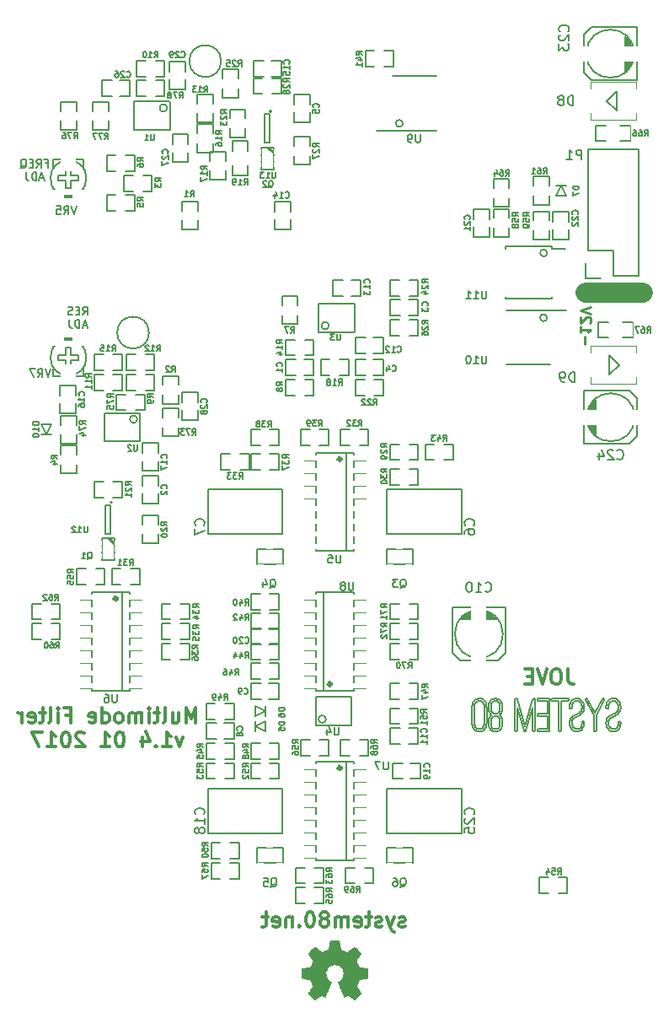
<source format=gbo>
G04 #@! TF.FileFunction,Legend,Bot*
%FSLAX46Y46*%
G04 Gerber Fmt 4.6, Leading zero omitted, Abs format (unit mm)*
G04 Created by KiCad (PCBNEW 4.0.2-stable) date 2017-01-05 9:44:59 AM*
%MOMM*%
G01*
G04 APERTURE LIST*
%ADD10C,0.100000*%
%ADD11C,0.300000*%
%ADD12C,0.150000*%
%ADD13C,2.000000*%
%ADD14C,0.200000*%
%ADD15C,0.254000*%
%ADD16C,0.152400*%
%ADD17C,0.127000*%
%ADD18C,0.381000*%
%ADD19C,0.066040*%
%ADD20C,0.203200*%
%ADD21C,0.101600*%
%ADD22C,0.010000*%
%ADD23R,0.812800X0.812800*%
%ADD24R,0.800000X0.500000*%
%ADD25C,1.998980*%
%ADD26C,2.250000*%
%ADD27C,2.500000*%
%ADD28R,1.500000X0.450000*%
%ADD29R,1.450000X0.450000*%
%ADD30R,2.199640X0.599440*%
%ADD31R,1.397000X1.143000*%
%ADD32R,1.143000X1.397000*%
%ADD33R,2.397760X2.397760*%
%ADD34R,1.200000X1.200000*%
%ADD35C,1.200000*%
%ADD36R,1.600200X2.999740*%
%ADD37R,2.999740X1.600200*%
%ADD38R,1.300480X0.400000*%
%ADD39R,1.060000X0.650000*%
%ADD40R,1.600000X1.500000*%
%ADD41O,2.500000X4.000000*%
%ADD42O,2.000000X2.500000*%
%ADD43O,3.500000X1.500000*%
%ADD44R,1.727200X1.727200*%
%ADD45O,1.727200X1.727200*%
%ADD46C,1.524000*%
%ADD47R,0.701040X1.000760*%
%ADD48R,0.762000X0.609600*%
%ADD49R,0.609600X0.762000*%
%ADD50O,2.000000X2.000000*%
G04 APERTURE END LIST*
D10*
D11*
X67932857Y-77283571D02*
X67932857Y-78355000D01*
X68004285Y-78569286D01*
X68147142Y-78712143D01*
X68361428Y-78783571D01*
X68504285Y-78783571D01*
X66932857Y-77283571D02*
X66647143Y-77283571D01*
X66504285Y-77355000D01*
X66361428Y-77497857D01*
X66290000Y-77783571D01*
X66290000Y-78283571D01*
X66361428Y-78569286D01*
X66504285Y-78712143D01*
X66647143Y-78783571D01*
X66932857Y-78783571D01*
X67075714Y-78712143D01*
X67218571Y-78569286D01*
X67290000Y-78283571D01*
X67290000Y-77783571D01*
X67218571Y-77497857D01*
X67075714Y-77355000D01*
X66932857Y-77283571D01*
X65861428Y-77283571D02*
X65361428Y-78783571D01*
X64861428Y-77283571D01*
X64361428Y-77997857D02*
X63861428Y-77997857D01*
X63647142Y-78783571D02*
X64361428Y-78783571D01*
X64361428Y-77283571D01*
X63647142Y-77283571D01*
D12*
X72509840Y-81776773D02*
X72432207Y-81810639D01*
X72484971Y-83523009D02*
X72519828Y-83523662D01*
X72294298Y-83492559D02*
X72484971Y-83523009D01*
X72118305Y-83408865D02*
X72294298Y-83492559D01*
X71987722Y-83289367D02*
X72118305Y-83408865D01*
X71967554Y-83264150D02*
X71987722Y-83289367D01*
X71916128Y-83184770D02*
X71967554Y-83264150D01*
X71871651Y-83094733D02*
X71916128Y-83184770D01*
X71835130Y-82994539D02*
X71871651Y-83094733D01*
X71809460Y-82891488D02*
X71835130Y-82994539D01*
X71793415Y-82778987D02*
X71809460Y-82891488D01*
X71787924Y-82658408D02*
X71793415Y-82778987D01*
X71797510Y-82514346D02*
X71787924Y-82658408D01*
X71824464Y-82391864D02*
X71797510Y-82514346D01*
X71847035Y-82330154D02*
X71824464Y-82391864D01*
X71866528Y-82288940D02*
X71847035Y-82330154D01*
X71922646Y-82194480D02*
X71866528Y-82288940D01*
X71983800Y-82112975D02*
X71922646Y-82194480D01*
X72048848Y-82044531D02*
X71983800Y-82112975D01*
X72120563Y-81983524D02*
X72048848Y-82044531D01*
X72192497Y-81932847D02*
X72120563Y-81983524D01*
X72263381Y-81892660D02*
X72192497Y-81932847D01*
X72338299Y-81855597D02*
X72263381Y-81892660D01*
X72391733Y-81829696D02*
X72338299Y-81855597D01*
X72432207Y-81810639D02*
X72391733Y-81829696D01*
X72523312Y-82026054D02*
X72603547Y-81988417D01*
X72556064Y-81757155D02*
X72509840Y-81776773D01*
X72609324Y-81732174D02*
X72556064Y-81757155D01*
X72668215Y-81702204D02*
X72609324Y-81732174D01*
X72723684Y-81669467D02*
X72668215Y-81702204D01*
X72779129Y-81629272D02*
X72723684Y-81669467D01*
X72833602Y-81581863D02*
X72779129Y-81629272D01*
X72881802Y-81529952D02*
X72833602Y-81581863D01*
X72926102Y-81467921D02*
X72881802Y-81529952D01*
X72965739Y-81395596D02*
X72926102Y-81467921D01*
X72994119Y-81320158D02*
X72965739Y-81395596D01*
X73012510Y-81229211D02*
X72994119Y-81320158D01*
X73019053Y-81121885D02*
X73012510Y-81229211D01*
X73009351Y-80971778D02*
X73019053Y-81121885D01*
X73002346Y-80927964D02*
X73009351Y-80971778D01*
X72956277Y-80769795D02*
X73002346Y-80927964D01*
X72896586Y-80658137D02*
X72956277Y-80769795D01*
X72883410Y-80639351D02*
X72896586Y-80658137D01*
X72869921Y-80621290D02*
X72883410Y-80639351D01*
X72781380Y-80534449D02*
X72869921Y-80621290D01*
X72669107Y-80477488D02*
X72781380Y-80534449D01*
X72542988Y-80456159D02*
X72669107Y-80477488D01*
X72519828Y-80455708D02*
X72542988Y-80456159D01*
X72394323Y-80466331D02*
X72519828Y-80455708D01*
X72355196Y-80475103D02*
X72394323Y-80466331D01*
X72241295Y-80524068D02*
X72355196Y-80475103D01*
X72162665Y-80592414D02*
X72241295Y-80524068D01*
X72150536Y-80607336D02*
X72162665Y-80592414D01*
X72137923Y-80624334D02*
X72150536Y-80607336D01*
X72083628Y-80725364D02*
X72137923Y-80624334D01*
X72054545Y-80814070D02*
X72083628Y-80725364D01*
X72037770Y-80893517D02*
X72054545Y-80814070D01*
X72021164Y-81076412D02*
X72037770Y-80893517D01*
X72020581Y-81121885D02*
X72021164Y-81076412D01*
X72017034Y-81150228D02*
X72020581Y-81121885D01*
X72006750Y-81176142D02*
X72017034Y-81150228D01*
X71988919Y-81201039D02*
X72006750Y-81176142D01*
X71964797Y-81221557D02*
X71988919Y-81201039D01*
X71936765Y-81233960D02*
X71964797Y-81221557D01*
X71904363Y-81238301D02*
X71936765Y-81233960D01*
X71872119Y-81233997D02*
X71904363Y-81238301D01*
X71844023Y-81221653D02*
X71872119Y-81233997D01*
X71819785Y-81201260D02*
X71844023Y-81221653D01*
X71801785Y-81176137D02*
X71819785Y-81201260D01*
X71791480Y-81150223D02*
X71801785Y-81176137D01*
X71787924Y-81121885D02*
X71791480Y-81150223D01*
X71788380Y-81079195D02*
X71787924Y-81121885D01*
X71811242Y-80838187D02*
X71788380Y-81079195D01*
X71835123Y-80733730D02*
X71811242Y-80838187D01*
X71873903Y-80622900D02*
X71835123Y-80733730D01*
X71951050Y-80485389D02*
X71873903Y-80622900D01*
X71968591Y-80462389D02*
X71951050Y-80485389D01*
X71987827Y-80439625D02*
X71968591Y-80462389D01*
X72111233Y-80334017D02*
X71987827Y-80439625D01*
X72206509Y-80284470D02*
X72111233Y-80334017D01*
X72287224Y-80256936D02*
X72206509Y-80284470D01*
X72484159Y-80228493D02*
X72287224Y-80256936D01*
X72519828Y-80227902D02*
X72484159Y-80228493D01*
X72554721Y-80228594D02*
X72519828Y-80227902D01*
X72744645Y-80260518D02*
X72554721Y-80228594D01*
X72920424Y-80348396D02*
X72744645Y-80260518D01*
X73052300Y-80475631D02*
X72920424Y-80348396D01*
X73072454Y-80502275D02*
X73052300Y-80475631D01*
X73089383Y-80526950D02*
X73072454Y-80502275D01*
X73166529Y-80673368D02*
X73089383Y-80526950D01*
X73201283Y-80773347D02*
X73166529Y-80673368D01*
X73225593Y-80876863D02*
X73201283Y-80773347D01*
X73246419Y-81084847D02*
X73225593Y-80876863D01*
X73246859Y-81121885D02*
X73246419Y-81084847D01*
X73237613Y-81266154D02*
X73246859Y-81121885D01*
X73211561Y-81389339D02*
X73237613Y-81266154D01*
X73189814Y-81451340D02*
X73211561Y-81389339D01*
X73171012Y-81492875D02*
X73189814Y-81451340D01*
X73117176Y-81588733D02*
X73171012Y-81492875D01*
X73057820Y-81672676D02*
X73117176Y-81588733D01*
X72994204Y-81744229D02*
X73057820Y-81672676D01*
X72923509Y-81808724D02*
X72994204Y-81744229D01*
X72852176Y-81862029D02*
X72923509Y-81808724D01*
X72781633Y-81903949D02*
X72852176Y-81862029D01*
X72711471Y-81939645D02*
X72781633Y-81903949D01*
X72650852Y-81968225D02*
X72711471Y-81939645D01*
X72603547Y-81988417D02*
X72650852Y-81968225D01*
X72484971Y-82044995D02*
X72523312Y-82026054D01*
X72435422Y-82069014D02*
X72484971Y-82044995D01*
X72374550Y-82098087D02*
X72435422Y-82069014D01*
X72319640Y-82127545D02*
X72374550Y-82098087D01*
X72264384Y-82164514D02*
X72319640Y-82127545D01*
X72209869Y-82208705D02*
X72264384Y-82164514D01*
X72161873Y-82257655D02*
X72209869Y-82208705D01*
X72116894Y-82317315D02*
X72161873Y-82257655D01*
X72075835Y-82387828D02*
X72116894Y-82317315D01*
X72046427Y-82461907D02*
X72075835Y-82387828D01*
X72027378Y-82551686D02*
X72046427Y-82461907D01*
X72020581Y-82658408D02*
X72027378Y-82551686D01*
X72025910Y-82774912D02*
X72020581Y-82658408D01*
X72037414Y-82858251D02*
X72025910Y-82774912D01*
X72082950Y-83013104D02*
X72037414Y-82858251D01*
X72139972Y-83115209D02*
X72082950Y-83013104D01*
X72152807Y-83132299D02*
X72139972Y-83115209D01*
X72166059Y-83148401D02*
X72152807Y-83132299D01*
X72251561Y-83224184D02*
X72166059Y-83148401D01*
X72365277Y-83276024D02*
X72251561Y-83224184D01*
X72496085Y-83295652D02*
X72365277Y-83276024D01*
X72519828Y-83296054D02*
X72496085Y-83295652D01*
X72573674Y-83293871D02*
X72519828Y-83296054D01*
X72631582Y-83287065D02*
X72573674Y-83293871D01*
X72692358Y-83275483D02*
X72631582Y-83287065D01*
X72747570Y-83257509D02*
X72692358Y-83275483D01*
X72797682Y-83230134D02*
X72747570Y-83257509D01*
X72848022Y-83189780D02*
X72797682Y-83230134D01*
X72890898Y-83141311D02*
X72848022Y-83189780D01*
X72931770Y-83076072D02*
X72890898Y-83141311D01*
X72969223Y-82992555D02*
X72931770Y-83076072D01*
X72994874Y-82903714D02*
X72969223Y-82992555D01*
X73012632Y-82784260D02*
X72994874Y-82903714D01*
X73019053Y-82634530D02*
X73012632Y-82784260D01*
X73022943Y-82602853D02*
X73019053Y-82634530D01*
X73034114Y-82575113D02*
X73022943Y-82602853D01*
X73052280Y-82551340D02*
X73034114Y-82575113D01*
X73075850Y-82533022D02*
X73052280Y-82551340D01*
X73101998Y-82522037D02*
X73075850Y-82533022D01*
X73130619Y-82518289D02*
X73101998Y-82522037D01*
X73158134Y-82520573D02*
X73130619Y-82518289D01*
X73195022Y-82533296D02*
X73158134Y-82520573D01*
X73231852Y-82570126D02*
X73195022Y-82533296D01*
X73244575Y-82607014D02*
X73231852Y-82570126D01*
X73246859Y-82634530D02*
X73244575Y-82607014D01*
X73246404Y-82676766D02*
X73246859Y-82634530D01*
X73223622Y-82915109D02*
X73246404Y-82676766D01*
X73199706Y-83019079D02*
X73223622Y-82915109D01*
X73161105Y-83128903D02*
X73199706Y-83019079D01*
X73084036Y-83266004D02*
X73161105Y-83128903D01*
X73066545Y-83288932D02*
X73084036Y-83266004D01*
X73047801Y-83311719D02*
X73066545Y-83288932D01*
X72926882Y-83417266D02*
X73047801Y-83311719D01*
X72843289Y-83462328D02*
X72926882Y-83417266D01*
X72752663Y-83494447D02*
X72843289Y-83462328D01*
X72555536Y-83523070D02*
X72752663Y-83494447D01*
X72519828Y-83523662D02*
X72555536Y-83523070D01*
X68840785Y-81776773D02*
X68763152Y-81810639D01*
X68815916Y-83523009D02*
X68850773Y-83523662D01*
X68625243Y-83492559D02*
X68815916Y-83523009D01*
X68449250Y-83408865D02*
X68625243Y-83492559D01*
X68318667Y-83289367D02*
X68449250Y-83408865D01*
X68298499Y-83264150D02*
X68318667Y-83289367D01*
X68247073Y-83184770D02*
X68298499Y-83264150D01*
X68202596Y-83094733D02*
X68247073Y-83184770D01*
X68166075Y-82994539D02*
X68202596Y-83094733D01*
X68140405Y-82891488D02*
X68166075Y-82994539D01*
X68124360Y-82778987D02*
X68140405Y-82891488D01*
X68118869Y-82658408D02*
X68124360Y-82778987D01*
X68128455Y-82514346D02*
X68118869Y-82658408D01*
X68155409Y-82391864D02*
X68128455Y-82514346D01*
X68177980Y-82330154D02*
X68155409Y-82391864D01*
X68197473Y-82288940D02*
X68177980Y-82330154D01*
X68253591Y-82194480D02*
X68197473Y-82288940D01*
X68314745Y-82112975D02*
X68253591Y-82194480D01*
X68379793Y-82044531D02*
X68314745Y-82112975D01*
X68451508Y-81983524D02*
X68379793Y-82044531D01*
X68523442Y-81932847D02*
X68451508Y-81983524D01*
X68594326Y-81892660D02*
X68523442Y-81932847D01*
X68669244Y-81855597D02*
X68594326Y-81892660D01*
X68722678Y-81829696D02*
X68669244Y-81855597D01*
X68763152Y-81810639D02*
X68722678Y-81829696D01*
X68854257Y-82026054D02*
X68934492Y-81988417D01*
X68887009Y-81757155D02*
X68840785Y-81776773D01*
X68940269Y-81732174D02*
X68887009Y-81757155D01*
X68999160Y-81702204D02*
X68940269Y-81732174D01*
X69054629Y-81669467D02*
X68999160Y-81702204D01*
X69110074Y-81629272D02*
X69054629Y-81669467D01*
X69164547Y-81581863D02*
X69110074Y-81629272D01*
X69212747Y-81529952D02*
X69164547Y-81581863D01*
X69257047Y-81467921D02*
X69212747Y-81529952D01*
X69296684Y-81395596D02*
X69257047Y-81467921D01*
X69325064Y-81320158D02*
X69296684Y-81395596D01*
X69343455Y-81229211D02*
X69325064Y-81320158D01*
X69349998Y-81121885D02*
X69343455Y-81229211D01*
X69340296Y-80971778D02*
X69349998Y-81121885D01*
X69333291Y-80927964D02*
X69340296Y-80971778D01*
X69287222Y-80769795D02*
X69333291Y-80927964D01*
X69227531Y-80658137D02*
X69287222Y-80769795D01*
X69214355Y-80639351D02*
X69227531Y-80658137D01*
X69200866Y-80621290D02*
X69214355Y-80639351D01*
X69112325Y-80534449D02*
X69200866Y-80621290D01*
X69000052Y-80477488D02*
X69112325Y-80534449D01*
X68873933Y-80456159D02*
X69000052Y-80477488D01*
X68850773Y-80455708D02*
X68873933Y-80456159D01*
X68725268Y-80466331D02*
X68850773Y-80455708D01*
X68686141Y-80475103D02*
X68725268Y-80466331D01*
X68572240Y-80524068D02*
X68686141Y-80475103D01*
X68493610Y-80592414D02*
X68572240Y-80524068D01*
X68481481Y-80607336D02*
X68493610Y-80592414D01*
X68468868Y-80624334D02*
X68481481Y-80607336D01*
X68414573Y-80725364D02*
X68468868Y-80624334D01*
X68385490Y-80814070D02*
X68414573Y-80725364D01*
X68368715Y-80893517D02*
X68385490Y-80814070D01*
X68352109Y-81076412D02*
X68368715Y-80893517D01*
X68351526Y-81121885D02*
X68352109Y-81076412D01*
X68347979Y-81150228D02*
X68351526Y-81121885D01*
X68337695Y-81176142D02*
X68347979Y-81150228D01*
X68319864Y-81201039D02*
X68337695Y-81176142D01*
X68295742Y-81221557D02*
X68319864Y-81201039D01*
X68267710Y-81233960D02*
X68295742Y-81221557D01*
X68235308Y-81238301D02*
X68267710Y-81233960D01*
X68203064Y-81233997D02*
X68235308Y-81238301D01*
X68174968Y-81221653D02*
X68203064Y-81233997D01*
X68150730Y-81201260D02*
X68174968Y-81221653D01*
X68132730Y-81176137D02*
X68150730Y-81201260D01*
X68122425Y-81150223D02*
X68132730Y-81176137D01*
X68118869Y-81121885D02*
X68122425Y-81150223D01*
X68119325Y-81079195D02*
X68118869Y-81121885D01*
X68142187Y-80838187D02*
X68119325Y-81079195D01*
X68166068Y-80733730D02*
X68142187Y-80838187D01*
X68204848Y-80622900D02*
X68166068Y-80733730D01*
X68281995Y-80485389D02*
X68204848Y-80622900D01*
X68299536Y-80462389D02*
X68281995Y-80485389D01*
X68318772Y-80439625D02*
X68299536Y-80462389D01*
X68442178Y-80334017D02*
X68318772Y-80439625D01*
X68537454Y-80284470D02*
X68442178Y-80334017D01*
X68618169Y-80256936D02*
X68537454Y-80284470D01*
X68815104Y-80228493D02*
X68618169Y-80256936D01*
X68850773Y-80227902D02*
X68815104Y-80228493D01*
X68885666Y-80228594D02*
X68850773Y-80227902D01*
X69075590Y-80260518D02*
X68885666Y-80228594D01*
X69251369Y-80348396D02*
X69075590Y-80260518D01*
X69383245Y-80475631D02*
X69251369Y-80348396D01*
X69403399Y-80502275D02*
X69383245Y-80475631D01*
X69420328Y-80526950D02*
X69403399Y-80502275D01*
X69497474Y-80673368D02*
X69420328Y-80526950D01*
X69532228Y-80773347D02*
X69497474Y-80673368D01*
X69556538Y-80876863D02*
X69532228Y-80773347D01*
X69577364Y-81084847D02*
X69556538Y-80876863D01*
X69577804Y-81121885D02*
X69577364Y-81084847D01*
X69568558Y-81266154D02*
X69577804Y-81121885D01*
X69542506Y-81389339D02*
X69568558Y-81266154D01*
X69520759Y-81451340D02*
X69542506Y-81389339D01*
X69501957Y-81492875D02*
X69520759Y-81451340D01*
X69448121Y-81588733D02*
X69501957Y-81492875D01*
X69388765Y-81672676D02*
X69448121Y-81588733D01*
X69325149Y-81744229D02*
X69388765Y-81672676D01*
X69254454Y-81808724D02*
X69325149Y-81744229D01*
X69183121Y-81862029D02*
X69254454Y-81808724D01*
X69112578Y-81903949D02*
X69183121Y-81862029D01*
X69042416Y-81939645D02*
X69112578Y-81903949D01*
X68981797Y-81968225D02*
X69042416Y-81939645D01*
X68934492Y-81988417D02*
X68981797Y-81968225D01*
X68815916Y-82044995D02*
X68854257Y-82026054D01*
X68766367Y-82069014D02*
X68815916Y-82044995D01*
X68705495Y-82098087D02*
X68766367Y-82069014D01*
X68650585Y-82127545D02*
X68705495Y-82098087D01*
X68595329Y-82164514D02*
X68650585Y-82127545D01*
X68540814Y-82208705D02*
X68595329Y-82164514D01*
X68492818Y-82257655D02*
X68540814Y-82208705D01*
X68447839Y-82317315D02*
X68492818Y-82257655D01*
X68406780Y-82387828D02*
X68447839Y-82317315D01*
X68377372Y-82461907D02*
X68406780Y-82387828D01*
X68358323Y-82551686D02*
X68377372Y-82461907D01*
X68351526Y-82658408D02*
X68358323Y-82551686D01*
X68356855Y-82774912D02*
X68351526Y-82658408D01*
X68368359Y-82858251D02*
X68356855Y-82774912D01*
X68413895Y-83013104D02*
X68368359Y-82858251D01*
X68470917Y-83115209D02*
X68413895Y-83013104D01*
X68483752Y-83132299D02*
X68470917Y-83115209D01*
X68497004Y-83148401D02*
X68483752Y-83132299D01*
X68582506Y-83224184D02*
X68497004Y-83148401D01*
X68696222Y-83276024D02*
X68582506Y-83224184D01*
X68827030Y-83295652D02*
X68696222Y-83276024D01*
X68850773Y-83296054D02*
X68827030Y-83295652D01*
X68904619Y-83293871D02*
X68850773Y-83296054D01*
X68962527Y-83287065D02*
X68904619Y-83293871D01*
X69023303Y-83275483D02*
X68962527Y-83287065D01*
X69078515Y-83257509D02*
X69023303Y-83275483D01*
X69128627Y-83230134D02*
X69078515Y-83257509D01*
X69178967Y-83189780D02*
X69128627Y-83230134D01*
X69221843Y-83141311D02*
X69178967Y-83189780D01*
X69262715Y-83076072D02*
X69221843Y-83141311D01*
X69300168Y-82992555D02*
X69262715Y-83076072D01*
X69325819Y-82903714D02*
X69300168Y-82992555D01*
X69343577Y-82784260D02*
X69325819Y-82903714D01*
X69349998Y-82634530D02*
X69343577Y-82784260D01*
X69353888Y-82602853D02*
X69349998Y-82634530D01*
X69365059Y-82575113D02*
X69353888Y-82602853D01*
X69383225Y-82551340D02*
X69365059Y-82575113D01*
X69406795Y-82533022D02*
X69383225Y-82551340D01*
X69432943Y-82522037D02*
X69406795Y-82533022D01*
X69461564Y-82518289D02*
X69432943Y-82522037D01*
X69489079Y-82520573D02*
X69461564Y-82518289D01*
X69525967Y-82533296D02*
X69489079Y-82520573D01*
X69562797Y-82570126D02*
X69525967Y-82533296D01*
X69575520Y-82607014D02*
X69562797Y-82570126D01*
X69577804Y-82634530D02*
X69575520Y-82607014D01*
X69577349Y-82676766D02*
X69577804Y-82634530D01*
X69554567Y-82915109D02*
X69577349Y-82676766D01*
X69530651Y-83019079D02*
X69554567Y-82915109D01*
X69492050Y-83128903D02*
X69530651Y-83019079D01*
X69414981Y-83266004D02*
X69492050Y-83128903D01*
X69397490Y-83288932D02*
X69414981Y-83266004D01*
X69378746Y-83311719D02*
X69397490Y-83288932D01*
X69257827Y-83417266D02*
X69378746Y-83311719D01*
X69174234Y-83462328D02*
X69257827Y-83417266D01*
X69083608Y-83494447D02*
X69174234Y-83462328D01*
X68886481Y-83523070D02*
X69083608Y-83494447D01*
X68850773Y-83523662D02*
X68886481Y-83523070D01*
X58323397Y-81121879D02*
X58323397Y-82634524D01*
X58967875Y-83524693D02*
X59050428Y-83528507D01*
X58883582Y-83513092D02*
X58967875Y-83524693D01*
X58798986Y-83493714D02*
X58883582Y-83513092D01*
X58764520Y-83482999D02*
X58798986Y-83493714D01*
X58715243Y-83462874D02*
X58764520Y-83482999D01*
X58635837Y-83417116D02*
X58715243Y-83462874D01*
X58560067Y-83355227D02*
X58635837Y-83417116D01*
X58496210Y-83283054D02*
X58560067Y-83355227D01*
X58438415Y-83191998D02*
X58496210Y-83283054D01*
X58387889Y-83080325D02*
X58438415Y-83191998D01*
X58371897Y-83032804D02*
X58387889Y-83080325D01*
X58354246Y-82964291D02*
X58371897Y-83032804D01*
X58331536Y-82815531D02*
X58354246Y-82964291D01*
X58323397Y-82634524D02*
X58331536Y-82815531D01*
X59772608Y-82634524D02*
X59772608Y-81121879D01*
X58323852Y-81079672D02*
X58323397Y-81121879D01*
X58346619Y-80841496D02*
X58323852Y-81079672D01*
X58370541Y-80737487D02*
X58346619Y-80841496D01*
X58409112Y-80627712D02*
X58370541Y-80737487D01*
X58486217Y-80490436D02*
X58409112Y-80627712D01*
X58503711Y-80467476D02*
X58486217Y-80490436D01*
X58522449Y-80444689D02*
X58503711Y-80467476D01*
X58643336Y-80339149D02*
X58522449Y-80444689D01*
X58726934Y-80294081D02*
X58643336Y-80339149D01*
X58817550Y-80261966D02*
X58726934Y-80294081D01*
X59014714Y-80233339D02*
X58817550Y-80261966D01*
X59050428Y-80232747D02*
X59014714Y-80233339D01*
X59085642Y-80233338D02*
X59050428Y-80232747D01*
X59279888Y-80261668D02*
X59085642Y-80233338D01*
X59371296Y-80294078D02*
X59279888Y-80261668D01*
X59454335Y-80338616D02*
X59371296Y-80294078D01*
X59578176Y-80445028D02*
X59454335Y-80338616D01*
X59597476Y-80467895D02*
X59578176Y-80445028D01*
X59614479Y-80491299D02*
X59597476Y-80467895D01*
X59689577Y-80630528D02*
X59614479Y-80491299D01*
X59730362Y-80753225D02*
X59689577Y-80630528D01*
X59750196Y-80844541D02*
X59730362Y-80753225D01*
X59772166Y-81080145D02*
X59750196Y-80844541D01*
X59772608Y-81121879D02*
X59772166Y-81080145D01*
X59764454Y-82816058D02*
X59772608Y-82634524D01*
X59741713Y-82964848D02*
X59764454Y-82816058D01*
X59724093Y-83033044D02*
X59741713Y-82964848D01*
X59708094Y-83080391D02*
X59724093Y-83033044D01*
X59657862Y-83191674D02*
X59708094Y-83080391D01*
X59600047Y-83282779D02*
X59657862Y-83191674D01*
X59535983Y-83355161D02*
X59600047Y-83282779D01*
X59460146Y-83417118D02*
X59535983Y-83355161D01*
X59380738Y-83462890D02*
X59460146Y-83417118D01*
X59331550Y-83482977D02*
X59380738Y-83462890D01*
X59297130Y-83493670D02*
X59331550Y-83482977D01*
X59212629Y-83513174D02*
X59297130Y-83493670D01*
X59129957Y-83524738D02*
X59212629Y-83513174D01*
X59050428Y-83528507D02*
X59129957Y-83524738D01*
X58555856Y-82634524D02*
X58555856Y-81121879D01*
X59025720Y-80460926D02*
X59050428Y-80460553D01*
X58888530Y-80479777D02*
X59025720Y-80460926D01*
X58774087Y-80528736D02*
X58888530Y-80479777D01*
X58693256Y-80597570D02*
X58774087Y-80528736D01*
X58680695Y-80612512D02*
X58693256Y-80597570D01*
X58668576Y-80628564D02*
X58680695Y-80612512D01*
X58617189Y-80723965D02*
X58668576Y-80628564D01*
X58585973Y-80823299D02*
X58617189Y-80723965D01*
X58572652Y-80890261D02*
X58585973Y-80823299D01*
X58558093Y-81031507D02*
X58572652Y-80890261D01*
X58555856Y-81121879D02*
X58558093Y-81031507D01*
X59544802Y-81121879D02*
X59544802Y-82634524D01*
X58558092Y-82726105D02*
X58555856Y-82634524D01*
X58572690Y-82869406D02*
X58558092Y-82726105D01*
X58588414Y-82946943D02*
X58572690Y-82869406D01*
X58617285Y-83037314D02*
X58588414Y-82946943D01*
X58668179Y-83132227D02*
X58617285Y-83037314D01*
X58680232Y-83148213D02*
X58668179Y-83132227D01*
X58693272Y-83163210D02*
X58680232Y-83148213D01*
X58776598Y-83232738D02*
X58693272Y-83163210D01*
X58891508Y-83281684D02*
X58776598Y-83232738D01*
X59026150Y-83300348D02*
X58891508Y-83281684D01*
X59050428Y-83300723D02*
X59026150Y-83300348D01*
X59075060Y-83300351D02*
X59050428Y-83300723D01*
X59211810Y-83281436D02*
X59075060Y-83300351D01*
X59324316Y-83232611D02*
X59211810Y-83281436D01*
X59402937Y-83163976D02*
X59324316Y-83232611D01*
X59415068Y-83149051D02*
X59402937Y-83163976D01*
X59427661Y-83132106D02*
X59415068Y-83149051D01*
X59481818Y-83031386D02*
X59427661Y-83132106D01*
X59510901Y-82942600D02*
X59481818Y-83031386D01*
X59527626Y-82863252D02*
X59510901Y-82942600D01*
X59542477Y-82724033D02*
X59527626Y-82863252D01*
X59544802Y-82634524D02*
X59542477Y-82724033D01*
X59539568Y-80991712D02*
X59544802Y-81121879D01*
X59527665Y-80896395D02*
X59539568Y-80991712D01*
X59510819Y-80817384D02*
X59527665Y-80896395D01*
X59481913Y-80729892D02*
X59510819Y-80817384D01*
X59427132Y-80628440D02*
X59481913Y-80729892D01*
X59414451Y-80611388D02*
X59427132Y-80628440D01*
X59402818Y-80596555D02*
X59414451Y-80611388D01*
X59326810Y-80528807D02*
X59402818Y-80596555D01*
X59214815Y-80480014D02*
X59326810Y-80528807D01*
X59075493Y-80460923D02*
X59214815Y-80480014D01*
X59050428Y-80460553D02*
X59075493Y-80460923D01*
X60633082Y-83527935D02*
X60667905Y-83528518D01*
X60441010Y-83499526D02*
X60633082Y-83527935D01*
X60354897Y-83468226D02*
X60441010Y-83499526D01*
X60274893Y-83423696D02*
X60354897Y-83468226D01*
X60162040Y-83320429D02*
X60274893Y-83423696D01*
X60144780Y-83298088D02*
X60162040Y-83320429D01*
X60129148Y-83276503D02*
X60144780Y-83298088D01*
X60061869Y-83148560D02*
X60129148Y-83276503D01*
X60022615Y-83023522D02*
X60061869Y-83148560D01*
X60005042Y-82936215D02*
X60022615Y-83023522D01*
X59984503Y-82706086D02*
X60005042Y-82936215D01*
X59983781Y-82648889D02*
X59984503Y-82706086D01*
X59984187Y-82605794D02*
X59983781Y-82648889D01*
X60005028Y-82361447D02*
X59984187Y-82605794D01*
X60025787Y-82261176D02*
X60005028Y-82361447D01*
X60061824Y-82148997D02*
X60025787Y-82261176D01*
X60128789Y-82021569D02*
X60061824Y-82148997D01*
X60144361Y-82000065D02*
X60128789Y-82021569D01*
X60181085Y-81954817D02*
X60144361Y-82000065D01*
X60220672Y-81914734D02*
X60181085Y-81954817D01*
X60263004Y-81879679D02*
X60220672Y-81914734D01*
X60220448Y-81843925D02*
X60263004Y-81879679D01*
X60181002Y-81804590D02*
X60220448Y-81843925D01*
X60144757Y-81761741D02*
X60181002Y-81804590D01*
X60129128Y-81740130D02*
X60144757Y-81761741D01*
X60061851Y-81612051D02*
X60129128Y-81740130D01*
X60022612Y-81486985D02*
X60061851Y-81612051D01*
X60005032Y-81399606D02*
X60022612Y-81486985D01*
X59984503Y-81169546D02*
X60005032Y-81399606D01*
X59983781Y-81112365D02*
X59984503Y-81169546D01*
X59984187Y-81069289D02*
X59983781Y-81112365D01*
X60005022Y-80825054D02*
X59984187Y-81069289D01*
X60025775Y-80724817D02*
X60005022Y-80825054D01*
X60061804Y-80612664D02*
X60025775Y-80724817D01*
X60128713Y-80485338D02*
X60061804Y-80612664D01*
X60144272Y-80463850D02*
X60128713Y-80485338D01*
X60161582Y-80441415D02*
X60144272Y-80463850D01*
X60274811Y-80337664D02*
X60161582Y-80441415D01*
X60354714Y-80293138D02*
X60274811Y-80337664D01*
X60440873Y-80261783D02*
X60354714Y-80293138D01*
X60633060Y-80233341D02*
X60440873Y-80261783D01*
X60667905Y-80232758D02*
X60633060Y-80233341D01*
X60703190Y-80233341D02*
X60667905Y-80232758D01*
X60897972Y-80261890D02*
X60703190Y-80233341D01*
X60984620Y-80293149D02*
X60897972Y-80261890D01*
X61065553Y-80337927D02*
X60984620Y-80293149D01*
X61179091Y-80441491D02*
X61065553Y-80337927D01*
X61196454Y-80463938D02*
X61179091Y-80441491D01*
X61212009Y-80486423D02*
X61196454Y-80463938D01*
X61279672Y-80619242D02*
X61212009Y-80486423D01*
X61318027Y-80743053D02*
X61279672Y-80619242D01*
X61335834Y-80831811D02*
X61318027Y-80743053D01*
X61355963Y-81056452D02*
X61335834Y-80831811D01*
X61356681Y-81112365D02*
X61355963Y-81056452D01*
X61356277Y-81154485D02*
X61356681Y-81112365D01*
X61335827Y-81393051D02*
X61356277Y-81154485D01*
X61314795Y-81494868D02*
X61335827Y-81393051D01*
X61279644Y-81605699D02*
X61314795Y-81494868D01*
X61211877Y-81738717D02*
X61279644Y-81605699D01*
X61196300Y-81761234D02*
X61211877Y-81738717D01*
X61160138Y-81805508D02*
X61196300Y-81761234D01*
X61120615Y-81844944D02*
X61160138Y-81805508D01*
X61077744Y-81879679D02*
X61120615Y-81844944D01*
X61120559Y-81913924D02*
X61077744Y-81879679D01*
X61160164Y-81954044D02*
X61120559Y-81913924D01*
X61196454Y-82000263D02*
X61160164Y-81954044D01*
X61212009Y-82022746D02*
X61196454Y-82000263D01*
X61279661Y-82155549D02*
X61212009Y-82022746D01*
X61318027Y-82279422D02*
X61279661Y-82155549D01*
X61335832Y-82368202D02*
X61318027Y-82279422D01*
X61355963Y-82592950D02*
X61335832Y-82368202D01*
X61356681Y-82648889D02*
X61355963Y-82592950D01*
X61356277Y-82690989D02*
X61356681Y-82648889D01*
X61335830Y-82929441D02*
X61356277Y-82690989D01*
X61314801Y-83031220D02*
X61335830Y-82929441D01*
X61279658Y-83142006D02*
X61314801Y-83031220D01*
X61211914Y-83274964D02*
X61279658Y-83142006D01*
X61196344Y-83297471D02*
X61211914Y-83274964D01*
X61178972Y-83319903D02*
X61196344Y-83297471D01*
X61065407Y-83423401D02*
X61178972Y-83319903D01*
X60984482Y-83468153D02*
X61065407Y-83423401D01*
X60897826Y-83499406D02*
X60984482Y-83468153D01*
X60703167Y-83527935D02*
X60897826Y-83499406D01*
X60667905Y-83528518D02*
X60703167Y-83527935D01*
X60328003Y-83159733D02*
X60327893Y-83159579D01*
X60577807Y-81997747D02*
X60667905Y-81992193D01*
X60513020Y-82010482D02*
X60577807Y-81997747D01*
X60408599Y-82056145D02*
X60513020Y-82010482D01*
X60338830Y-82119102D02*
X60408599Y-82056145D01*
X60328202Y-82132930D02*
X60338830Y-82119102D01*
X60317351Y-82149036D02*
X60328202Y-82132930D01*
X60271998Y-82243333D02*
X60317351Y-82149036D01*
X60245637Y-82335297D02*
X60271998Y-82243333D01*
X60231602Y-82412624D02*
X60245637Y-82335297D01*
X60218441Y-82556977D02*
X60231602Y-82412624D01*
X60216438Y-82648889D02*
X60218441Y-82556977D01*
X60218435Y-82740598D02*
X60216438Y-82648889D01*
X60231646Y-82884820D02*
X60218435Y-82740598D01*
X60245554Y-82960860D02*
X60231646Y-82884820D01*
X60272042Y-83052163D02*
X60245554Y-82960860D01*
X60317071Y-83143936D02*
X60272042Y-83052163D01*
X60327893Y-83159579D02*
X60317071Y-83143936D01*
X61076576Y-81670967D02*
X61076885Y-81670526D01*
X60338659Y-83173596D02*
X60328003Y-83159733D01*
X60408617Y-83236734D02*
X60338659Y-83173596D01*
X60513045Y-83282418D02*
X60408617Y-83236734D01*
X60636594Y-83300096D02*
X60513045Y-83282418D01*
X60667905Y-83300712D02*
X60636594Y-83300096D01*
X60758350Y-83295135D02*
X60667905Y-83300712D01*
X60823169Y-83282483D02*
X60758350Y-83295135D01*
X60929478Y-83236670D02*
X60823169Y-83282483D01*
X61001520Y-83173399D02*
X60929478Y-83236670D01*
X61012591Y-83159535D02*
X61001520Y-83173399D01*
X61023426Y-83143904D02*
X61012591Y-83159535D01*
X61068512Y-83052188D02*
X61023426Y-83143904D01*
X61097288Y-82950642D02*
X61068512Y-83052188D01*
X61108984Y-82884834D02*
X61097288Y-82950642D01*
X61122222Y-82740607D02*
X61108984Y-82884834D01*
X61124223Y-82648889D02*
X61122222Y-82740607D01*
X61122218Y-82556957D02*
X61124223Y-82648889D01*
X61109053Y-82412558D02*
X61122218Y-82556957D01*
X61095054Y-82335373D02*
X61109053Y-82412558D01*
X61068658Y-82243273D02*
X61095054Y-82335373D01*
X61023660Y-82149785D02*
X61068658Y-82243273D01*
X61012877Y-82133811D02*
X61023660Y-82149785D01*
X61001765Y-82119884D02*
X61012877Y-82133811D01*
X60929436Y-82056287D02*
X61001765Y-82119884D01*
X60823159Y-82010437D02*
X60929436Y-82056287D01*
X60699300Y-81992811D02*
X60823159Y-82010437D01*
X60667905Y-81992193D02*
X60699300Y-81992811D01*
X62636659Y-80344137D02*
X62636659Y-83412289D01*
X61023589Y-81607333D02*
X61012767Y-81622967D01*
X61068613Y-81515613D02*
X61023589Y-81607333D01*
X61097341Y-81414080D02*
X61068613Y-81515613D01*
X61109013Y-81348297D02*
X61097341Y-81414080D01*
X61122226Y-81204073D02*
X61109013Y-81348297D01*
X61124223Y-81112365D02*
X61122226Y-81204073D01*
X61122222Y-81020642D02*
X61124223Y-81112365D01*
X61108993Y-80876395D02*
X61122222Y-81020642D01*
X61095088Y-80800423D02*
X61108993Y-80876395D01*
X61068553Y-80709050D02*
X61095088Y-80800423D01*
X61023672Y-80617710D02*
X61068553Y-80709050D01*
X61012877Y-80602139D02*
X61023672Y-80617710D01*
X61001765Y-80588215D02*
X61012877Y-80602139D01*
X60929440Y-80524632D02*
X61001765Y-80588215D01*
X60823160Y-80478785D02*
X60929440Y-80524632D01*
X60699300Y-80461160D02*
X60823160Y-80478785D01*
X60667905Y-80460542D02*
X60699300Y-80461160D01*
X60577813Y-80466099D02*
X60667905Y-80460542D01*
X60513049Y-80478841D02*
X60577813Y-80466099D01*
X60408634Y-80524541D02*
X60513049Y-80478841D01*
X60338565Y-80587810D02*
X60408634Y-80524541D01*
X60327893Y-80601698D02*
X60338565Y-80587810D01*
X60317071Y-80617338D02*
X60327893Y-80601698D01*
X60272046Y-80709094D02*
X60317071Y-80617338D01*
X60243320Y-80810643D02*
X60272046Y-80709094D01*
X60231645Y-80876455D02*
X60243320Y-80810643D01*
X60218435Y-81020662D02*
X60231645Y-80876455D01*
X60216438Y-81112365D02*
X60218435Y-81020662D01*
X60218435Y-81204125D02*
X60216438Y-81112365D01*
X60231651Y-81348429D02*
X60218435Y-81204125D01*
X60245565Y-81424513D02*
X60231651Y-81348429D01*
X60272064Y-81515852D02*
X60245565Y-81424513D01*
X60317146Y-81607726D02*
X60272064Y-81515852D01*
X60327981Y-81623386D02*
X60317146Y-81607726D01*
X60338659Y-81637255D02*
X60327981Y-81623386D01*
X60408734Y-81700445D02*
X60338659Y-81637255D01*
X60513155Y-81746121D02*
X60408734Y-81700445D01*
X60636615Y-81763793D02*
X60513155Y-81746121D01*
X60667905Y-81764409D02*
X60636615Y-81763793D01*
X60758224Y-81758837D02*
X60667905Y-81764409D01*
X60822911Y-81746206D02*
X60758224Y-81758837D01*
X60929210Y-81700410D02*
X60822911Y-81746206D01*
X61001633Y-81636878D02*
X60929210Y-81700410D01*
X61012767Y-81622967D02*
X61001633Y-81636878D01*
X62724664Y-83524971D02*
X62752877Y-83528507D01*
X62698816Y-83514704D02*
X62724664Y-83524971D01*
X62673921Y-83496868D02*
X62698816Y-83514704D01*
X62653404Y-83472745D02*
X62673921Y-83496868D01*
X62641002Y-83444713D02*
X62653404Y-83472745D01*
X62636659Y-83412289D02*
X62641002Y-83444713D01*
X63635549Y-82995703D02*
X62862900Y-80314040D01*
X64403855Y-80313291D02*
X63635549Y-82995703D01*
X62638599Y-80320764D02*
X62636659Y-80344137D01*
X62649027Y-80289298D02*
X62638599Y-80320764D01*
X62681040Y-80253628D02*
X62649027Y-80289298D01*
X62737245Y-80233210D02*
X62681040Y-80253628D01*
X62794206Y-80236819D02*
X62737245Y-80233210D01*
X62834278Y-80262366D02*
X62794206Y-80236819D01*
X62862900Y-80314040D02*
X62834278Y-80262366D01*
X64629875Y-83412289D02*
X64629875Y-80344137D01*
X64432347Y-80262252D02*
X64403855Y-80313291D01*
X64472478Y-80236738D02*
X64432347Y-80262252D01*
X64528827Y-80233166D02*
X64472478Y-80236738D01*
X64585442Y-80253650D02*
X64528827Y-80233166D01*
X64617493Y-80289294D02*
X64585442Y-80253650D01*
X64627933Y-80320755D02*
X64617493Y-80289294D01*
X64629875Y-80344137D02*
X64627933Y-80320755D01*
X64397417Y-81168181D02*
X64397417Y-83412289D01*
X63744668Y-83449706D02*
X64397417Y-81168181D01*
X64627591Y-83439797D02*
X64629875Y-83412289D01*
X64614871Y-83476673D02*
X64627591Y-83439797D01*
X64578040Y-83513500D02*
X64614871Y-83476673D01*
X64541151Y-83526223D02*
X64578040Y-83513500D01*
X64513635Y-83528507D02*
X64541151Y-83526223D01*
X64486121Y-83526223D02*
X64513635Y-83528507D01*
X64449234Y-83513499D02*
X64486121Y-83526223D01*
X64412418Y-83476677D02*
X64449234Y-83513499D01*
X64399700Y-83439797D02*
X64412418Y-83476677D01*
X64397417Y-83412289D02*
X64399700Y-83439797D01*
X62869117Y-81168226D02*
X63521007Y-83447148D01*
X62869117Y-83412289D02*
X62869117Y-81168226D01*
X63718896Y-83493741D02*
X63744668Y-83449706D01*
X63683547Y-83519115D02*
X63718896Y-83493741D01*
X63635681Y-83528507D02*
X63683547Y-83519115D01*
X63584699Y-83518845D02*
X63635681Y-83528507D01*
X63548105Y-83493158D02*
X63584699Y-83518845D01*
X63529790Y-83467139D02*
X63548105Y-83493158D01*
X63521007Y-83447148D02*
X63529790Y-83467139D01*
X62866833Y-83439797D02*
X62869117Y-83412289D01*
X62854113Y-83476673D02*
X62866833Y-83439797D01*
X62817282Y-83513500D02*
X62854113Y-83476673D01*
X62780393Y-83526223D02*
X62817282Y-83513500D01*
X62752877Y-83528507D02*
X62780393Y-83526223D01*
X65871787Y-83300720D02*
X64981156Y-83300720D01*
X65871787Y-81992201D02*
X65871787Y-83300720D01*
X64981156Y-81992201D02*
X65871787Y-81992201D01*
X64953640Y-83526221D02*
X64981156Y-83528504D01*
X64916748Y-83513500D02*
X64953640Y-83526221D01*
X64879925Y-83476686D02*
X64916748Y-83513500D01*
X64867200Y-83439800D02*
X64879925Y-83476686D01*
X64864916Y-83412286D02*
X64867200Y-83439800D01*
X64868703Y-83383551D02*
X64864916Y-83412286D01*
X64879809Y-83357332D02*
X64868703Y-83383551D01*
X64898187Y-83333969D02*
X64879809Y-83357332D01*
X64921961Y-83315775D02*
X64898187Y-83333969D01*
X64949634Y-83304603D02*
X64921961Y-83315775D01*
X64981156Y-83300720D02*
X64949634Y-83304603D01*
X65871787Y-81764395D02*
X64981156Y-81764395D01*
X65871787Y-80460550D02*
X65871787Y-81764395D01*
X64981156Y-80460550D02*
X65871787Y-80460550D01*
X64949636Y-81988313D02*
X64981156Y-81992201D01*
X64921955Y-81977133D02*
X64949636Y-81988313D01*
X64898187Y-81958952D02*
X64921955Y-81977133D01*
X64879726Y-81935249D02*
X64898187Y-81958952D01*
X64868675Y-81909091D02*
X64879726Y-81935249D01*
X64864916Y-81880635D02*
X64868675Y-81909091D01*
X64867200Y-81853119D02*
X64864916Y-81880635D01*
X64879923Y-81816231D02*
X64867200Y-81853119D01*
X64916752Y-81779402D02*
X64879923Y-81816231D01*
X64953640Y-81766679D02*
X64916752Y-81779402D01*
X64981156Y-81764395D02*
X64953640Y-81766679D01*
X65983155Y-80232744D02*
X64981156Y-80232744D01*
X64953640Y-80458262D02*
X64981156Y-80460550D01*
X64916768Y-80445529D02*
X64953640Y-80458262D01*
X64879932Y-80408651D02*
X64916768Y-80445529D01*
X64867200Y-80371690D02*
X64879932Y-80408651D01*
X64864916Y-80344133D02*
X64867200Y-80371690D01*
X64868680Y-80315658D02*
X64864916Y-80344133D01*
X64879738Y-80289506D02*
X64868680Y-80315658D01*
X64898363Y-80265596D02*
X64879738Y-80289506D01*
X64922131Y-80247639D02*
X64898363Y-80265596D01*
X64949769Y-80236585D02*
X64922131Y-80247639D01*
X64981156Y-80232744D02*
X64949769Y-80236585D01*
X66099572Y-83412286D02*
X66099572Y-80344133D01*
X66014692Y-80236598D02*
X65983155Y-80232744D01*
X66042362Y-80247668D02*
X66014692Y-80236598D01*
X66066366Y-80265817D02*
X66042362Y-80247668D01*
X66084800Y-80289519D02*
X66066366Y-80265817D01*
X66095824Y-80315672D02*
X66084800Y-80289519D01*
X66099572Y-80344133D02*
X66095824Y-80315672D01*
X64981156Y-83528504D02*
X65983155Y-83528504D01*
X66097284Y-83439800D02*
X66099572Y-83412286D01*
X66084550Y-83476670D02*
X66097284Y-83439800D01*
X66047677Y-83513491D02*
X66084550Y-83476670D01*
X66010712Y-83526221D02*
X66047677Y-83513491D01*
X65983155Y-83528504D02*
X66010712Y-83526221D01*
X67031247Y-80455696D02*
X67031247Y-83407432D01*
X66379226Y-80455696D02*
X67031247Y-80455696D01*
X67119116Y-83520116D02*
X67147488Y-83523650D01*
X67093297Y-83509897D02*
X67119116Y-83520116D01*
X67068311Y-83492032D02*
X67093297Y-83509897D01*
X67047896Y-83467772D02*
X67068311Y-83492032D01*
X67035554Y-83439695D02*
X67047896Y-83467772D01*
X67031247Y-83407432D02*
X67035554Y-83439695D01*
X67920402Y-80227890D02*
X66379226Y-80227890D01*
X66351711Y-80453412D02*
X66379226Y-80455696D01*
X66314824Y-80440687D02*
X66351711Y-80453412D01*
X66278009Y-80403865D02*
X66314824Y-80440687D01*
X66265291Y-80366986D02*
X66278009Y-80403865D01*
X66263008Y-80339478D02*
X66265291Y-80366986D01*
X66266749Y-80311035D02*
X66263008Y-80339478D01*
X66277741Y-80284916D02*
X66266749Y-80311035D01*
X66296102Y-80261249D02*
X66277741Y-80284916D01*
X66319744Y-80243030D02*
X66296102Y-80261249D01*
X66347430Y-80231811D02*
X66319744Y-80243030D01*
X66379226Y-80227890D02*
X66347430Y-80231811D01*
X67263706Y-80455696D02*
X67920402Y-80455696D01*
X67263706Y-83407432D02*
X67263706Y-80455696D01*
X67949155Y-80231684D02*
X67920402Y-80227890D01*
X67975364Y-80242789D02*
X67949155Y-80231684D01*
X67998718Y-80261139D02*
X67975364Y-80242789D01*
X68017151Y-80284821D02*
X67998718Y-80261139D01*
X68028192Y-80310996D02*
X68017151Y-80284821D01*
X68031946Y-80339478D02*
X68028192Y-80310996D01*
X68028032Y-80371300D02*
X68031946Y-80339478D01*
X68016826Y-80399016D02*
X68028032Y-80371300D01*
X67998917Y-80422248D02*
X68016826Y-80399016D01*
X67975347Y-80440790D02*
X67998917Y-80422248D01*
X67949134Y-80451905D02*
X67975347Y-80440790D01*
X67920402Y-80455696D02*
X67949134Y-80451905D01*
X67261422Y-83434946D02*
X67263706Y-83407432D01*
X67248698Y-83471833D02*
X67261422Y-83434946D01*
X67211875Y-83508649D02*
X67248698Y-83471833D01*
X67174996Y-83521367D02*
X67211875Y-83508649D01*
X67147488Y-83523650D02*
X67174996Y-83521367D01*
X70547524Y-81905222D02*
X70547524Y-83412289D01*
X69723722Y-80399412D02*
X70547524Y-81905222D01*
X70631666Y-83519763D02*
X70663940Y-83523656D01*
X70604706Y-83508948D02*
X70631666Y-83519763D01*
X70580751Y-83490605D02*
X70604706Y-83508948D01*
X70562333Y-83466948D02*
X70580751Y-83490605D01*
X70551282Y-83440768D02*
X70562333Y-83466948D01*
X70547524Y-83412289D02*
X70551282Y-83440768D01*
X70663830Y-81635347D02*
X69921145Y-80286810D01*
X71401819Y-80286898D02*
X70663830Y-81635347D01*
X71405744Y-80281055D02*
X71401819Y-80286898D01*
X69709300Y-80372118D02*
X69723722Y-80399412D01*
X69704585Y-80343214D02*
X69709300Y-80372118D01*
X69709588Y-80310997D02*
X69704585Y-80343214D01*
X69722593Y-80282339D02*
X69709588Y-80310997D01*
X69741144Y-80260078D02*
X69722593Y-80282339D01*
X69766760Y-80242316D02*
X69741144Y-80260078D01*
X69793146Y-80231731D02*
X69766760Y-80242316D01*
X69821581Y-80229018D02*
X69793146Y-80231731D01*
X69852530Y-80234532D02*
X69821581Y-80229018D01*
X69881189Y-80246994D02*
X69852530Y-80234532D01*
X69903182Y-80263804D02*
X69881189Y-80246994D01*
X69921145Y-80286810D02*
X69903182Y-80263804D01*
X70780159Y-81905222D02*
X71605460Y-80396678D01*
X70780159Y-83412289D02*
X70780159Y-81905222D01*
X71425041Y-80261138D02*
X71405744Y-80281055D01*
X71446915Y-80245875D02*
X71425041Y-80261138D01*
X71471868Y-80234841D02*
X71446915Y-80245875D01*
X71500966Y-80229139D02*
X71471868Y-80234841D01*
X71530243Y-80231331D02*
X71500966Y-80229139D01*
X71560040Y-80241786D02*
X71530243Y-80231331D01*
X71586280Y-80260155D02*
X71560040Y-80241786D01*
X71604960Y-80283966D02*
X71586280Y-80260155D01*
X71616485Y-80313665D02*
X71604960Y-80283966D01*
X71619922Y-80344244D02*
X71616485Y-80313665D01*
X71615928Y-80372490D02*
X71619922Y-80344244D01*
X71605460Y-80396678D02*
X71615928Y-80372490D01*
X70776405Y-83440771D02*
X70780159Y-83412289D01*
X70765365Y-83466958D02*
X70776405Y-83440771D01*
X70747108Y-83490429D02*
X70765365Y-83466958D01*
X70723614Y-83508543D02*
X70747108Y-83490429D01*
X70695896Y-83519739D02*
X70723614Y-83508543D01*
X70663940Y-83523656D02*
X70695896Y-83519739D01*
D13*
X75500000Y-39500000D02*
X69750000Y-39500000D01*
D14*
X51353553Y-22500000D02*
G75*
G03X51353553Y-22500000I-353553J0D01*
G01*
D11*
X51607143Y-103107143D02*
X51464286Y-103178571D01*
X51178571Y-103178571D01*
X51035714Y-103107143D01*
X50964286Y-102964286D01*
X50964286Y-102892857D01*
X51035714Y-102750000D01*
X51178571Y-102678571D01*
X51392857Y-102678571D01*
X51535714Y-102607143D01*
X51607143Y-102464286D01*
X51607143Y-102392857D01*
X51535714Y-102250000D01*
X51392857Y-102178571D01*
X51178571Y-102178571D01*
X51035714Y-102250000D01*
X50464285Y-102178571D02*
X50107142Y-103178571D01*
X49750000Y-102178571D02*
X50107142Y-103178571D01*
X50250000Y-103535714D01*
X50321428Y-103607143D01*
X50464285Y-103678571D01*
X49250000Y-103107143D02*
X49107143Y-103178571D01*
X48821428Y-103178571D01*
X48678571Y-103107143D01*
X48607143Y-102964286D01*
X48607143Y-102892857D01*
X48678571Y-102750000D01*
X48821428Y-102678571D01*
X49035714Y-102678571D01*
X49178571Y-102607143D01*
X49250000Y-102464286D01*
X49250000Y-102392857D01*
X49178571Y-102250000D01*
X49035714Y-102178571D01*
X48821428Y-102178571D01*
X48678571Y-102250000D01*
X48178571Y-102178571D02*
X47607142Y-102178571D01*
X47964285Y-101678571D02*
X47964285Y-102964286D01*
X47892857Y-103107143D01*
X47749999Y-103178571D01*
X47607142Y-103178571D01*
X46535714Y-103107143D02*
X46678571Y-103178571D01*
X46964285Y-103178571D01*
X47107142Y-103107143D01*
X47178571Y-102964286D01*
X47178571Y-102392857D01*
X47107142Y-102250000D01*
X46964285Y-102178571D01*
X46678571Y-102178571D01*
X46535714Y-102250000D01*
X46464285Y-102392857D01*
X46464285Y-102535714D01*
X47178571Y-102678571D01*
X45821428Y-103178571D02*
X45821428Y-102178571D01*
X45821428Y-102321429D02*
X45750000Y-102250000D01*
X45607142Y-102178571D01*
X45392857Y-102178571D01*
X45250000Y-102250000D01*
X45178571Y-102392857D01*
X45178571Y-103178571D01*
X45178571Y-102392857D02*
X45107142Y-102250000D01*
X44964285Y-102178571D01*
X44750000Y-102178571D01*
X44607142Y-102250000D01*
X44535714Y-102392857D01*
X44535714Y-103178571D01*
X43607142Y-102321429D02*
X43750000Y-102250000D01*
X43821428Y-102178571D01*
X43892857Y-102035714D01*
X43892857Y-101964286D01*
X43821428Y-101821429D01*
X43750000Y-101750000D01*
X43607142Y-101678571D01*
X43321428Y-101678571D01*
X43178571Y-101750000D01*
X43107142Y-101821429D01*
X43035714Y-101964286D01*
X43035714Y-102035714D01*
X43107142Y-102178571D01*
X43178571Y-102250000D01*
X43321428Y-102321429D01*
X43607142Y-102321429D01*
X43750000Y-102392857D01*
X43821428Y-102464286D01*
X43892857Y-102607143D01*
X43892857Y-102892857D01*
X43821428Y-103035714D01*
X43750000Y-103107143D01*
X43607142Y-103178571D01*
X43321428Y-103178571D01*
X43178571Y-103107143D01*
X43107142Y-103035714D01*
X43035714Y-102892857D01*
X43035714Y-102607143D01*
X43107142Y-102464286D01*
X43178571Y-102392857D01*
X43321428Y-102321429D01*
X42107143Y-101678571D02*
X41964286Y-101678571D01*
X41821429Y-101750000D01*
X41750000Y-101821429D01*
X41678571Y-101964286D01*
X41607143Y-102250000D01*
X41607143Y-102607143D01*
X41678571Y-102892857D01*
X41750000Y-103035714D01*
X41821429Y-103107143D01*
X41964286Y-103178571D01*
X42107143Y-103178571D01*
X42250000Y-103107143D01*
X42321429Y-103035714D01*
X42392857Y-102892857D01*
X42464286Y-102607143D01*
X42464286Y-102250000D01*
X42392857Y-101964286D01*
X42321429Y-101821429D01*
X42250000Y-101750000D01*
X42107143Y-101678571D01*
X40964286Y-103035714D02*
X40892858Y-103107143D01*
X40964286Y-103178571D01*
X41035715Y-103107143D01*
X40964286Y-103035714D01*
X40964286Y-103178571D01*
X40250000Y-102178571D02*
X40250000Y-103178571D01*
X40250000Y-102321429D02*
X40178572Y-102250000D01*
X40035714Y-102178571D01*
X39821429Y-102178571D01*
X39678572Y-102250000D01*
X39607143Y-102392857D01*
X39607143Y-103178571D01*
X38321429Y-103107143D02*
X38464286Y-103178571D01*
X38750000Y-103178571D01*
X38892857Y-103107143D01*
X38964286Y-102964286D01*
X38964286Y-102392857D01*
X38892857Y-102250000D01*
X38750000Y-102178571D01*
X38464286Y-102178571D01*
X38321429Y-102250000D01*
X38250000Y-102392857D01*
X38250000Y-102535714D01*
X38964286Y-102678571D01*
X37821429Y-102178571D02*
X37250000Y-102178571D01*
X37607143Y-101678571D02*
X37607143Y-102964286D01*
X37535715Y-103107143D01*
X37392857Y-103178571D01*
X37250000Y-103178571D01*
X30557142Y-82678571D02*
X30557142Y-81178571D01*
X30057142Y-82250000D01*
X29557142Y-81178571D01*
X29557142Y-82678571D01*
X28199999Y-81678571D02*
X28199999Y-82678571D01*
X28842856Y-81678571D02*
X28842856Y-82464286D01*
X28771428Y-82607143D01*
X28628570Y-82678571D01*
X28414285Y-82678571D01*
X28271428Y-82607143D01*
X28199999Y-82535714D01*
X27271427Y-82678571D02*
X27414285Y-82607143D01*
X27485713Y-82464286D01*
X27485713Y-81178571D01*
X26914285Y-81678571D02*
X26342856Y-81678571D01*
X26699999Y-81178571D02*
X26699999Y-82464286D01*
X26628571Y-82607143D01*
X26485713Y-82678571D01*
X26342856Y-82678571D01*
X25842856Y-82678571D02*
X25842856Y-81678571D01*
X25842856Y-81178571D02*
X25914285Y-81250000D01*
X25842856Y-81321429D01*
X25771428Y-81250000D01*
X25842856Y-81178571D01*
X25842856Y-81321429D01*
X25128570Y-82678571D02*
X25128570Y-81678571D01*
X25128570Y-81821429D02*
X25057142Y-81750000D01*
X24914284Y-81678571D01*
X24699999Y-81678571D01*
X24557142Y-81750000D01*
X24485713Y-81892857D01*
X24485713Y-82678571D01*
X24485713Y-81892857D02*
X24414284Y-81750000D01*
X24271427Y-81678571D01*
X24057142Y-81678571D01*
X23914284Y-81750000D01*
X23842856Y-81892857D01*
X23842856Y-82678571D01*
X22914284Y-82678571D02*
X23057142Y-82607143D01*
X23128570Y-82535714D01*
X23199999Y-82392857D01*
X23199999Y-81964286D01*
X23128570Y-81821429D01*
X23057142Y-81750000D01*
X22914284Y-81678571D01*
X22699999Y-81678571D01*
X22557142Y-81750000D01*
X22485713Y-81821429D01*
X22414284Y-81964286D01*
X22414284Y-82392857D01*
X22485713Y-82535714D01*
X22557142Y-82607143D01*
X22699999Y-82678571D01*
X22914284Y-82678571D01*
X21128570Y-82678571D02*
X21128570Y-81178571D01*
X21128570Y-82607143D02*
X21271427Y-82678571D01*
X21557141Y-82678571D01*
X21699999Y-82607143D01*
X21771427Y-82535714D01*
X21842856Y-82392857D01*
X21842856Y-81964286D01*
X21771427Y-81821429D01*
X21699999Y-81750000D01*
X21557141Y-81678571D01*
X21271427Y-81678571D01*
X21128570Y-81750000D01*
X19842856Y-82607143D02*
X19985713Y-82678571D01*
X20271427Y-82678571D01*
X20414284Y-82607143D01*
X20485713Y-82464286D01*
X20485713Y-81892857D01*
X20414284Y-81750000D01*
X20271427Y-81678571D01*
X19985713Y-81678571D01*
X19842856Y-81750000D01*
X19771427Y-81892857D01*
X19771427Y-82035714D01*
X20485713Y-82178571D01*
X17485713Y-81892857D02*
X17985713Y-81892857D01*
X17985713Y-82678571D02*
X17985713Y-81178571D01*
X17271427Y-81178571D01*
X16699999Y-82678571D02*
X16699999Y-81678571D01*
X16699999Y-81178571D02*
X16771428Y-81250000D01*
X16699999Y-81321429D01*
X16628571Y-81250000D01*
X16699999Y-81178571D01*
X16699999Y-81321429D01*
X15771427Y-82678571D02*
X15914285Y-82607143D01*
X15985713Y-82464286D01*
X15985713Y-81178571D01*
X15414285Y-81678571D02*
X14842856Y-81678571D01*
X15199999Y-81178571D02*
X15199999Y-82464286D01*
X15128571Y-82607143D01*
X14985713Y-82678571D01*
X14842856Y-82678571D01*
X13771428Y-82607143D02*
X13914285Y-82678571D01*
X14199999Y-82678571D01*
X14342856Y-82607143D01*
X14414285Y-82464286D01*
X14414285Y-81892857D01*
X14342856Y-81750000D01*
X14199999Y-81678571D01*
X13914285Y-81678571D01*
X13771428Y-81750000D01*
X13699999Y-81892857D01*
X13699999Y-82035714D01*
X14414285Y-82178571D01*
X13057142Y-82678571D02*
X13057142Y-81678571D01*
X13057142Y-81964286D02*
X12985714Y-81821429D01*
X12914285Y-81750000D01*
X12771428Y-81678571D01*
X12628571Y-81678571D01*
X29271426Y-84078571D02*
X28914283Y-85078571D01*
X28557141Y-84078571D01*
X27199998Y-85078571D02*
X28057141Y-85078571D01*
X27628569Y-85078571D02*
X27628569Y-83578571D01*
X27771426Y-83792857D01*
X27914284Y-83935714D01*
X28057141Y-84007143D01*
X26557141Y-84935714D02*
X26485713Y-85007143D01*
X26557141Y-85078571D01*
X26628570Y-85007143D01*
X26557141Y-84935714D01*
X26557141Y-85078571D01*
X25199998Y-84078571D02*
X25199998Y-85078571D01*
X25557141Y-83507143D02*
X25914284Y-84578571D01*
X24985712Y-84578571D01*
X22985713Y-83578571D02*
X22842856Y-83578571D01*
X22699999Y-83650000D01*
X22628570Y-83721429D01*
X22557141Y-83864286D01*
X22485713Y-84150000D01*
X22485713Y-84507143D01*
X22557141Y-84792857D01*
X22628570Y-84935714D01*
X22699999Y-85007143D01*
X22842856Y-85078571D01*
X22985713Y-85078571D01*
X23128570Y-85007143D01*
X23199999Y-84935714D01*
X23271427Y-84792857D01*
X23342856Y-84507143D01*
X23342856Y-84150000D01*
X23271427Y-83864286D01*
X23199999Y-83721429D01*
X23128570Y-83650000D01*
X22985713Y-83578571D01*
X21057142Y-85078571D02*
X21914285Y-85078571D01*
X21485713Y-85078571D02*
X21485713Y-83578571D01*
X21628570Y-83792857D01*
X21771428Y-83935714D01*
X21914285Y-84007143D01*
X19342857Y-83721429D02*
X19271428Y-83650000D01*
X19128571Y-83578571D01*
X18771428Y-83578571D01*
X18628571Y-83650000D01*
X18557142Y-83721429D01*
X18485714Y-83864286D01*
X18485714Y-84007143D01*
X18557142Y-84221429D01*
X19414285Y-85078571D01*
X18485714Y-85078571D01*
X17557143Y-83578571D02*
X17414286Y-83578571D01*
X17271429Y-83650000D01*
X17200000Y-83721429D01*
X17128571Y-83864286D01*
X17057143Y-84150000D01*
X17057143Y-84507143D01*
X17128571Y-84792857D01*
X17200000Y-84935714D01*
X17271429Y-85007143D01*
X17414286Y-85078571D01*
X17557143Y-85078571D01*
X17700000Y-85007143D01*
X17771429Y-84935714D01*
X17842857Y-84792857D01*
X17914286Y-84507143D01*
X17914286Y-84150000D01*
X17842857Y-83864286D01*
X17771429Y-83721429D01*
X17700000Y-83650000D01*
X17557143Y-83578571D01*
X15628572Y-85078571D02*
X16485715Y-85078571D01*
X16057143Y-85078571D02*
X16057143Y-83578571D01*
X16200000Y-83792857D01*
X16342858Y-83935714D01*
X16485715Y-84007143D01*
X15128572Y-83578571D02*
X14128572Y-83578571D01*
X14771429Y-85078571D01*
D15*
X69627429Y-44690095D02*
X69627429Y-43916000D01*
X69240381Y-42900000D02*
X69240381Y-43480571D01*
X69240381Y-43190285D02*
X70256381Y-43190285D01*
X70111238Y-43287047D01*
X70014476Y-43383809D01*
X69966095Y-43480571D01*
X70159619Y-42512952D02*
X70208000Y-42464571D01*
X70256381Y-42367809D01*
X70256381Y-42125905D01*
X70208000Y-42029143D01*
X70159619Y-41980762D01*
X70062857Y-41932381D01*
X69966095Y-41932381D01*
X69820952Y-41980762D01*
X69240381Y-42561333D01*
X69240381Y-41932381D01*
X70256381Y-41642095D02*
X69240381Y-41303428D01*
X70256381Y-40964762D01*
D16*
X19203161Y-41722535D02*
X19474094Y-41335488D01*
X19667618Y-41722535D02*
X19667618Y-40909735D01*
X19357980Y-40909735D01*
X19280571Y-40948440D01*
X19241866Y-40987145D01*
X19203161Y-41064554D01*
X19203161Y-41180669D01*
X19241866Y-41258078D01*
X19280571Y-41296783D01*
X19357980Y-41335488D01*
X19667618Y-41335488D01*
X18854818Y-41296783D02*
X18583885Y-41296783D01*
X18467771Y-41722535D02*
X18854818Y-41722535D01*
X18854818Y-40909735D01*
X18467771Y-40909735D01*
X18158133Y-41683830D02*
X18042019Y-41722535D01*
X17848495Y-41722535D01*
X17771085Y-41683830D01*
X17732381Y-41645126D01*
X17693676Y-41567716D01*
X17693676Y-41490307D01*
X17732381Y-41412897D01*
X17771085Y-41374192D01*
X17848495Y-41335488D01*
X18003314Y-41296783D01*
X18080723Y-41258078D01*
X18119428Y-41219373D01*
X18158133Y-41141964D01*
X18158133Y-41064554D01*
X18119428Y-40987145D01*
X18080723Y-40948440D01*
X18003314Y-40909735D01*
X17809790Y-40909735D01*
X17693676Y-40948440D01*
X19609562Y-42780627D02*
X19222514Y-42780627D01*
X19686971Y-43012855D02*
X19416038Y-42200055D01*
X19145105Y-43012855D01*
X18874171Y-43012855D02*
X18874171Y-42200055D01*
X18680647Y-42200055D01*
X18564533Y-42238760D01*
X18487124Y-42316170D01*
X18448419Y-42393579D01*
X18409714Y-42548398D01*
X18409714Y-42664512D01*
X18448419Y-42819331D01*
X18487124Y-42896741D01*
X18564533Y-42974150D01*
X18680647Y-43012855D01*
X18874171Y-43012855D01*
X17829143Y-42200055D02*
X17829143Y-42780627D01*
X17867847Y-42896741D01*
X17945257Y-42974150D01*
X18061371Y-43012855D01*
X18138781Y-43012855D01*
D14*
X65853553Y-35500000D02*
G75*
G03X65853553Y-35500000I-353553J0D01*
G01*
X65853553Y-42000000D02*
G75*
G03X65853553Y-42000000I-353553J0D01*
G01*
D16*
X15433733Y-26496783D02*
X15704666Y-26496783D01*
X15704666Y-26922535D02*
X15704666Y-26109735D01*
X15317619Y-26109735D01*
X14543523Y-26922535D02*
X14814456Y-26535488D01*
X15007980Y-26922535D02*
X15007980Y-26109735D01*
X14698342Y-26109735D01*
X14620933Y-26148440D01*
X14582228Y-26187145D01*
X14543523Y-26264554D01*
X14543523Y-26380669D01*
X14582228Y-26458078D01*
X14620933Y-26496783D01*
X14698342Y-26535488D01*
X15007980Y-26535488D01*
X14195180Y-26496783D02*
X13924247Y-26496783D01*
X13808133Y-26922535D02*
X14195180Y-26922535D01*
X14195180Y-26109735D01*
X13808133Y-26109735D01*
X12917924Y-26999945D02*
X12995333Y-26961240D01*
X13072743Y-26883830D01*
X13188857Y-26767716D01*
X13266266Y-26729011D01*
X13343676Y-26729011D01*
X13304971Y-26922535D02*
X13382381Y-26883830D01*
X13459790Y-26806421D01*
X13498495Y-26651602D01*
X13498495Y-26380669D01*
X13459790Y-26225850D01*
X13382381Y-26148440D01*
X13304971Y-26109735D01*
X13150152Y-26109735D01*
X13072743Y-26148440D01*
X12995333Y-26225850D01*
X12956628Y-26380669D01*
X12956628Y-26651602D01*
X12995333Y-26806421D01*
X13072743Y-26883830D01*
X13150152Y-26922535D01*
X13304971Y-26922535D01*
X15259562Y-27980627D02*
X14872514Y-27980627D01*
X15336971Y-28212855D02*
X15066038Y-27400055D01*
X14795105Y-28212855D01*
X14524171Y-28212855D02*
X14524171Y-27400055D01*
X14330647Y-27400055D01*
X14214533Y-27438760D01*
X14137124Y-27516170D01*
X14098419Y-27593579D01*
X14059714Y-27748398D01*
X14059714Y-27864512D01*
X14098419Y-28019331D01*
X14137124Y-28096741D01*
X14214533Y-28174150D01*
X14330647Y-28212855D01*
X14524171Y-28212855D01*
X13479143Y-27400055D02*
X13479143Y-27980627D01*
X13517847Y-28096741D01*
X13595257Y-28174150D01*
X13711371Y-28212855D01*
X13788781Y-28212855D01*
D14*
X17000000Y-20350000D02*
X17000000Y-21250000D01*
X18600000Y-23150000D02*
X17000000Y-23150000D01*
X17000000Y-20350000D02*
X18600000Y-20350000D01*
X18600000Y-20350000D02*
X18600000Y-21250000D01*
X17000000Y-22250000D02*
X17000000Y-23150000D01*
X18600000Y-22250000D02*
X18600000Y-23150000D01*
D17*
X38397700Y-25555500D02*
X37737300Y-24895100D01*
X38397700Y-25403100D02*
X37902400Y-24895100D01*
X37102300Y-26647700D02*
X36543500Y-26647700D01*
X37102300Y-25352300D02*
X36543500Y-25352300D01*
X38397700Y-26000000D02*
X38956500Y-26000000D01*
X38397700Y-26647700D02*
X38956500Y-26647700D01*
X38397700Y-25352300D02*
X38956500Y-25352300D01*
X37102300Y-26000000D02*
X36543500Y-26000000D01*
X37102300Y-24895100D02*
X37102300Y-27104900D01*
X37102300Y-27104900D02*
X38397700Y-27104900D01*
X38397700Y-27104900D02*
X38397700Y-24895100D01*
X38397700Y-24895100D02*
X37102300Y-24895100D01*
X22397700Y-64805500D02*
X21737300Y-64145100D01*
X22397700Y-64653100D02*
X21902400Y-64145100D01*
X21102300Y-65897700D02*
X20543500Y-65897700D01*
X21102300Y-64602300D02*
X20543500Y-64602300D01*
X22397700Y-65250000D02*
X22956500Y-65250000D01*
X22397700Y-65897700D02*
X22956500Y-65897700D01*
X22397700Y-64602300D02*
X22956500Y-64602300D01*
X21102300Y-65250000D02*
X20543500Y-65250000D01*
X21102300Y-64145100D02*
X21102300Y-66354900D01*
X21102300Y-66354900D02*
X22397700Y-66354900D01*
X22397700Y-66354900D02*
X22397700Y-64145100D01*
X22397700Y-64145100D02*
X21102300Y-64145100D01*
D12*
X25850000Y-43500000D02*
G75*
G03X25850000Y-43500000I-1600000J0D01*
G01*
X33100000Y-16250000D02*
G75*
G03X33100000Y-16250000I-1600000J0D01*
G01*
X50300000Y-17775000D02*
X54700000Y-17775000D01*
X48725000Y-23225000D02*
X54700000Y-23225000D01*
X66200000Y-46725000D02*
X61800000Y-46725000D01*
X67775000Y-41275000D02*
X61800000Y-41275000D01*
X66325000Y-34875000D02*
X66325000Y-35100000D01*
X61675000Y-34875000D02*
X61675000Y-35100000D01*
X61675000Y-40125000D02*
X61675000Y-39900000D01*
X66325000Y-40125000D02*
X66325000Y-39900000D01*
X66325000Y-34875000D02*
X61675000Y-34875000D01*
X66325000Y-40125000D02*
X61675000Y-40125000D01*
X66325000Y-35100000D02*
X67675000Y-35100000D01*
D18*
X45141421Y-56200000D02*
G75*
G03X45141421Y-56200000I-141421J0D01*
G01*
D19*
X47598800Y-55811160D02*
X47598800Y-56301380D01*
X47598800Y-56301380D02*
X46498980Y-56301380D01*
X46498980Y-55811160D02*
X46498980Y-56301380D01*
X47598800Y-55811160D02*
X46498980Y-55811160D01*
X47598800Y-57081160D02*
X47598800Y-57571380D01*
X47598800Y-57571380D02*
X46498980Y-57571380D01*
X46498980Y-57081160D02*
X46498980Y-57571380D01*
X47598800Y-57081160D02*
X46498980Y-57081160D01*
X47598800Y-58351160D02*
X47598800Y-58841380D01*
X47598800Y-58841380D02*
X46498980Y-58841380D01*
X46498980Y-58351160D02*
X46498980Y-58841380D01*
X47598800Y-58351160D02*
X46498980Y-58351160D01*
X47598800Y-59621160D02*
X47598800Y-60111380D01*
X47598800Y-60111380D02*
X46498980Y-60111380D01*
X46498980Y-59621160D02*
X46498980Y-60111380D01*
X47598800Y-59621160D02*
X46498980Y-59621160D01*
X42501020Y-62158620D02*
X42501020Y-62648840D01*
X42501020Y-62648840D02*
X41401200Y-62648840D01*
X41401200Y-62158620D02*
X41401200Y-62648840D01*
X42501020Y-62158620D02*
X41401200Y-62158620D01*
X42501020Y-60888620D02*
X42501020Y-61378840D01*
X42501020Y-61378840D02*
X41401200Y-61378840D01*
X41401200Y-60888620D02*
X41401200Y-61378840D01*
X42501020Y-60888620D02*
X41401200Y-60888620D01*
X42501020Y-59621160D02*
X42501020Y-60111380D01*
X42501020Y-60111380D02*
X41401200Y-60111380D01*
X41401200Y-59621160D02*
X41401200Y-60111380D01*
X42501020Y-59621160D02*
X41401200Y-59621160D01*
X42501020Y-58351160D02*
X42501020Y-58841380D01*
X42501020Y-58841380D02*
X41401200Y-58841380D01*
X41401200Y-58351160D02*
X41401200Y-58841380D01*
X42501020Y-58351160D02*
X41401200Y-58351160D01*
X47598800Y-60888620D02*
X47598800Y-61378840D01*
X47598800Y-61378840D02*
X46498980Y-61378840D01*
X46498980Y-60888620D02*
X46498980Y-61378840D01*
X47598800Y-60888620D02*
X46498980Y-60888620D01*
X47598800Y-62158620D02*
X47598800Y-62648840D01*
X47598800Y-62648840D02*
X46498980Y-62648840D01*
X46498980Y-62158620D02*
X46498980Y-62648840D01*
X47598800Y-62158620D02*
X46498980Y-62158620D01*
X47598800Y-63428620D02*
X47598800Y-63918840D01*
X47598800Y-63918840D02*
X46498980Y-63918840D01*
X46498980Y-63428620D02*
X46498980Y-63918840D01*
X47598800Y-63428620D02*
X46498980Y-63428620D01*
X47598800Y-64698620D02*
X47598800Y-65188840D01*
X47598800Y-65188840D02*
X46498980Y-65188840D01*
X46498980Y-64698620D02*
X46498980Y-65188840D01*
X47598800Y-64698620D02*
X46498980Y-64698620D01*
X42501020Y-64698620D02*
X42501020Y-65188840D01*
X42501020Y-65188840D02*
X41401200Y-65188840D01*
X41401200Y-64698620D02*
X41401200Y-65188840D01*
X42501020Y-64698620D02*
X41401200Y-64698620D01*
X42501020Y-63428620D02*
X42501020Y-63918840D01*
X42501020Y-63918840D02*
X41401200Y-63918840D01*
X41401200Y-63428620D02*
X41401200Y-63918840D01*
X42501020Y-63428620D02*
X41401200Y-63428620D01*
X42501020Y-57081160D02*
X42501020Y-57571380D01*
X42501020Y-57571380D02*
X41401200Y-57571380D01*
X41401200Y-57081160D02*
X41401200Y-57571380D01*
X42501020Y-57081160D02*
X41401200Y-57081160D01*
X42501020Y-55811160D02*
X42501020Y-56301380D01*
X42501020Y-56301380D02*
X41401200Y-56301380D01*
X41401200Y-55811160D02*
X41401200Y-56301380D01*
X42501020Y-55811160D02*
X41401200Y-55811160D01*
D20*
X46399920Y-65437760D02*
X46399920Y-55562240D01*
X46399920Y-55562240D02*
X45899540Y-55562240D01*
X45899540Y-55562240D02*
X42600080Y-55562240D01*
X42600080Y-55562240D02*
X42600080Y-65437760D01*
X45649540Y-65437760D02*
X45649540Y-55562240D01*
X42600080Y-65437760D02*
X45899540Y-65437760D01*
X45899540Y-65437760D02*
X46399920Y-65437760D01*
D18*
X22641421Y-70200000D02*
G75*
G03X22641421Y-70200000I-141421J0D01*
G01*
D19*
X25098800Y-69811160D02*
X25098800Y-70301380D01*
X25098800Y-70301380D02*
X23998980Y-70301380D01*
X23998980Y-69811160D02*
X23998980Y-70301380D01*
X25098800Y-69811160D02*
X23998980Y-69811160D01*
X25098800Y-71081160D02*
X25098800Y-71571380D01*
X25098800Y-71571380D02*
X23998980Y-71571380D01*
X23998980Y-71081160D02*
X23998980Y-71571380D01*
X25098800Y-71081160D02*
X23998980Y-71081160D01*
X25098800Y-72351160D02*
X25098800Y-72841380D01*
X25098800Y-72841380D02*
X23998980Y-72841380D01*
X23998980Y-72351160D02*
X23998980Y-72841380D01*
X25098800Y-72351160D02*
X23998980Y-72351160D01*
X25098800Y-73621160D02*
X25098800Y-74111380D01*
X25098800Y-74111380D02*
X23998980Y-74111380D01*
X23998980Y-73621160D02*
X23998980Y-74111380D01*
X25098800Y-73621160D02*
X23998980Y-73621160D01*
X20001020Y-76158620D02*
X20001020Y-76648840D01*
X20001020Y-76648840D02*
X18901200Y-76648840D01*
X18901200Y-76158620D02*
X18901200Y-76648840D01*
X20001020Y-76158620D02*
X18901200Y-76158620D01*
X20001020Y-74888620D02*
X20001020Y-75378840D01*
X20001020Y-75378840D02*
X18901200Y-75378840D01*
X18901200Y-74888620D02*
X18901200Y-75378840D01*
X20001020Y-74888620D02*
X18901200Y-74888620D01*
X20001020Y-73621160D02*
X20001020Y-74111380D01*
X20001020Y-74111380D02*
X18901200Y-74111380D01*
X18901200Y-73621160D02*
X18901200Y-74111380D01*
X20001020Y-73621160D02*
X18901200Y-73621160D01*
X20001020Y-72351160D02*
X20001020Y-72841380D01*
X20001020Y-72841380D02*
X18901200Y-72841380D01*
X18901200Y-72351160D02*
X18901200Y-72841380D01*
X20001020Y-72351160D02*
X18901200Y-72351160D01*
X25098800Y-74888620D02*
X25098800Y-75378840D01*
X25098800Y-75378840D02*
X23998980Y-75378840D01*
X23998980Y-74888620D02*
X23998980Y-75378840D01*
X25098800Y-74888620D02*
X23998980Y-74888620D01*
X25098800Y-76158620D02*
X25098800Y-76648840D01*
X25098800Y-76648840D02*
X23998980Y-76648840D01*
X23998980Y-76158620D02*
X23998980Y-76648840D01*
X25098800Y-76158620D02*
X23998980Y-76158620D01*
X25098800Y-77428620D02*
X25098800Y-77918840D01*
X25098800Y-77918840D02*
X23998980Y-77918840D01*
X23998980Y-77428620D02*
X23998980Y-77918840D01*
X25098800Y-77428620D02*
X23998980Y-77428620D01*
X25098800Y-78698620D02*
X25098800Y-79188840D01*
X25098800Y-79188840D02*
X23998980Y-79188840D01*
X23998980Y-78698620D02*
X23998980Y-79188840D01*
X25098800Y-78698620D02*
X23998980Y-78698620D01*
X20001020Y-78698620D02*
X20001020Y-79188840D01*
X20001020Y-79188840D02*
X18901200Y-79188840D01*
X18901200Y-78698620D02*
X18901200Y-79188840D01*
X20001020Y-78698620D02*
X18901200Y-78698620D01*
X20001020Y-77428620D02*
X20001020Y-77918840D01*
X20001020Y-77918840D02*
X18901200Y-77918840D01*
X18901200Y-77428620D02*
X18901200Y-77918840D01*
X20001020Y-77428620D02*
X18901200Y-77428620D01*
X20001020Y-71081160D02*
X20001020Y-71571380D01*
X20001020Y-71571380D02*
X18901200Y-71571380D01*
X18901200Y-71081160D02*
X18901200Y-71571380D01*
X20001020Y-71081160D02*
X18901200Y-71081160D01*
X20001020Y-69811160D02*
X20001020Y-70301380D01*
X20001020Y-70301380D02*
X18901200Y-70301380D01*
X18901200Y-69811160D02*
X18901200Y-70301380D01*
X20001020Y-69811160D02*
X18901200Y-69811160D01*
D20*
X23899920Y-79437760D02*
X23899920Y-69562240D01*
X23899920Y-69562240D02*
X23399540Y-69562240D01*
X23399540Y-69562240D02*
X20100080Y-69562240D01*
X20100080Y-69562240D02*
X20100080Y-79437760D01*
X23149540Y-79437760D02*
X23149540Y-69562240D01*
X20100080Y-79437760D02*
X23399540Y-79437760D01*
X23399540Y-79437760D02*
X23899920Y-79437760D01*
D18*
X45141421Y-87200000D02*
G75*
G03X45141421Y-87200000I-141421J0D01*
G01*
D19*
X47598800Y-86811160D02*
X47598800Y-87301380D01*
X47598800Y-87301380D02*
X46498980Y-87301380D01*
X46498980Y-86811160D02*
X46498980Y-87301380D01*
X47598800Y-86811160D02*
X46498980Y-86811160D01*
X47598800Y-88081160D02*
X47598800Y-88571380D01*
X47598800Y-88571380D02*
X46498980Y-88571380D01*
X46498980Y-88081160D02*
X46498980Y-88571380D01*
X47598800Y-88081160D02*
X46498980Y-88081160D01*
X47598800Y-89351160D02*
X47598800Y-89841380D01*
X47598800Y-89841380D02*
X46498980Y-89841380D01*
X46498980Y-89351160D02*
X46498980Y-89841380D01*
X47598800Y-89351160D02*
X46498980Y-89351160D01*
X47598800Y-90621160D02*
X47598800Y-91111380D01*
X47598800Y-91111380D02*
X46498980Y-91111380D01*
X46498980Y-90621160D02*
X46498980Y-91111380D01*
X47598800Y-90621160D02*
X46498980Y-90621160D01*
X42501020Y-93158620D02*
X42501020Y-93648840D01*
X42501020Y-93648840D02*
X41401200Y-93648840D01*
X41401200Y-93158620D02*
X41401200Y-93648840D01*
X42501020Y-93158620D02*
X41401200Y-93158620D01*
X42501020Y-91888620D02*
X42501020Y-92378840D01*
X42501020Y-92378840D02*
X41401200Y-92378840D01*
X41401200Y-91888620D02*
X41401200Y-92378840D01*
X42501020Y-91888620D02*
X41401200Y-91888620D01*
X42501020Y-90621160D02*
X42501020Y-91111380D01*
X42501020Y-91111380D02*
X41401200Y-91111380D01*
X41401200Y-90621160D02*
X41401200Y-91111380D01*
X42501020Y-90621160D02*
X41401200Y-90621160D01*
X42501020Y-89351160D02*
X42501020Y-89841380D01*
X42501020Y-89841380D02*
X41401200Y-89841380D01*
X41401200Y-89351160D02*
X41401200Y-89841380D01*
X42501020Y-89351160D02*
X41401200Y-89351160D01*
X47598800Y-91888620D02*
X47598800Y-92378840D01*
X47598800Y-92378840D02*
X46498980Y-92378840D01*
X46498980Y-91888620D02*
X46498980Y-92378840D01*
X47598800Y-91888620D02*
X46498980Y-91888620D01*
X47598800Y-93158620D02*
X47598800Y-93648840D01*
X47598800Y-93648840D02*
X46498980Y-93648840D01*
X46498980Y-93158620D02*
X46498980Y-93648840D01*
X47598800Y-93158620D02*
X46498980Y-93158620D01*
X47598800Y-94428620D02*
X47598800Y-94918840D01*
X47598800Y-94918840D02*
X46498980Y-94918840D01*
X46498980Y-94428620D02*
X46498980Y-94918840D01*
X47598800Y-94428620D02*
X46498980Y-94428620D01*
X47598800Y-95698620D02*
X47598800Y-96188840D01*
X47598800Y-96188840D02*
X46498980Y-96188840D01*
X46498980Y-95698620D02*
X46498980Y-96188840D01*
X47598800Y-95698620D02*
X46498980Y-95698620D01*
X42501020Y-95698620D02*
X42501020Y-96188840D01*
X42501020Y-96188840D02*
X41401200Y-96188840D01*
X41401200Y-95698620D02*
X41401200Y-96188840D01*
X42501020Y-95698620D02*
X41401200Y-95698620D01*
X42501020Y-94428620D02*
X42501020Y-94918840D01*
X42501020Y-94918840D02*
X41401200Y-94918840D01*
X41401200Y-94428620D02*
X41401200Y-94918840D01*
X42501020Y-94428620D02*
X41401200Y-94428620D01*
X42501020Y-88081160D02*
X42501020Y-88571380D01*
X42501020Y-88571380D02*
X41401200Y-88571380D01*
X41401200Y-88081160D02*
X41401200Y-88571380D01*
X42501020Y-88081160D02*
X41401200Y-88081160D01*
X42501020Y-86811160D02*
X42501020Y-87301380D01*
X42501020Y-87301380D02*
X41401200Y-87301380D01*
X41401200Y-86811160D02*
X41401200Y-87301380D01*
X42501020Y-86811160D02*
X41401200Y-86811160D01*
D20*
X46399920Y-96437760D02*
X46399920Y-86562240D01*
X46399920Y-86562240D02*
X45899540Y-86562240D01*
X45899540Y-86562240D02*
X42600080Y-86562240D01*
X42600080Y-86562240D02*
X42600080Y-96437760D01*
X45649540Y-96437760D02*
X45649540Y-86562240D01*
X42600080Y-96437760D02*
X45899540Y-96437760D01*
X45899540Y-96437760D02*
X46399920Y-96437760D01*
D18*
X44141421Y-78800000D02*
G75*
G03X44141421Y-78800000I-141421J0D01*
G01*
D19*
X41401200Y-79188840D02*
X41401200Y-78698620D01*
X41401200Y-78698620D02*
X42501020Y-78698620D01*
X42501020Y-79188840D02*
X42501020Y-78698620D01*
X41401200Y-79188840D02*
X42501020Y-79188840D01*
X41401200Y-77918840D02*
X41401200Y-77428620D01*
X41401200Y-77428620D02*
X42501020Y-77428620D01*
X42501020Y-77918840D02*
X42501020Y-77428620D01*
X41401200Y-77918840D02*
X42501020Y-77918840D01*
X41401200Y-76648840D02*
X41401200Y-76158620D01*
X41401200Y-76158620D02*
X42501020Y-76158620D01*
X42501020Y-76648840D02*
X42501020Y-76158620D01*
X41401200Y-76648840D02*
X42501020Y-76648840D01*
X41401200Y-75378840D02*
X41401200Y-74888620D01*
X41401200Y-74888620D02*
X42501020Y-74888620D01*
X42501020Y-75378840D02*
X42501020Y-74888620D01*
X41401200Y-75378840D02*
X42501020Y-75378840D01*
X46498980Y-72841380D02*
X46498980Y-72351160D01*
X46498980Y-72351160D02*
X47598800Y-72351160D01*
X47598800Y-72841380D02*
X47598800Y-72351160D01*
X46498980Y-72841380D02*
X47598800Y-72841380D01*
X46498980Y-74111380D02*
X46498980Y-73621160D01*
X46498980Y-73621160D02*
X47598800Y-73621160D01*
X47598800Y-74111380D02*
X47598800Y-73621160D01*
X46498980Y-74111380D02*
X47598800Y-74111380D01*
X46498980Y-75378840D02*
X46498980Y-74888620D01*
X46498980Y-74888620D02*
X47598800Y-74888620D01*
X47598800Y-75378840D02*
X47598800Y-74888620D01*
X46498980Y-75378840D02*
X47598800Y-75378840D01*
X46498980Y-76648840D02*
X46498980Y-76158620D01*
X46498980Y-76158620D02*
X47598800Y-76158620D01*
X47598800Y-76648840D02*
X47598800Y-76158620D01*
X46498980Y-76648840D02*
X47598800Y-76648840D01*
X41401200Y-74111380D02*
X41401200Y-73621160D01*
X41401200Y-73621160D02*
X42501020Y-73621160D01*
X42501020Y-74111380D02*
X42501020Y-73621160D01*
X41401200Y-74111380D02*
X42501020Y-74111380D01*
X41401200Y-72841380D02*
X41401200Y-72351160D01*
X41401200Y-72351160D02*
X42501020Y-72351160D01*
X42501020Y-72841380D02*
X42501020Y-72351160D01*
X41401200Y-72841380D02*
X42501020Y-72841380D01*
X41401200Y-71571380D02*
X41401200Y-71081160D01*
X41401200Y-71081160D02*
X42501020Y-71081160D01*
X42501020Y-71571380D02*
X42501020Y-71081160D01*
X41401200Y-71571380D02*
X42501020Y-71571380D01*
X41401200Y-70301380D02*
X41401200Y-69811160D01*
X41401200Y-69811160D02*
X42501020Y-69811160D01*
X42501020Y-70301380D02*
X42501020Y-69811160D01*
X41401200Y-70301380D02*
X42501020Y-70301380D01*
X46498980Y-70301380D02*
X46498980Y-69811160D01*
X46498980Y-69811160D02*
X47598800Y-69811160D01*
X47598800Y-70301380D02*
X47598800Y-69811160D01*
X46498980Y-70301380D02*
X47598800Y-70301380D01*
X46498980Y-71571380D02*
X46498980Y-71081160D01*
X46498980Y-71081160D02*
X47598800Y-71081160D01*
X47598800Y-71571380D02*
X47598800Y-71081160D01*
X46498980Y-71571380D02*
X47598800Y-71571380D01*
X46498980Y-77918840D02*
X46498980Y-77428620D01*
X46498980Y-77428620D02*
X47598800Y-77428620D01*
X47598800Y-77918840D02*
X47598800Y-77428620D01*
X46498980Y-77918840D02*
X47598800Y-77918840D01*
X46498980Y-79188840D02*
X46498980Y-78698620D01*
X46498980Y-78698620D02*
X47598800Y-78698620D01*
X47598800Y-79188840D02*
X47598800Y-78698620D01*
X46498980Y-79188840D02*
X47598800Y-79188840D01*
D20*
X42600080Y-69562240D02*
X42600080Y-79437760D01*
X42600080Y-79437760D02*
X43100460Y-79437760D01*
X43100460Y-79437760D02*
X46399920Y-79437760D01*
X46399920Y-79437760D02*
X46399920Y-69562240D01*
X43350460Y-69562240D02*
X43350460Y-79437760D01*
X46399920Y-69562240D02*
X43100460Y-69562240D01*
X43100460Y-69562240D02*
X42600080Y-69562240D01*
D17*
X35762000Y-25288800D02*
X35762000Y-24272800D01*
X35762000Y-24272800D02*
X34238000Y-24272800D01*
X34238000Y-24272800D02*
X34238000Y-25288800D01*
X34238000Y-26711200D02*
X34238000Y-27727200D01*
X34238000Y-27727200D02*
X35762000Y-27727200D01*
X35762000Y-27727200D02*
X35762000Y-26711200D01*
X72038800Y-42488000D02*
X71022800Y-42488000D01*
X71022800Y-42488000D02*
X71022800Y-44012000D01*
X71022800Y-44012000D02*
X72038800Y-44012000D01*
X73461200Y-44012000D02*
X74477200Y-44012000D01*
X74477200Y-44012000D02*
X74477200Y-42488000D01*
X74477200Y-42488000D02*
X73461200Y-42488000D01*
X71788800Y-22738000D02*
X70772800Y-22738000D01*
X70772800Y-22738000D02*
X70772800Y-24262000D01*
X70772800Y-24262000D02*
X71788800Y-24262000D01*
X73211200Y-24262000D02*
X74227200Y-24262000D01*
X74227200Y-24262000D02*
X74227200Y-22738000D01*
X74227200Y-22738000D02*
X73211200Y-22738000D01*
D19*
X70239400Y-19160340D02*
X70239400Y-21339660D01*
X74760600Y-19160340D02*
X74760600Y-21339660D01*
X71151260Y-18350080D02*
X71702440Y-18350080D01*
X71151260Y-22149920D02*
X71702440Y-22149920D01*
D21*
X70239400Y-22155000D02*
X74760600Y-22155000D01*
X70239400Y-18345000D02*
X74760600Y-18345000D01*
X70239400Y-18345000D02*
X70239400Y-22155000D01*
X74760600Y-18345000D02*
X74760600Y-22155000D01*
D20*
X72890500Y-21248220D02*
X71871960Y-20250000D01*
X71871960Y-20250000D02*
X72890500Y-19251780D01*
X72890500Y-19251780D02*
X72890500Y-21248220D01*
D19*
X74760600Y-47839660D02*
X74760600Y-45660340D01*
X70239400Y-47839660D02*
X70239400Y-45660340D01*
X73848740Y-48649920D02*
X73297560Y-48649920D01*
X73848740Y-44850080D02*
X73297560Y-44850080D01*
D21*
X74760600Y-44845000D02*
X70239400Y-44845000D01*
X74760600Y-48655000D02*
X70239400Y-48655000D01*
X74760600Y-48655000D02*
X74760600Y-44845000D01*
X70239400Y-48655000D02*
X70239400Y-44845000D01*
D20*
X72109500Y-45751780D02*
X73128040Y-46750000D01*
X73128040Y-46750000D02*
X72109500Y-47748220D01*
X72109500Y-47748220D02*
X72109500Y-45751780D01*
D12*
X58365000Y-71464000D02*
X59762000Y-71464000D01*
X58111000Y-71591000D02*
X59889000Y-71591000D01*
X57730000Y-71718000D02*
X60270000Y-71718000D01*
X60397000Y-71845000D02*
X57603000Y-71845000D01*
X57476000Y-71972000D02*
X60524000Y-71972000D01*
X60651000Y-72099000D02*
X57349000Y-72099000D01*
X57222000Y-72226000D02*
X60778000Y-72226000D01*
X56333000Y-71083000D02*
X56333000Y-75655000D01*
X56333000Y-75655000D02*
X57095000Y-76417000D01*
X57095000Y-76417000D02*
X60905000Y-76417000D01*
X60905000Y-76417000D02*
X61667000Y-75655000D01*
X61667000Y-75655000D02*
X61667000Y-71083000D01*
X61667000Y-71083000D02*
X56333000Y-71083000D01*
X59000000Y-75909000D02*
X59000000Y-75147000D01*
X58619000Y-75528000D02*
X59381000Y-75528000D01*
X61413000Y-73750000D02*
G75*
G03X61413000Y-73750000I-2413000J0D01*
G01*
X74486000Y-14865000D02*
X74486000Y-16262000D01*
X74359000Y-14611000D02*
X74359000Y-16389000D01*
X74232000Y-14230000D02*
X74232000Y-16770000D01*
X74105000Y-16897000D02*
X74105000Y-14103000D01*
X73978000Y-13976000D02*
X73978000Y-17024000D01*
X73851000Y-17151000D02*
X73851000Y-13849000D01*
X73724000Y-13722000D02*
X73724000Y-17278000D01*
X74867000Y-12833000D02*
X70295000Y-12833000D01*
X70295000Y-12833000D02*
X69533000Y-13595000D01*
X69533000Y-13595000D02*
X69533000Y-17405000D01*
X69533000Y-17405000D02*
X70295000Y-18167000D01*
X70295000Y-18167000D02*
X74867000Y-18167000D01*
X74867000Y-18167000D02*
X74867000Y-12833000D01*
X70041000Y-15500000D02*
X70803000Y-15500000D01*
X70422000Y-15119000D02*
X70422000Y-15881000D01*
X74613000Y-15500000D02*
G75*
G03X74613000Y-15500000I-2413000J0D01*
G01*
X69964000Y-52635000D02*
X69964000Y-51238000D01*
X70091000Y-52889000D02*
X70091000Y-51111000D01*
X70218000Y-53270000D02*
X70218000Y-50730000D01*
X70345000Y-50603000D02*
X70345000Y-53397000D01*
X70472000Y-53524000D02*
X70472000Y-50476000D01*
X70599000Y-50349000D02*
X70599000Y-53651000D01*
X70726000Y-53778000D02*
X70726000Y-50222000D01*
X69583000Y-54667000D02*
X74155000Y-54667000D01*
X74155000Y-54667000D02*
X74917000Y-53905000D01*
X74917000Y-53905000D02*
X74917000Y-50095000D01*
X74917000Y-50095000D02*
X74155000Y-49333000D01*
X74155000Y-49333000D02*
X69583000Y-49333000D01*
X69583000Y-49333000D02*
X69583000Y-54667000D01*
X74409000Y-52000000D02*
X73647000Y-52000000D01*
X74028000Y-52381000D02*
X74028000Y-51619000D01*
X74663000Y-52000000D02*
G75*
G03X74663000Y-52000000I-2413000J0D01*
G01*
D14*
X24350000Y-20320000D02*
X24350000Y-23180000D01*
X24350000Y-23180000D02*
X27950000Y-23180000D01*
X27950000Y-23180000D02*
X27950000Y-20320000D01*
X27928000Y-20312000D02*
X24372000Y-20312000D01*
X27674000Y-20947000D02*
G75*
G03X27674000Y-20947000I-381000J0D01*
G01*
X21350000Y-51570000D02*
X21350000Y-54430000D01*
X21350000Y-54430000D02*
X24950000Y-54430000D01*
X24950000Y-54430000D02*
X24950000Y-51570000D01*
X24928000Y-51562000D02*
X21372000Y-51562000D01*
X24674000Y-52197000D02*
G75*
G03X24674000Y-52197000I-381000J0D01*
G01*
X46500000Y-43430000D02*
X46500000Y-40570000D01*
X46500000Y-40570000D02*
X42900000Y-40570000D01*
X42900000Y-40570000D02*
X42900000Y-43430000D01*
X42922000Y-43438000D02*
X46478000Y-43438000D01*
X43938000Y-42803000D02*
G75*
G03X43938000Y-42803000I-381000J0D01*
G01*
X46200000Y-82930000D02*
X46200000Y-80070000D01*
X46200000Y-80070000D02*
X42600000Y-80070000D01*
X42600000Y-80070000D02*
X42600000Y-82930000D01*
X42622000Y-82938000D02*
X46178000Y-82938000D01*
X43638000Y-82303000D02*
G75*
G03X43638000Y-82303000I-381000J0D01*
G01*
D12*
X22150000Y-60550000D02*
G75*
G03X22150000Y-60550000I-100000J0D01*
G01*
X21500000Y-60800000D02*
X22000000Y-60800000D01*
X21500000Y-63700000D02*
X21500000Y-60800000D01*
X22000000Y-63700000D02*
X21500000Y-63700000D01*
X22000000Y-60800000D02*
X22000000Y-63700000D01*
X38150000Y-21300000D02*
G75*
G03X38150000Y-21300000I-100000J0D01*
G01*
X37500000Y-21550000D02*
X38000000Y-21550000D01*
X37500000Y-24450000D02*
X37500000Y-21550000D01*
X38000000Y-24450000D02*
X37500000Y-24450000D01*
X38000000Y-21550000D02*
X38000000Y-24450000D01*
X17500000Y-27000000D02*
X17500000Y-27750000D01*
X17500000Y-27750000D02*
X16750000Y-27750000D01*
X16750000Y-28250000D02*
X17500000Y-28250000D01*
X17500000Y-28250000D02*
X17500000Y-29000000D01*
X18750000Y-28250000D02*
X18000000Y-28250000D01*
X18000000Y-28250000D02*
X18000000Y-29000000D01*
X18000000Y-27000000D02*
X18000000Y-27750000D01*
X18000000Y-27750000D02*
X18750000Y-27750000D01*
X18000000Y-29000000D02*
X17500000Y-29000000D01*
X18000000Y-27000000D02*
X17500000Y-27000000D01*
X16750000Y-27750000D02*
X16750000Y-28250000D01*
X18750000Y-27750000D02*
X18750000Y-28250000D01*
X19250000Y-29900000D02*
X19250000Y-29000000D01*
X19250000Y-29900000D02*
X16250000Y-29900000D01*
X16250000Y-29900000D02*
X16250000Y-29000000D01*
X19250000Y-26100000D02*
X19250000Y-26900000D01*
X19250000Y-26100000D02*
X16250000Y-26100000D01*
X16250000Y-26100000D02*
X16250000Y-27000000D01*
X19552776Y-28000000D02*
G75*
G03X19552776Y-28000000I-1802776J0D01*
G01*
X18000000Y-47000000D02*
X18000000Y-46250000D01*
X18000000Y-46250000D02*
X18750000Y-46250000D01*
X18750000Y-45750000D02*
X18000000Y-45750000D01*
X18000000Y-45750000D02*
X18000000Y-45000000D01*
X16750000Y-45750000D02*
X17500000Y-45750000D01*
X17500000Y-45750000D02*
X17500000Y-45000000D01*
X17500000Y-47000000D02*
X17500000Y-46250000D01*
X17500000Y-46250000D02*
X16750000Y-46250000D01*
X17500000Y-45000000D02*
X18000000Y-45000000D01*
X17500000Y-47000000D02*
X18000000Y-47000000D01*
X18750000Y-46250000D02*
X18750000Y-45750000D01*
X16750000Y-46250000D02*
X16750000Y-45750000D01*
X16250000Y-44100000D02*
X16250000Y-45000000D01*
X16250000Y-44100000D02*
X19250000Y-44100000D01*
X19250000Y-44100000D02*
X19250000Y-45000000D01*
X16250000Y-47900000D02*
X16250000Y-47100000D01*
X16250000Y-47900000D02*
X19250000Y-47900000D01*
X19250000Y-47900000D02*
X19250000Y-47000000D01*
X19552776Y-46000000D02*
G75*
G03X19552776Y-46000000I-1802776J0D01*
G01*
D14*
X29200000Y-30350000D02*
X29200000Y-31250000D01*
X30800000Y-33150000D02*
X29200000Y-33150000D01*
X29200000Y-30350000D02*
X30800000Y-30350000D01*
X30800000Y-30350000D02*
X30800000Y-31250000D01*
X29200000Y-32250000D02*
X29200000Y-33150000D01*
X30800000Y-32250000D02*
X30800000Y-33150000D01*
X28800000Y-50650000D02*
X28800000Y-49750000D01*
X27200000Y-47850000D02*
X28800000Y-47850000D01*
X28800000Y-50650000D02*
X27200000Y-50650000D01*
X27200000Y-50650000D02*
X27200000Y-49750000D01*
X28800000Y-48750000D02*
X28800000Y-47850000D01*
X27200000Y-48750000D02*
X27200000Y-47850000D01*
X23350000Y-29300000D02*
X24250000Y-29300000D01*
X26150000Y-27700000D02*
X26150000Y-29300000D01*
X23350000Y-29300000D02*
X23350000Y-27700000D01*
X23350000Y-27700000D02*
X24250000Y-27700000D01*
X25250000Y-29300000D02*
X26150000Y-29300000D01*
X25250000Y-27700000D02*
X26150000Y-27700000D01*
X16950000Y-54850000D02*
X16950000Y-55750000D01*
X18550000Y-57650000D02*
X16950000Y-57650000D01*
X16950000Y-54850000D02*
X18550000Y-54850000D01*
X18550000Y-54850000D02*
X18550000Y-55750000D01*
X16950000Y-56750000D02*
X16950000Y-57650000D01*
X18550000Y-56750000D02*
X18550000Y-57650000D01*
X24400000Y-29700000D02*
X23500000Y-29700000D01*
X21600000Y-31300000D02*
X21600000Y-29700000D01*
X24400000Y-29700000D02*
X24400000Y-31300000D01*
X24400000Y-31300000D02*
X23500000Y-31300000D01*
X22500000Y-29700000D02*
X21600000Y-29700000D01*
X22500000Y-31300000D02*
X21600000Y-31300000D01*
X24400000Y-25700000D02*
X23500000Y-25700000D01*
X21600000Y-27300000D02*
X21600000Y-25700000D01*
X24400000Y-25700000D02*
X24400000Y-27300000D01*
X24400000Y-27300000D02*
X23500000Y-27300000D01*
X22500000Y-25700000D02*
X21600000Y-25700000D01*
X22500000Y-27300000D02*
X21600000Y-27300000D01*
X40800000Y-42650000D02*
X40800000Y-41750000D01*
X39200000Y-39850000D02*
X40800000Y-39850000D01*
X40800000Y-42650000D02*
X39200000Y-42650000D01*
X39200000Y-42650000D02*
X39200000Y-41750000D01*
X40800000Y-40750000D02*
X40800000Y-39850000D01*
X39200000Y-40750000D02*
X39200000Y-39850000D01*
X39600000Y-49800000D02*
X40500000Y-49800000D01*
X42400000Y-48200000D02*
X42400000Y-49800000D01*
X39600000Y-49800000D02*
X39600000Y-48200000D01*
X39600000Y-48200000D02*
X40500000Y-48200000D01*
X41500000Y-49800000D02*
X42400000Y-49800000D01*
X41500000Y-48200000D02*
X42400000Y-48200000D01*
X23600000Y-49300000D02*
X24500000Y-49300000D01*
X26400000Y-47700000D02*
X26400000Y-49300000D01*
X23600000Y-49300000D02*
X23600000Y-47700000D01*
X23600000Y-47700000D02*
X24500000Y-47700000D01*
X25500000Y-49300000D02*
X26400000Y-49300000D01*
X25500000Y-47700000D02*
X26400000Y-47700000D01*
X27400000Y-16200000D02*
X26500000Y-16200000D01*
X24600000Y-17800000D02*
X24600000Y-16200000D01*
X27400000Y-16200000D02*
X27400000Y-17800000D01*
X27400000Y-17800000D02*
X26500000Y-17800000D01*
X25500000Y-16200000D02*
X24600000Y-16200000D01*
X25500000Y-17800000D02*
X24600000Y-17800000D01*
X23150000Y-47700000D02*
X22250000Y-47700000D01*
X20350000Y-49300000D02*
X20350000Y-47700000D01*
X23150000Y-47700000D02*
X23150000Y-49300000D01*
X23150000Y-49300000D02*
X22250000Y-49300000D01*
X21250000Y-47700000D02*
X20350000Y-47700000D01*
X21250000Y-49300000D02*
X20350000Y-49300000D01*
X23600000Y-47300000D02*
X24500000Y-47300000D01*
X26400000Y-45700000D02*
X26400000Y-47300000D01*
X23600000Y-47300000D02*
X23600000Y-45700000D01*
X23600000Y-45700000D02*
X24500000Y-45700000D01*
X25500000Y-47300000D02*
X26400000Y-47300000D01*
X25500000Y-45700000D02*
X26400000Y-45700000D01*
X30700000Y-19600000D02*
X30700000Y-20500000D01*
X32300000Y-22400000D02*
X30700000Y-22400000D01*
X30700000Y-19600000D02*
X32300000Y-19600000D01*
X32300000Y-19600000D02*
X32300000Y-20500000D01*
X30700000Y-21500000D02*
X30700000Y-22400000D01*
X32300000Y-21500000D02*
X32300000Y-22400000D01*
X42400000Y-44200000D02*
X41500000Y-44200000D01*
X39600000Y-45800000D02*
X39600000Y-44200000D01*
X42400000Y-44200000D02*
X42400000Y-45800000D01*
X42400000Y-45800000D02*
X41500000Y-45800000D01*
X40500000Y-44200000D02*
X39600000Y-44200000D01*
X40500000Y-45800000D02*
X39600000Y-45800000D01*
X23150000Y-45700000D02*
X22250000Y-45700000D01*
X20350000Y-47300000D02*
X20350000Y-45700000D01*
X23150000Y-45700000D02*
X23150000Y-47300000D01*
X23150000Y-47300000D02*
X22250000Y-47300000D01*
X21250000Y-45700000D02*
X20350000Y-45700000D01*
X21250000Y-47300000D02*
X20350000Y-47300000D01*
X32300000Y-25400000D02*
X32300000Y-24500000D01*
X30700000Y-22600000D02*
X32300000Y-22600000D01*
X32300000Y-25400000D02*
X30700000Y-25400000D01*
X30700000Y-25400000D02*
X30700000Y-24500000D01*
X32300000Y-23500000D02*
X32300000Y-22600000D01*
X30700000Y-23500000D02*
X30700000Y-22600000D01*
X33550000Y-28150000D02*
X33550000Y-27250000D01*
X31950000Y-25350000D02*
X33550000Y-25350000D01*
X33550000Y-28150000D02*
X31950000Y-28150000D01*
X31950000Y-28150000D02*
X31950000Y-27250000D01*
X33550000Y-26250000D02*
X33550000Y-25350000D01*
X31950000Y-26250000D02*
X31950000Y-25350000D01*
X45900000Y-46200000D02*
X45000000Y-46200000D01*
X43100000Y-47800000D02*
X43100000Y-46200000D01*
X45900000Y-46200000D02*
X45900000Y-47800000D01*
X45900000Y-47800000D02*
X45000000Y-47800000D01*
X44000000Y-46200000D02*
X43100000Y-46200000D01*
X44000000Y-47800000D02*
X43100000Y-47800000D01*
X26800000Y-64650000D02*
X26800000Y-63750000D01*
X25200000Y-61850000D02*
X26800000Y-61850000D01*
X26800000Y-64650000D02*
X25200000Y-64650000D01*
X25200000Y-64650000D02*
X25200000Y-63750000D01*
X26800000Y-62750000D02*
X26800000Y-61850000D01*
X25200000Y-62750000D02*
X25200000Y-61850000D01*
X23150000Y-58450000D02*
X22250000Y-58450000D01*
X20350000Y-60050000D02*
X20350000Y-58450000D01*
X23150000Y-58450000D02*
X23150000Y-60050000D01*
X23150000Y-60050000D02*
X22250000Y-60050000D01*
X21250000Y-58450000D02*
X20350000Y-58450000D01*
X21250000Y-60050000D02*
X20350000Y-60050000D01*
X49400000Y-48200000D02*
X48500000Y-48200000D01*
X46600000Y-49800000D02*
X46600000Y-48200000D01*
X49400000Y-48200000D02*
X49400000Y-49800000D01*
X49400000Y-49800000D02*
X48500000Y-49800000D01*
X47500000Y-48200000D02*
X46600000Y-48200000D01*
X47500000Y-49800000D02*
X46600000Y-49800000D01*
X35550000Y-23900000D02*
X35550000Y-23000000D01*
X33950000Y-21100000D02*
X35550000Y-21100000D01*
X35550000Y-23900000D02*
X33950000Y-23900000D01*
X33950000Y-23900000D02*
X33950000Y-23000000D01*
X35550000Y-22000000D02*
X35550000Y-21100000D01*
X33950000Y-22000000D02*
X33950000Y-21100000D01*
X50100000Y-39800000D02*
X51000000Y-39800000D01*
X52900000Y-38200000D02*
X52900000Y-39800000D01*
X50100000Y-39800000D02*
X50100000Y-38200000D01*
X50100000Y-38200000D02*
X51000000Y-38200000D01*
X52000000Y-39800000D02*
X52900000Y-39800000D01*
X52000000Y-38200000D02*
X52900000Y-38200000D01*
X33200000Y-17100000D02*
X33200000Y-18000000D01*
X34800000Y-19900000D02*
X33200000Y-19900000D01*
X33200000Y-17100000D02*
X34800000Y-17100000D01*
X34800000Y-17100000D02*
X34800000Y-18000000D01*
X33200000Y-19000000D02*
X33200000Y-19900000D01*
X34800000Y-19000000D02*
X34800000Y-19900000D01*
X52900000Y-42200000D02*
X52000000Y-42200000D01*
X50100000Y-43800000D02*
X50100000Y-42200000D01*
X52900000Y-42200000D02*
X52900000Y-43800000D01*
X52900000Y-43800000D02*
X52000000Y-43800000D01*
X51000000Y-42200000D02*
X50100000Y-42200000D01*
X51000000Y-43800000D02*
X50100000Y-43800000D01*
X42050000Y-26650000D02*
X42050000Y-25750000D01*
X40450000Y-23850000D02*
X42050000Y-23850000D01*
X42050000Y-26650000D02*
X40450000Y-26650000D01*
X40450000Y-26650000D02*
X40450000Y-25750000D01*
X42050000Y-24750000D02*
X42050000Y-23850000D01*
X40450000Y-24750000D02*
X40450000Y-23850000D01*
X39150000Y-17950000D02*
X38250000Y-17950000D01*
X36350000Y-19550000D02*
X36350000Y-17950000D01*
X39150000Y-17950000D02*
X39150000Y-19550000D01*
X39150000Y-19550000D02*
X38250000Y-19550000D01*
X37250000Y-17950000D02*
X36350000Y-17950000D01*
X37250000Y-19550000D02*
X36350000Y-19550000D01*
X50100000Y-56300000D02*
X51000000Y-56300000D01*
X52900000Y-54700000D02*
X52900000Y-56300000D01*
X50100000Y-56300000D02*
X50100000Y-54700000D01*
X50100000Y-54700000D02*
X51000000Y-54700000D01*
X52000000Y-56300000D02*
X52900000Y-56300000D01*
X52000000Y-54700000D02*
X52900000Y-54700000D01*
X52900000Y-57200000D02*
X52000000Y-57200000D01*
X50100000Y-58800000D02*
X50100000Y-57200000D01*
X52900000Y-57200000D02*
X52900000Y-58800000D01*
X52900000Y-58800000D02*
X52000000Y-58800000D01*
X51000000Y-57200000D02*
X50100000Y-57200000D01*
X51000000Y-58800000D02*
X50100000Y-58800000D01*
X24900000Y-67200000D02*
X24000000Y-67200000D01*
X22100000Y-68800000D02*
X22100000Y-67200000D01*
X24900000Y-67200000D02*
X24900000Y-68800000D01*
X24900000Y-68800000D02*
X24000000Y-68800000D01*
X23000000Y-67200000D02*
X22100000Y-67200000D01*
X23000000Y-68800000D02*
X22100000Y-68800000D01*
X47900000Y-53200000D02*
X47000000Y-53200000D01*
X45100000Y-54800000D02*
X45100000Y-53200000D01*
X47900000Y-53200000D02*
X47900000Y-54800000D01*
X47900000Y-54800000D02*
X47000000Y-54800000D01*
X46000000Y-53200000D02*
X45100000Y-53200000D01*
X46000000Y-54800000D02*
X45100000Y-54800000D01*
X33100000Y-57300000D02*
X34000000Y-57300000D01*
X35900000Y-55700000D02*
X35900000Y-57300000D01*
X33100000Y-57300000D02*
X33100000Y-55700000D01*
X33100000Y-55700000D02*
X34000000Y-55700000D01*
X35000000Y-57300000D02*
X35900000Y-57300000D01*
X35000000Y-55700000D02*
X35900000Y-55700000D01*
X27100000Y-72300000D02*
X28000000Y-72300000D01*
X29900000Y-70700000D02*
X29900000Y-72300000D01*
X27100000Y-72300000D02*
X27100000Y-70700000D01*
X27100000Y-70700000D02*
X28000000Y-70700000D01*
X29000000Y-72300000D02*
X29900000Y-72300000D01*
X29000000Y-70700000D02*
X29900000Y-70700000D01*
X27100000Y-74300000D02*
X28000000Y-74300000D01*
X29900000Y-72700000D02*
X29900000Y-74300000D01*
X27100000Y-74300000D02*
X27100000Y-72700000D01*
X27100000Y-72700000D02*
X28000000Y-72700000D01*
X29000000Y-74300000D02*
X29900000Y-74300000D01*
X29000000Y-72700000D02*
X29900000Y-72700000D01*
X29900000Y-74700000D02*
X29000000Y-74700000D01*
X27100000Y-76300000D02*
X27100000Y-74700000D01*
X29900000Y-74700000D02*
X29900000Y-76300000D01*
X29900000Y-76300000D02*
X29000000Y-76300000D01*
X28000000Y-74700000D02*
X27100000Y-74700000D01*
X28000000Y-76300000D02*
X27100000Y-76300000D01*
X38900000Y-55700000D02*
X38000000Y-55700000D01*
X36100000Y-57300000D02*
X36100000Y-55700000D01*
X38900000Y-55700000D02*
X38900000Y-57300000D01*
X38900000Y-57300000D02*
X38000000Y-57300000D01*
X37000000Y-55700000D02*
X36100000Y-55700000D01*
X37000000Y-57300000D02*
X36100000Y-57300000D01*
X36100000Y-54800000D02*
X37000000Y-54800000D01*
X38900000Y-53200000D02*
X38900000Y-54800000D01*
X36100000Y-54800000D02*
X36100000Y-53200000D01*
X36100000Y-53200000D02*
X37000000Y-53200000D01*
X38000000Y-54800000D02*
X38900000Y-54800000D01*
X38000000Y-53200000D02*
X38900000Y-53200000D01*
X41100000Y-54800000D02*
X42000000Y-54800000D01*
X43900000Y-53200000D02*
X43900000Y-54800000D01*
X41100000Y-54800000D02*
X41100000Y-53200000D01*
X41100000Y-53200000D02*
X42000000Y-53200000D01*
X43000000Y-54800000D02*
X43900000Y-54800000D01*
X43000000Y-53200000D02*
X43900000Y-53200000D01*
X38900000Y-69700000D02*
X38000000Y-69700000D01*
X36100000Y-71300000D02*
X36100000Y-69700000D01*
X38900000Y-69700000D02*
X38900000Y-71300000D01*
X38900000Y-71300000D02*
X38000000Y-71300000D01*
X37000000Y-69700000D02*
X36100000Y-69700000D01*
X37000000Y-71300000D02*
X36100000Y-71300000D01*
X47600000Y-16800000D02*
X48500000Y-16800000D01*
X50400000Y-15200000D02*
X50400000Y-16800000D01*
X47600000Y-16800000D02*
X47600000Y-15200000D01*
X47600000Y-15200000D02*
X48500000Y-15200000D01*
X49500000Y-16800000D02*
X50400000Y-16800000D01*
X49500000Y-15200000D02*
X50400000Y-15200000D01*
X38900000Y-71700000D02*
X38000000Y-71700000D01*
X36100000Y-73300000D02*
X36100000Y-71700000D01*
X38900000Y-71700000D02*
X38900000Y-73300000D01*
X38900000Y-73300000D02*
X38000000Y-73300000D01*
X37000000Y-71700000D02*
X36100000Y-71700000D01*
X37000000Y-73300000D02*
X36100000Y-73300000D01*
X56400000Y-54700000D02*
X55500000Y-54700000D01*
X53600000Y-56300000D02*
X53600000Y-54700000D01*
X56400000Y-54700000D02*
X56400000Y-56300000D01*
X56400000Y-56300000D02*
X55500000Y-56300000D01*
X54500000Y-54700000D02*
X53600000Y-54700000D01*
X54500000Y-56300000D02*
X53600000Y-56300000D01*
X38900000Y-74700000D02*
X38000000Y-74700000D01*
X36100000Y-76300000D02*
X36100000Y-74700000D01*
X38900000Y-74700000D02*
X38900000Y-76300000D01*
X38900000Y-76300000D02*
X38000000Y-76300000D01*
X37000000Y-74700000D02*
X36100000Y-74700000D01*
X37000000Y-76300000D02*
X36100000Y-76300000D01*
X34400000Y-84700000D02*
X33500000Y-84700000D01*
X31600000Y-86300000D02*
X31600000Y-84700000D01*
X34400000Y-84700000D02*
X34400000Y-86300000D01*
X34400000Y-86300000D02*
X33500000Y-86300000D01*
X32500000Y-84700000D02*
X31600000Y-84700000D01*
X32500000Y-86300000D02*
X31600000Y-86300000D01*
X36100000Y-78300000D02*
X37000000Y-78300000D01*
X38900000Y-76700000D02*
X38900000Y-78300000D01*
X36100000Y-78300000D02*
X36100000Y-76700000D01*
X36100000Y-76700000D02*
X37000000Y-76700000D01*
X38000000Y-78300000D02*
X38900000Y-78300000D01*
X38000000Y-76700000D02*
X38900000Y-76700000D01*
X50100000Y-80300000D02*
X51000000Y-80300000D01*
X52900000Y-78700000D02*
X52900000Y-80300000D01*
X50100000Y-80300000D02*
X50100000Y-78700000D01*
X50100000Y-78700000D02*
X51000000Y-78700000D01*
X52000000Y-80300000D02*
X52900000Y-80300000D01*
X52000000Y-78700000D02*
X52900000Y-78700000D01*
X38900000Y-84700000D02*
X38000000Y-84700000D01*
X36100000Y-86300000D02*
X36100000Y-84700000D01*
X38900000Y-84700000D02*
X38900000Y-86300000D01*
X38900000Y-86300000D02*
X38000000Y-86300000D01*
X37000000Y-84700000D02*
X36100000Y-84700000D01*
X37000000Y-86300000D02*
X36100000Y-86300000D01*
X31600000Y-82300000D02*
X32500000Y-82300000D01*
X34400000Y-80700000D02*
X34400000Y-82300000D01*
X31600000Y-82300000D02*
X31600000Y-80700000D01*
X31600000Y-80700000D02*
X32500000Y-80700000D01*
X33500000Y-82300000D02*
X34400000Y-82300000D01*
X33500000Y-80700000D02*
X34400000Y-80700000D01*
X32100000Y-96300000D02*
X33000000Y-96300000D01*
X34900000Y-94700000D02*
X34900000Y-96300000D01*
X32100000Y-96300000D02*
X32100000Y-94700000D01*
X32100000Y-94700000D02*
X33000000Y-94700000D01*
X34000000Y-96300000D02*
X34900000Y-96300000D01*
X34000000Y-94700000D02*
X34900000Y-94700000D01*
X52900000Y-81200000D02*
X52000000Y-81200000D01*
X50100000Y-82800000D02*
X50100000Y-81200000D01*
X52900000Y-81200000D02*
X52900000Y-82800000D01*
X52900000Y-82800000D02*
X52000000Y-82800000D01*
X51000000Y-81200000D02*
X50100000Y-81200000D01*
X51000000Y-82800000D02*
X50100000Y-82800000D01*
X36100000Y-88300000D02*
X37000000Y-88300000D01*
X38900000Y-86700000D02*
X38900000Y-88300000D01*
X36100000Y-88300000D02*
X36100000Y-86700000D01*
X36100000Y-86700000D02*
X37000000Y-86700000D01*
X38000000Y-88300000D02*
X38900000Y-88300000D01*
X38000000Y-86700000D02*
X38900000Y-86700000D01*
X31600000Y-88300000D02*
X32500000Y-88300000D01*
X34400000Y-86700000D02*
X34400000Y-88300000D01*
X31600000Y-88300000D02*
X31600000Y-86700000D01*
X31600000Y-86700000D02*
X32500000Y-86700000D01*
X33500000Y-88300000D02*
X34400000Y-88300000D01*
X33500000Y-86700000D02*
X34400000Y-86700000D01*
X67900000Y-98200000D02*
X67000000Y-98200000D01*
X65100000Y-99800000D02*
X65100000Y-98200000D01*
X67900000Y-98200000D02*
X67900000Y-99800000D01*
X67900000Y-99800000D02*
X67000000Y-99800000D01*
X66000000Y-98200000D02*
X65100000Y-98200000D01*
X66000000Y-99800000D02*
X65100000Y-99800000D01*
X18600000Y-68800000D02*
X19500000Y-68800000D01*
X21400000Y-67200000D02*
X21400000Y-68800000D01*
X18600000Y-68800000D02*
X18600000Y-67200000D01*
X18600000Y-67200000D02*
X19500000Y-67200000D01*
X20500000Y-68800000D02*
X21400000Y-68800000D01*
X20500000Y-67200000D02*
X21400000Y-67200000D01*
X41100000Y-86000000D02*
X42000000Y-86000000D01*
X43900000Y-84400000D02*
X43900000Y-86000000D01*
X41100000Y-86000000D02*
X41100000Y-84400000D01*
X41100000Y-84400000D02*
X42000000Y-84400000D01*
X43000000Y-86000000D02*
X43900000Y-86000000D01*
X43000000Y-84400000D02*
X43900000Y-84400000D01*
X34900000Y-96700000D02*
X34000000Y-96700000D01*
X32100000Y-98300000D02*
X32100000Y-96700000D01*
X34900000Y-96700000D02*
X34900000Y-98300000D01*
X34900000Y-98300000D02*
X34000000Y-98300000D01*
X33000000Y-96700000D02*
X32100000Y-96700000D01*
X33000000Y-98300000D02*
X32100000Y-98300000D01*
X60450000Y-31100000D02*
X60450000Y-32000000D01*
X62050000Y-33900000D02*
X60450000Y-33900000D01*
X60450000Y-31100000D02*
X62050000Y-31100000D01*
X62050000Y-31100000D02*
X62050000Y-32000000D01*
X60450000Y-33000000D02*
X60450000Y-33900000D01*
X62050000Y-33000000D02*
X62050000Y-33900000D01*
X66050000Y-34150000D02*
X66050000Y-33250000D01*
X64450000Y-31350000D02*
X66050000Y-31350000D01*
X66050000Y-34150000D02*
X64450000Y-34150000D01*
X64450000Y-34150000D02*
X64450000Y-33250000D01*
X66050000Y-32250000D02*
X66050000Y-31350000D01*
X64450000Y-32250000D02*
X64450000Y-31350000D01*
X16900000Y-72700000D02*
X16000000Y-72700000D01*
X14100000Y-74300000D02*
X14100000Y-72700000D01*
X16900000Y-72700000D02*
X16900000Y-74300000D01*
X16900000Y-74300000D02*
X16000000Y-74300000D01*
X15000000Y-72700000D02*
X14100000Y-72700000D01*
X15000000Y-74300000D02*
X14100000Y-74300000D01*
X66050000Y-30650000D02*
X66050000Y-29750000D01*
X64450000Y-27850000D02*
X66050000Y-27850000D01*
X66050000Y-30650000D02*
X64450000Y-30650000D01*
X64450000Y-30650000D02*
X64450000Y-29750000D01*
X66050000Y-28750000D02*
X66050000Y-27850000D01*
X64450000Y-28750000D02*
X64450000Y-27850000D01*
X14100000Y-72300000D02*
X15000000Y-72300000D01*
X16900000Y-70700000D02*
X16900000Y-72300000D01*
X14100000Y-72300000D02*
X14100000Y-70700000D01*
X14100000Y-70700000D02*
X15000000Y-70700000D01*
X16000000Y-72300000D02*
X16900000Y-72300000D01*
X16000000Y-70700000D02*
X16900000Y-70700000D01*
X43400000Y-97200000D02*
X42500000Y-97200000D01*
X40600000Y-98800000D02*
X40600000Y-97200000D01*
X43400000Y-97200000D02*
X43400000Y-98800000D01*
X43400000Y-98800000D02*
X42500000Y-98800000D01*
X41500000Y-97200000D02*
X40600000Y-97200000D01*
X41500000Y-98800000D02*
X40600000Y-98800000D01*
X62050000Y-30900000D02*
X62050000Y-30000000D01*
X60450000Y-28100000D02*
X62050000Y-28100000D01*
X62050000Y-30900000D02*
X60450000Y-30900000D01*
X60450000Y-30900000D02*
X60450000Y-30000000D01*
X62050000Y-29000000D02*
X62050000Y-28100000D01*
X60450000Y-29000000D02*
X60450000Y-28100000D01*
X40600000Y-100800000D02*
X41500000Y-100800000D01*
X43400000Y-99200000D02*
X43400000Y-100800000D01*
X40600000Y-100800000D02*
X40600000Y-99200000D01*
X40600000Y-99200000D02*
X41500000Y-99200000D01*
X42500000Y-100800000D02*
X43400000Y-100800000D01*
X42500000Y-99200000D02*
X43400000Y-99200000D01*
X47900000Y-84400000D02*
X47000000Y-84400000D01*
X45100000Y-86000000D02*
X45100000Y-84400000D01*
X47900000Y-84400000D02*
X47900000Y-86000000D01*
X47900000Y-86000000D02*
X47000000Y-86000000D01*
X46000000Y-84400000D02*
X45100000Y-84400000D01*
X46000000Y-86000000D02*
X45100000Y-86000000D01*
X45600000Y-98800000D02*
X46500000Y-98800000D01*
X48400000Y-97200000D02*
X48400000Y-98800000D01*
X45600000Y-98800000D02*
X45600000Y-97200000D01*
X45600000Y-97200000D02*
X46500000Y-97200000D01*
X47500000Y-98800000D02*
X48400000Y-98800000D01*
X47500000Y-97200000D02*
X48400000Y-97200000D01*
X50100000Y-76300000D02*
X51000000Y-76300000D01*
X52900000Y-74700000D02*
X52900000Y-76300000D01*
X50100000Y-76300000D02*
X50100000Y-74700000D01*
X50100000Y-74700000D02*
X51000000Y-74700000D01*
X52000000Y-76300000D02*
X52900000Y-76300000D01*
X52000000Y-74700000D02*
X52900000Y-74700000D01*
X50100000Y-72300000D02*
X51000000Y-72300000D01*
X52900000Y-70700000D02*
X52900000Y-72300000D01*
X50100000Y-72300000D02*
X50100000Y-70700000D01*
X50100000Y-70700000D02*
X51000000Y-70700000D01*
X52000000Y-72300000D02*
X52900000Y-72300000D01*
X52000000Y-70700000D02*
X52900000Y-70700000D01*
X50100000Y-74300000D02*
X51000000Y-74300000D01*
X52900000Y-72700000D02*
X52900000Y-74300000D01*
X50100000Y-74300000D02*
X50100000Y-72700000D01*
X50100000Y-72700000D02*
X51000000Y-72700000D01*
X52000000Y-74300000D02*
X52900000Y-74300000D01*
X52000000Y-72700000D02*
X52900000Y-72700000D01*
X27200000Y-51100000D02*
X27200000Y-52000000D01*
X28800000Y-53900000D02*
X27200000Y-53900000D01*
X27200000Y-51100000D02*
X28800000Y-51100000D01*
X28800000Y-51100000D02*
X28800000Y-52000000D01*
X27200000Y-53000000D02*
X27200000Y-53900000D01*
X28800000Y-53000000D02*
X28800000Y-53900000D01*
X16950000Y-51850000D02*
X16950000Y-52750000D01*
X18550000Y-54650000D02*
X16950000Y-54650000D01*
X16950000Y-51850000D02*
X18550000Y-51850000D01*
X18550000Y-51850000D02*
X18550000Y-52750000D01*
X16950000Y-53750000D02*
X16950000Y-54650000D01*
X18550000Y-53750000D02*
X18550000Y-54650000D01*
X22600000Y-51300000D02*
X23500000Y-51300000D01*
X25400000Y-49700000D02*
X25400000Y-51300000D01*
X22600000Y-51300000D02*
X22600000Y-49700000D01*
X22600000Y-49700000D02*
X23500000Y-49700000D01*
X24500000Y-51300000D02*
X25400000Y-51300000D01*
X24500000Y-49700000D02*
X25400000Y-49700000D01*
X20200000Y-20350000D02*
X20200000Y-21250000D01*
X21800000Y-23150000D02*
X20200000Y-23150000D01*
X20200000Y-20350000D02*
X21800000Y-20350000D01*
X21800000Y-20350000D02*
X21800000Y-21250000D01*
X20200000Y-22250000D02*
X20200000Y-23150000D01*
X21800000Y-22250000D02*
X21800000Y-23150000D01*
X27400000Y-18200000D02*
X26500000Y-18200000D01*
X24600000Y-19800000D02*
X24600000Y-18200000D01*
X27400000Y-18200000D02*
X27400000Y-19800000D01*
X27400000Y-19800000D02*
X26500000Y-19800000D01*
X25500000Y-18200000D02*
X24600000Y-18200000D01*
X25500000Y-19800000D02*
X24600000Y-19800000D01*
X29800000Y-26400000D02*
X29800000Y-25400000D01*
X28200000Y-23600000D02*
X29800000Y-23600000D01*
X29800000Y-26400000D02*
X28200000Y-26400000D01*
X28200000Y-26400000D02*
X28200000Y-25400000D01*
X29800000Y-24600000D02*
X29800000Y-23600000D01*
X28200000Y-24600000D02*
X28200000Y-23600000D01*
X66450000Y-31350000D02*
X66450000Y-32350000D01*
X68050000Y-34150000D02*
X66450000Y-34150000D01*
X66450000Y-31350000D02*
X68050000Y-31350000D01*
X68050000Y-31350000D02*
X68050000Y-32350000D01*
X66450000Y-33150000D02*
X66450000Y-34150000D01*
X68050000Y-33150000D02*
X68050000Y-34150000D01*
X58450000Y-31100000D02*
X58450000Y-32100000D01*
X60050000Y-33900000D02*
X58450000Y-33900000D01*
X58450000Y-31100000D02*
X60050000Y-31100000D01*
X60050000Y-31100000D02*
X60050000Y-32100000D01*
X58450000Y-32900000D02*
X58450000Y-33900000D01*
X60050000Y-32900000D02*
X60050000Y-33900000D01*
X36100000Y-74800000D02*
X37100000Y-74800000D01*
X38900000Y-73200000D02*
X38900000Y-74800000D01*
X36100000Y-74800000D02*
X36100000Y-73200000D01*
X36100000Y-73200000D02*
X37100000Y-73200000D01*
X37900000Y-74800000D02*
X38900000Y-74800000D01*
X37900000Y-73200000D02*
X38900000Y-73200000D01*
X50350000Y-88300000D02*
X51350000Y-88300000D01*
X53150000Y-86700000D02*
X53150000Y-88300000D01*
X50350000Y-88300000D02*
X50350000Y-86700000D01*
X50350000Y-86700000D02*
X51350000Y-86700000D01*
X52150000Y-88300000D02*
X53150000Y-88300000D01*
X52150000Y-86700000D02*
X53150000Y-86700000D01*
X26800000Y-57400000D02*
X26800000Y-56400000D01*
X25200000Y-54600000D02*
X26800000Y-54600000D01*
X26800000Y-57400000D02*
X25200000Y-57400000D01*
X25200000Y-57400000D02*
X25200000Y-56400000D01*
X26800000Y-55600000D02*
X26800000Y-54600000D01*
X25200000Y-55600000D02*
X25200000Y-54600000D01*
X18500000Y-51600000D02*
X18500000Y-50600000D01*
X16900000Y-48800000D02*
X18500000Y-48800000D01*
X18500000Y-51600000D02*
X16900000Y-51600000D01*
X16900000Y-51600000D02*
X16900000Y-50600000D01*
X18500000Y-49800000D02*
X18500000Y-48800000D01*
X16900000Y-49800000D02*
X16900000Y-48800000D01*
X39150000Y-16200000D02*
X38150000Y-16200000D01*
X36350000Y-17800000D02*
X36350000Y-16200000D01*
X39150000Y-16200000D02*
X39150000Y-17800000D01*
X39150000Y-17800000D02*
X38150000Y-17800000D01*
X37350000Y-16200000D02*
X36350000Y-16200000D01*
X37350000Y-17800000D02*
X36350000Y-17800000D01*
X38450000Y-30350000D02*
X38450000Y-31350000D01*
X40050000Y-33150000D02*
X38450000Y-33150000D01*
X38450000Y-30350000D02*
X40050000Y-30350000D01*
X40050000Y-30350000D02*
X40050000Y-31350000D01*
X38450000Y-32150000D02*
X38450000Y-33150000D01*
X40050000Y-32150000D02*
X40050000Y-33150000D01*
X47150000Y-38200000D02*
X46150000Y-38200000D01*
X44350000Y-39800000D02*
X44350000Y-38200000D01*
X47150000Y-38200000D02*
X47150000Y-39800000D01*
X47150000Y-39800000D02*
X46150000Y-39800000D01*
X45350000Y-38200000D02*
X44350000Y-38200000D01*
X45350000Y-39800000D02*
X44350000Y-39800000D01*
X46600000Y-45550000D02*
X47600000Y-45550000D01*
X49400000Y-43950000D02*
X49400000Y-45550000D01*
X46600000Y-45550000D02*
X46600000Y-43950000D01*
X46600000Y-43950000D02*
X47600000Y-43950000D01*
X48400000Y-45550000D02*
X49400000Y-45550000D01*
X48400000Y-43950000D02*
X49400000Y-43950000D01*
X52900000Y-83200000D02*
X51900000Y-83200000D01*
X50100000Y-84800000D02*
X50100000Y-83200000D01*
X52900000Y-83200000D02*
X52900000Y-84800000D01*
X52900000Y-84800000D02*
X51900000Y-84800000D01*
X51100000Y-83200000D02*
X50100000Y-83200000D01*
X51100000Y-84800000D02*
X50100000Y-84800000D01*
X38900000Y-78700000D02*
X37900000Y-78700000D01*
X36100000Y-80300000D02*
X36100000Y-78700000D01*
X38900000Y-78700000D02*
X38900000Y-80300000D01*
X38900000Y-80300000D02*
X37900000Y-80300000D01*
X37100000Y-78700000D02*
X36100000Y-78700000D01*
X37100000Y-80300000D02*
X36100000Y-80300000D01*
X31600000Y-84300000D02*
X32600000Y-84300000D01*
X34400000Y-82700000D02*
X34400000Y-84300000D01*
X31600000Y-84300000D02*
X31600000Y-82700000D01*
X31600000Y-82700000D02*
X32600000Y-82700000D01*
X33400000Y-84300000D02*
X34400000Y-84300000D01*
X33400000Y-82700000D02*
X34400000Y-82700000D01*
X42050000Y-22400000D02*
X42050000Y-21400000D01*
X40450000Y-19600000D02*
X42050000Y-19600000D01*
X42050000Y-22400000D02*
X40450000Y-22400000D01*
X40450000Y-22400000D02*
X40450000Y-21400000D01*
X42050000Y-20600000D02*
X42050000Y-19600000D01*
X40450000Y-20600000D02*
X40450000Y-19600000D01*
X46600000Y-47800000D02*
X47600000Y-47800000D01*
X49400000Y-46200000D02*
X49400000Y-47800000D01*
X46600000Y-47800000D02*
X46600000Y-46200000D01*
X46600000Y-46200000D02*
X47600000Y-46200000D01*
X48400000Y-47800000D02*
X49400000Y-47800000D01*
X48400000Y-46200000D02*
X49400000Y-46200000D01*
X52900000Y-40200000D02*
X51900000Y-40200000D01*
X50100000Y-41800000D02*
X50100000Y-40200000D01*
X52900000Y-40200000D02*
X52900000Y-41800000D01*
X52900000Y-41800000D02*
X51900000Y-41800000D01*
X51100000Y-40200000D02*
X50100000Y-40200000D01*
X51100000Y-41800000D02*
X50100000Y-41800000D01*
X26800000Y-60650000D02*
X26800000Y-59650000D01*
X25200000Y-57850000D02*
X26800000Y-57850000D01*
X26800000Y-60650000D02*
X25200000Y-60650000D01*
X25200000Y-60650000D02*
X25200000Y-59650000D01*
X26800000Y-58850000D02*
X26800000Y-57850000D01*
X25200000Y-58850000D02*
X25200000Y-57850000D01*
X42400000Y-46200000D02*
X41400000Y-46200000D01*
X39600000Y-47800000D02*
X39600000Y-46200000D01*
X42400000Y-46200000D02*
X42400000Y-47800000D01*
X42400000Y-47800000D02*
X41400000Y-47800000D01*
X40600000Y-46200000D02*
X39600000Y-46200000D01*
X40600000Y-47800000D02*
X39600000Y-47800000D01*
X23900000Y-18200000D02*
X22900000Y-18200000D01*
X21100000Y-19800000D02*
X21100000Y-18200000D01*
X23900000Y-18200000D02*
X23900000Y-19800000D01*
X23900000Y-19800000D02*
X22900000Y-19800000D01*
X22100000Y-18200000D02*
X21100000Y-18200000D01*
X22100000Y-19800000D02*
X21100000Y-19800000D01*
D12*
X75060000Y-37770000D02*
X75060000Y-25070000D01*
X75060000Y-25070000D02*
X69980000Y-25070000D01*
X69980000Y-25070000D02*
X69980000Y-35230000D01*
X75060000Y-37770000D02*
X72520000Y-37770000D01*
X71250000Y-38050000D02*
X69700000Y-38050000D01*
X72520000Y-37770000D02*
X72520000Y-35230000D01*
X72520000Y-35230000D02*
X69980000Y-35230000D01*
X69700000Y-38050000D02*
X69700000Y-36500000D01*
X49750000Y-61500000D02*
X49750000Y-63750000D01*
X49750000Y-63750000D02*
X57250000Y-63750000D01*
X57250000Y-63750000D02*
X57250000Y-59250000D01*
X57250000Y-59250000D02*
X49750000Y-59250000D01*
X49750000Y-59250000D02*
X49750000Y-61500000D01*
X39250000Y-61500000D02*
X39250000Y-59250000D01*
X39250000Y-59250000D02*
X31750000Y-59250000D01*
X31750000Y-59250000D02*
X31750000Y-63750000D01*
X31750000Y-63750000D02*
X39250000Y-63750000D01*
X39250000Y-63750000D02*
X39250000Y-61500000D01*
X39250000Y-91500000D02*
X39250000Y-89250000D01*
X39250000Y-89250000D02*
X31750000Y-89250000D01*
X31750000Y-89250000D02*
X31750000Y-93750000D01*
X31750000Y-93750000D02*
X39250000Y-93750000D01*
X39250000Y-93750000D02*
X39250000Y-91500000D01*
X49750000Y-91500000D02*
X49750000Y-93750000D01*
X49750000Y-93750000D02*
X57250000Y-93750000D01*
X57250000Y-93750000D02*
X57250000Y-89250000D01*
X57250000Y-89250000D02*
X49750000Y-89250000D01*
X49750000Y-89250000D02*
X49750000Y-91500000D01*
D17*
X49730000Y-96762000D02*
X52333500Y-96762000D01*
X52333500Y-96762000D02*
X52333500Y-95238000D01*
X52333500Y-95238000D02*
X49730000Y-95238000D01*
X49730000Y-95238000D02*
X49730000Y-96762000D01*
X36730000Y-96762000D02*
X39333500Y-96762000D01*
X39333500Y-96762000D02*
X39333500Y-95238000D01*
X39333500Y-95238000D02*
X36730000Y-95238000D01*
X36730000Y-95238000D02*
X36730000Y-96762000D01*
X36730000Y-66762000D02*
X39333500Y-66762000D01*
X39333500Y-66762000D02*
X39333500Y-65238000D01*
X39333500Y-65238000D02*
X36730000Y-65238000D01*
X36730000Y-65238000D02*
X36730000Y-66762000D01*
X49730000Y-66762000D02*
X52333500Y-66762000D01*
X52333500Y-66762000D02*
X52333500Y-65238000D01*
X52333500Y-65238000D02*
X49730000Y-65238000D01*
X49730000Y-65238000D02*
X49730000Y-66762000D01*
D12*
X14992000Y-53758000D02*
X16008000Y-53758000D01*
X14992000Y-52742000D02*
X16008000Y-52742000D01*
X16008000Y-52742000D02*
X15500000Y-53758000D01*
X15500000Y-53758000D02*
X14992000Y-52742000D01*
X67758000Y-28742000D02*
X66742000Y-28742000D01*
X67758000Y-29758000D02*
X66742000Y-29758000D01*
X66742000Y-29758000D02*
X67250000Y-28742000D01*
X67250000Y-28742000D02*
X67758000Y-29758000D01*
X36492000Y-82492000D02*
X36492000Y-83508000D01*
X37508000Y-82492000D02*
X37508000Y-83508000D01*
X37508000Y-83508000D02*
X36492000Y-83000000D01*
X36492000Y-83000000D02*
X37508000Y-82492000D01*
X37508000Y-82008000D02*
X37508000Y-80992000D01*
X36492000Y-82008000D02*
X36492000Y-80992000D01*
X36492000Y-80992000D02*
X37508000Y-81500000D01*
X37508000Y-81500000D02*
X36492000Y-82008000D01*
D14*
X30800000Y-52300000D02*
X30800000Y-51300000D01*
X29200000Y-49500000D02*
X30800000Y-49500000D01*
X30800000Y-52300000D02*
X29200000Y-52300000D01*
X29200000Y-52300000D02*
X29200000Y-51300000D01*
X30800000Y-50500000D02*
X30800000Y-49500000D01*
X29200000Y-50500000D02*
X29200000Y-49500000D01*
X29500000Y-19100000D02*
X29500000Y-18100000D01*
X27900000Y-16300000D02*
X29500000Y-16300000D01*
X29500000Y-19100000D02*
X27900000Y-19100000D01*
X27900000Y-19100000D02*
X27900000Y-18100000D01*
X29500000Y-17300000D02*
X29500000Y-16300000D01*
X27900000Y-17300000D02*
X27900000Y-16300000D01*
D22*
G36*
X43944186Y-104968931D02*
X43860365Y-105413555D01*
X43551080Y-105541053D01*
X43241794Y-105668551D01*
X42870754Y-105416246D01*
X42766843Y-105345996D01*
X42672913Y-105283272D01*
X42593348Y-105230938D01*
X42532530Y-105191857D01*
X42494843Y-105168893D01*
X42484579Y-105163942D01*
X42466090Y-105176676D01*
X42426580Y-105211882D01*
X42370478Y-105265062D01*
X42302213Y-105331718D01*
X42226214Y-105407354D01*
X42146908Y-105487472D01*
X42068725Y-105567574D01*
X41996093Y-105643164D01*
X41933441Y-105709745D01*
X41885197Y-105762818D01*
X41855790Y-105797887D01*
X41848759Y-105809623D01*
X41858877Y-105831260D01*
X41887241Y-105878662D01*
X41930871Y-105947193D01*
X41986782Y-106032215D01*
X42051994Y-106129093D01*
X42089781Y-106184350D01*
X42158657Y-106285248D01*
X42219860Y-106376299D01*
X42270422Y-106452970D01*
X42307372Y-106510728D01*
X42327742Y-106545043D01*
X42330803Y-106552254D01*
X42323864Y-106572748D01*
X42304949Y-106620513D01*
X42276913Y-106688832D01*
X42242609Y-106770989D01*
X42204891Y-106860270D01*
X42166613Y-106949958D01*
X42130630Y-107033338D01*
X42099794Y-107103694D01*
X42076961Y-107154310D01*
X42064983Y-107178471D01*
X42064276Y-107179422D01*
X42045469Y-107184036D01*
X41995382Y-107194328D01*
X41919207Y-107209287D01*
X41822135Y-107227901D01*
X41709357Y-107249159D01*
X41643558Y-107261418D01*
X41523050Y-107284362D01*
X41414203Y-107306195D01*
X41322524Y-107325722D01*
X41253519Y-107341748D01*
X41212696Y-107353079D01*
X41204489Y-107356674D01*
X41196452Y-107381006D01*
X41189967Y-107435959D01*
X41185030Y-107515108D01*
X41181636Y-107612026D01*
X41179782Y-107720287D01*
X41179462Y-107833465D01*
X41180673Y-107945135D01*
X41183410Y-108048868D01*
X41187669Y-108138241D01*
X41193445Y-108206826D01*
X41200733Y-108248197D01*
X41205105Y-108256810D01*
X41231236Y-108267133D01*
X41286607Y-108281892D01*
X41363893Y-108299352D01*
X41455770Y-108317780D01*
X41487842Y-108323741D01*
X41642476Y-108352066D01*
X41764625Y-108374876D01*
X41858327Y-108393080D01*
X41927616Y-108407583D01*
X41976529Y-108419292D01*
X42009103Y-108429115D01*
X42029372Y-108437956D01*
X42041374Y-108446724D01*
X42043053Y-108448457D01*
X42059816Y-108476371D01*
X42085386Y-108530695D01*
X42117212Y-108604777D01*
X42152740Y-108691965D01*
X42189417Y-108785608D01*
X42224689Y-108879052D01*
X42256004Y-108965647D01*
X42280807Y-109038740D01*
X42296546Y-109091678D01*
X42300668Y-109117811D01*
X42300324Y-109118726D01*
X42286359Y-109140086D01*
X42254678Y-109187084D01*
X42208609Y-109254827D01*
X42151482Y-109338423D01*
X42086627Y-109432982D01*
X42068157Y-109459854D01*
X42002301Y-109557275D01*
X41944350Y-109646163D01*
X41897462Y-109721412D01*
X41864793Y-109777920D01*
X41849500Y-109810581D01*
X41848759Y-109814593D01*
X41861608Y-109835684D01*
X41897112Y-109877464D01*
X41950707Y-109935445D01*
X42017829Y-110005135D01*
X42093913Y-110082045D01*
X42174396Y-110161683D01*
X42254713Y-110239561D01*
X42330301Y-110311186D01*
X42396595Y-110372070D01*
X42449031Y-110417721D01*
X42483045Y-110443650D01*
X42492455Y-110447883D01*
X42514357Y-110437912D01*
X42559200Y-110411020D01*
X42619679Y-110371736D01*
X42666211Y-110340117D01*
X42750525Y-110282098D01*
X42850374Y-110213784D01*
X42950527Y-110145579D01*
X43004373Y-110109075D01*
X43186629Y-109985800D01*
X43339619Y-110068520D01*
X43409318Y-110104759D01*
X43468586Y-110132926D01*
X43508689Y-110148991D01*
X43518897Y-110151226D01*
X43531171Y-110134722D01*
X43555387Y-110088082D01*
X43589737Y-110015609D01*
X43632412Y-109921606D01*
X43681606Y-109810374D01*
X43735510Y-109686215D01*
X43792316Y-109553432D01*
X43850218Y-109416327D01*
X43907407Y-109279202D01*
X43962076Y-109146358D01*
X44012416Y-109022098D01*
X44056620Y-108910725D01*
X44092881Y-108816539D01*
X44119391Y-108743844D01*
X44134342Y-108696941D01*
X44136746Y-108680833D01*
X44117689Y-108660286D01*
X44075964Y-108626933D01*
X44020294Y-108587702D01*
X44015622Y-108584599D01*
X43871736Y-108469423D01*
X43755717Y-108335053D01*
X43668570Y-108185784D01*
X43611301Y-108025913D01*
X43584914Y-107859737D01*
X43590415Y-107691552D01*
X43628810Y-107525655D01*
X43701105Y-107366342D01*
X43722374Y-107331487D01*
X43833004Y-107190737D01*
X43963698Y-107077714D01*
X44109936Y-106993003D01*
X44267192Y-106937194D01*
X44430943Y-106910874D01*
X44596667Y-106914630D01*
X44759838Y-106949050D01*
X44915935Y-107014723D01*
X45060433Y-107112235D01*
X45105131Y-107151813D01*
X45218888Y-107275703D01*
X45301782Y-107406124D01*
X45358644Y-107552315D01*
X45390313Y-107697088D01*
X45398131Y-107859860D01*
X45372062Y-108023440D01*
X45314755Y-108182298D01*
X45228856Y-108330906D01*
X45117014Y-108463735D01*
X44981877Y-108575256D01*
X44964117Y-108587011D01*
X44907850Y-108625508D01*
X44865077Y-108658863D01*
X44844628Y-108680160D01*
X44844331Y-108680833D01*
X44848721Y-108703871D01*
X44866124Y-108756157D01*
X44894732Y-108833390D01*
X44932735Y-108931268D01*
X44978326Y-109045491D01*
X45029697Y-109171758D01*
X45085038Y-109305767D01*
X45142542Y-109443218D01*
X45200399Y-109579808D01*
X45256802Y-109711237D01*
X45309942Y-109833205D01*
X45358010Y-109941409D01*
X45399199Y-110031549D01*
X45431699Y-110099323D01*
X45453703Y-110140430D01*
X45462564Y-110151226D01*
X45489640Y-110142819D01*
X45540303Y-110120272D01*
X45605817Y-110087613D01*
X45641841Y-110068520D01*
X45794832Y-109985800D01*
X45977088Y-110109075D01*
X46070125Y-110172228D01*
X46171985Y-110241727D01*
X46267438Y-110307165D01*
X46315250Y-110340117D01*
X46382495Y-110385273D01*
X46439436Y-110421057D01*
X46478646Y-110442938D01*
X46491381Y-110447563D01*
X46509917Y-110435085D01*
X46550941Y-110400252D01*
X46610475Y-110346678D01*
X46684542Y-110277983D01*
X46769165Y-110197781D01*
X46822685Y-110146286D01*
X46916319Y-110054286D01*
X46997241Y-109971999D01*
X47062177Y-109902945D01*
X47107858Y-109850644D01*
X47131011Y-109818616D01*
X47133232Y-109812116D01*
X47122924Y-109787394D01*
X47094439Y-109737405D01*
X47050937Y-109667212D01*
X46995577Y-109581875D01*
X46931520Y-109486456D01*
X46913303Y-109459854D01*
X46846927Y-109363167D01*
X46787378Y-109276117D01*
X46737984Y-109203595D01*
X46702075Y-109150493D01*
X46682981Y-109121703D01*
X46681136Y-109118726D01*
X46683895Y-109095782D01*
X46698538Y-109045336D01*
X46722513Y-108974041D01*
X46753266Y-108888547D01*
X46788244Y-108795507D01*
X46824893Y-108701574D01*
X46860661Y-108613399D01*
X46892994Y-108537634D01*
X46919338Y-108480931D01*
X46937142Y-108449943D01*
X46938407Y-108448457D01*
X46949294Y-108439601D01*
X46967682Y-108430843D01*
X46997606Y-108421277D01*
X47043103Y-108409996D01*
X47108209Y-108396093D01*
X47196961Y-108378663D01*
X47313393Y-108356798D01*
X47461542Y-108329591D01*
X47493618Y-108323741D01*
X47588686Y-108305374D01*
X47671565Y-108287405D01*
X47734930Y-108271569D01*
X47771458Y-108259600D01*
X47776356Y-108256810D01*
X47784427Y-108232072D01*
X47790987Y-108176790D01*
X47796033Y-108097389D01*
X47799559Y-108000296D01*
X47801561Y-107891938D01*
X47802036Y-107778740D01*
X47800977Y-107667128D01*
X47798382Y-107563529D01*
X47794246Y-107474368D01*
X47788563Y-107406072D01*
X47781331Y-107365066D01*
X47776971Y-107356674D01*
X47752698Y-107348208D01*
X47697426Y-107334435D01*
X47616662Y-107316550D01*
X47515912Y-107295748D01*
X47400683Y-107273223D01*
X47337902Y-107261418D01*
X47218787Y-107239151D01*
X47112565Y-107218979D01*
X47024427Y-107201915D01*
X46959566Y-107188969D01*
X46923174Y-107181155D01*
X46917184Y-107179422D01*
X46907061Y-107159890D01*
X46885662Y-107112843D01*
X46855839Y-107045003D01*
X46820445Y-106963091D01*
X46782332Y-106873828D01*
X46744353Y-106783935D01*
X46709360Y-106700135D01*
X46680206Y-106629147D01*
X46659743Y-106577694D01*
X46650823Y-106552497D01*
X46650657Y-106551396D01*
X46660769Y-106531519D01*
X46689117Y-106485777D01*
X46732723Y-106418717D01*
X46788606Y-106334884D01*
X46853787Y-106238826D01*
X46891679Y-106183650D01*
X46960725Y-106082481D01*
X47022050Y-105990630D01*
X47072663Y-105912744D01*
X47109571Y-105853469D01*
X47129782Y-105817451D01*
X47132701Y-105809377D01*
X47120153Y-105790584D01*
X47085463Y-105750457D01*
X47033063Y-105693493D01*
X46967384Y-105624185D01*
X46892856Y-105547031D01*
X46813913Y-105466525D01*
X46734983Y-105387163D01*
X46660500Y-105313440D01*
X46594894Y-105249852D01*
X46542596Y-105200894D01*
X46508039Y-105171061D01*
X46496478Y-105163942D01*
X46477654Y-105173953D01*
X46432631Y-105202078D01*
X46365787Y-105245454D01*
X46281499Y-105301218D01*
X46184144Y-105366506D01*
X46110707Y-105416246D01*
X45739667Y-105668551D01*
X45121095Y-105413555D01*
X45037275Y-104968931D01*
X44953454Y-104524307D01*
X44028006Y-104524307D01*
X43944186Y-104968931D01*
X43944186Y-104968931D01*
G37*
X43944186Y-104968931D02*
X43860365Y-105413555D01*
X43551080Y-105541053D01*
X43241794Y-105668551D01*
X42870754Y-105416246D01*
X42766843Y-105345996D01*
X42672913Y-105283272D01*
X42593348Y-105230938D01*
X42532530Y-105191857D01*
X42494843Y-105168893D01*
X42484579Y-105163942D01*
X42466090Y-105176676D01*
X42426580Y-105211882D01*
X42370478Y-105265062D01*
X42302213Y-105331718D01*
X42226214Y-105407354D01*
X42146908Y-105487472D01*
X42068725Y-105567574D01*
X41996093Y-105643164D01*
X41933441Y-105709745D01*
X41885197Y-105762818D01*
X41855790Y-105797887D01*
X41848759Y-105809623D01*
X41858877Y-105831260D01*
X41887241Y-105878662D01*
X41930871Y-105947193D01*
X41986782Y-106032215D01*
X42051994Y-106129093D01*
X42089781Y-106184350D01*
X42158657Y-106285248D01*
X42219860Y-106376299D01*
X42270422Y-106452970D01*
X42307372Y-106510728D01*
X42327742Y-106545043D01*
X42330803Y-106552254D01*
X42323864Y-106572748D01*
X42304949Y-106620513D01*
X42276913Y-106688832D01*
X42242609Y-106770989D01*
X42204891Y-106860270D01*
X42166613Y-106949958D01*
X42130630Y-107033338D01*
X42099794Y-107103694D01*
X42076961Y-107154310D01*
X42064983Y-107178471D01*
X42064276Y-107179422D01*
X42045469Y-107184036D01*
X41995382Y-107194328D01*
X41919207Y-107209287D01*
X41822135Y-107227901D01*
X41709357Y-107249159D01*
X41643558Y-107261418D01*
X41523050Y-107284362D01*
X41414203Y-107306195D01*
X41322524Y-107325722D01*
X41253519Y-107341748D01*
X41212696Y-107353079D01*
X41204489Y-107356674D01*
X41196452Y-107381006D01*
X41189967Y-107435959D01*
X41185030Y-107515108D01*
X41181636Y-107612026D01*
X41179782Y-107720287D01*
X41179462Y-107833465D01*
X41180673Y-107945135D01*
X41183410Y-108048868D01*
X41187669Y-108138241D01*
X41193445Y-108206826D01*
X41200733Y-108248197D01*
X41205105Y-108256810D01*
X41231236Y-108267133D01*
X41286607Y-108281892D01*
X41363893Y-108299352D01*
X41455770Y-108317780D01*
X41487842Y-108323741D01*
X41642476Y-108352066D01*
X41764625Y-108374876D01*
X41858327Y-108393080D01*
X41927616Y-108407583D01*
X41976529Y-108419292D01*
X42009103Y-108429115D01*
X42029372Y-108437956D01*
X42041374Y-108446724D01*
X42043053Y-108448457D01*
X42059816Y-108476371D01*
X42085386Y-108530695D01*
X42117212Y-108604777D01*
X42152740Y-108691965D01*
X42189417Y-108785608D01*
X42224689Y-108879052D01*
X42256004Y-108965647D01*
X42280807Y-109038740D01*
X42296546Y-109091678D01*
X42300668Y-109117811D01*
X42300324Y-109118726D01*
X42286359Y-109140086D01*
X42254678Y-109187084D01*
X42208609Y-109254827D01*
X42151482Y-109338423D01*
X42086627Y-109432982D01*
X42068157Y-109459854D01*
X42002301Y-109557275D01*
X41944350Y-109646163D01*
X41897462Y-109721412D01*
X41864793Y-109777920D01*
X41849500Y-109810581D01*
X41848759Y-109814593D01*
X41861608Y-109835684D01*
X41897112Y-109877464D01*
X41950707Y-109935445D01*
X42017829Y-110005135D01*
X42093913Y-110082045D01*
X42174396Y-110161683D01*
X42254713Y-110239561D01*
X42330301Y-110311186D01*
X42396595Y-110372070D01*
X42449031Y-110417721D01*
X42483045Y-110443650D01*
X42492455Y-110447883D01*
X42514357Y-110437912D01*
X42559200Y-110411020D01*
X42619679Y-110371736D01*
X42666211Y-110340117D01*
X42750525Y-110282098D01*
X42850374Y-110213784D01*
X42950527Y-110145579D01*
X43004373Y-110109075D01*
X43186629Y-109985800D01*
X43339619Y-110068520D01*
X43409318Y-110104759D01*
X43468586Y-110132926D01*
X43508689Y-110148991D01*
X43518897Y-110151226D01*
X43531171Y-110134722D01*
X43555387Y-110088082D01*
X43589737Y-110015609D01*
X43632412Y-109921606D01*
X43681606Y-109810374D01*
X43735510Y-109686215D01*
X43792316Y-109553432D01*
X43850218Y-109416327D01*
X43907407Y-109279202D01*
X43962076Y-109146358D01*
X44012416Y-109022098D01*
X44056620Y-108910725D01*
X44092881Y-108816539D01*
X44119391Y-108743844D01*
X44134342Y-108696941D01*
X44136746Y-108680833D01*
X44117689Y-108660286D01*
X44075964Y-108626933D01*
X44020294Y-108587702D01*
X44015622Y-108584599D01*
X43871736Y-108469423D01*
X43755717Y-108335053D01*
X43668570Y-108185784D01*
X43611301Y-108025913D01*
X43584914Y-107859737D01*
X43590415Y-107691552D01*
X43628810Y-107525655D01*
X43701105Y-107366342D01*
X43722374Y-107331487D01*
X43833004Y-107190737D01*
X43963698Y-107077714D01*
X44109936Y-106993003D01*
X44267192Y-106937194D01*
X44430943Y-106910874D01*
X44596667Y-106914630D01*
X44759838Y-106949050D01*
X44915935Y-107014723D01*
X45060433Y-107112235D01*
X45105131Y-107151813D01*
X45218888Y-107275703D01*
X45301782Y-107406124D01*
X45358644Y-107552315D01*
X45390313Y-107697088D01*
X45398131Y-107859860D01*
X45372062Y-108023440D01*
X45314755Y-108182298D01*
X45228856Y-108330906D01*
X45117014Y-108463735D01*
X44981877Y-108575256D01*
X44964117Y-108587011D01*
X44907850Y-108625508D01*
X44865077Y-108658863D01*
X44844628Y-108680160D01*
X44844331Y-108680833D01*
X44848721Y-108703871D01*
X44866124Y-108756157D01*
X44894732Y-108833390D01*
X44932735Y-108931268D01*
X44978326Y-109045491D01*
X45029697Y-109171758D01*
X45085038Y-109305767D01*
X45142542Y-109443218D01*
X45200399Y-109579808D01*
X45256802Y-109711237D01*
X45309942Y-109833205D01*
X45358010Y-109941409D01*
X45399199Y-110031549D01*
X45431699Y-110099323D01*
X45453703Y-110140430D01*
X45462564Y-110151226D01*
X45489640Y-110142819D01*
X45540303Y-110120272D01*
X45605817Y-110087613D01*
X45641841Y-110068520D01*
X45794832Y-109985800D01*
X45977088Y-110109075D01*
X46070125Y-110172228D01*
X46171985Y-110241727D01*
X46267438Y-110307165D01*
X46315250Y-110340117D01*
X46382495Y-110385273D01*
X46439436Y-110421057D01*
X46478646Y-110442938D01*
X46491381Y-110447563D01*
X46509917Y-110435085D01*
X46550941Y-110400252D01*
X46610475Y-110346678D01*
X46684542Y-110277983D01*
X46769165Y-110197781D01*
X46822685Y-110146286D01*
X46916319Y-110054286D01*
X46997241Y-109971999D01*
X47062177Y-109902945D01*
X47107858Y-109850644D01*
X47131011Y-109818616D01*
X47133232Y-109812116D01*
X47122924Y-109787394D01*
X47094439Y-109737405D01*
X47050937Y-109667212D01*
X46995577Y-109581875D01*
X46931520Y-109486456D01*
X46913303Y-109459854D01*
X46846927Y-109363167D01*
X46787378Y-109276117D01*
X46737984Y-109203595D01*
X46702075Y-109150493D01*
X46682981Y-109121703D01*
X46681136Y-109118726D01*
X46683895Y-109095782D01*
X46698538Y-109045336D01*
X46722513Y-108974041D01*
X46753266Y-108888547D01*
X46788244Y-108795507D01*
X46824893Y-108701574D01*
X46860661Y-108613399D01*
X46892994Y-108537634D01*
X46919338Y-108480931D01*
X46937142Y-108449943D01*
X46938407Y-108448457D01*
X46949294Y-108439601D01*
X46967682Y-108430843D01*
X46997606Y-108421277D01*
X47043103Y-108409996D01*
X47108209Y-108396093D01*
X47196961Y-108378663D01*
X47313393Y-108356798D01*
X47461542Y-108329591D01*
X47493618Y-108323741D01*
X47588686Y-108305374D01*
X47671565Y-108287405D01*
X47734930Y-108271569D01*
X47771458Y-108259600D01*
X47776356Y-108256810D01*
X47784427Y-108232072D01*
X47790987Y-108176790D01*
X47796033Y-108097389D01*
X47799559Y-108000296D01*
X47801561Y-107891938D01*
X47802036Y-107778740D01*
X47800977Y-107667128D01*
X47798382Y-107563529D01*
X47794246Y-107474368D01*
X47788563Y-107406072D01*
X47781331Y-107365066D01*
X47776971Y-107356674D01*
X47752698Y-107348208D01*
X47697426Y-107334435D01*
X47616662Y-107316550D01*
X47515912Y-107295748D01*
X47400683Y-107273223D01*
X47337902Y-107261418D01*
X47218787Y-107239151D01*
X47112565Y-107218979D01*
X47024427Y-107201915D01*
X46959566Y-107188969D01*
X46923174Y-107181155D01*
X46917184Y-107179422D01*
X46907061Y-107159890D01*
X46885662Y-107112843D01*
X46855839Y-107045003D01*
X46820445Y-106963091D01*
X46782332Y-106873828D01*
X46744353Y-106783935D01*
X46709360Y-106700135D01*
X46680206Y-106629147D01*
X46659743Y-106577694D01*
X46650823Y-106552497D01*
X46650657Y-106551396D01*
X46660769Y-106531519D01*
X46689117Y-106485777D01*
X46732723Y-106418717D01*
X46788606Y-106334884D01*
X46853787Y-106238826D01*
X46891679Y-106183650D01*
X46960725Y-106082481D01*
X47022050Y-105990630D01*
X47072663Y-105912744D01*
X47109571Y-105853469D01*
X47129782Y-105817451D01*
X47132701Y-105809377D01*
X47120153Y-105790584D01*
X47085463Y-105750457D01*
X47033063Y-105693493D01*
X46967384Y-105624185D01*
X46892856Y-105547031D01*
X46813913Y-105466525D01*
X46734983Y-105387163D01*
X46660500Y-105313440D01*
X46594894Y-105249852D01*
X46542596Y-105200894D01*
X46508039Y-105171061D01*
X46496478Y-105163942D01*
X46477654Y-105173953D01*
X46432631Y-105202078D01*
X46365787Y-105245454D01*
X46281499Y-105301218D01*
X46184144Y-105366506D01*
X46110707Y-105416246D01*
X45739667Y-105668551D01*
X45121095Y-105413555D01*
X45037275Y-104968931D01*
X44953454Y-104524307D01*
X44028006Y-104524307D01*
X43944186Y-104968931D01*
D16*
X18291885Y-24025771D02*
X18495085Y-23735486D01*
X18640228Y-24025771D02*
X18640228Y-23416171D01*
X18408000Y-23416171D01*
X18349942Y-23445200D01*
X18320914Y-23474229D01*
X18291885Y-23532286D01*
X18291885Y-23619371D01*
X18320914Y-23677429D01*
X18349942Y-23706457D01*
X18408000Y-23735486D01*
X18640228Y-23735486D01*
X18088685Y-23416171D02*
X17682285Y-23416171D01*
X17943542Y-24025771D01*
X17188800Y-23416171D02*
X17304914Y-23416171D01*
X17362971Y-23445200D01*
X17392000Y-23474229D01*
X17450057Y-23561314D01*
X17479086Y-23677429D01*
X17479086Y-23909657D01*
X17450057Y-23967714D01*
X17421029Y-23996743D01*
X17362971Y-24025771D01*
X17246857Y-24025771D01*
X17188800Y-23996743D01*
X17159771Y-23967714D01*
X17130743Y-23909657D01*
X17130743Y-23764514D01*
X17159771Y-23706457D01*
X17188800Y-23677429D01*
X17246857Y-23648400D01*
X17362971Y-23648400D01*
X17421029Y-23677429D01*
X17450057Y-23706457D01*
X17479086Y-23764514D01*
X37858057Y-28933829D02*
X37916114Y-28904800D01*
X37974171Y-28846743D01*
X38061257Y-28759657D01*
X38119314Y-28730629D01*
X38177371Y-28730629D01*
X38148343Y-28875771D02*
X38206400Y-28846743D01*
X38264457Y-28788686D01*
X38293486Y-28672571D01*
X38293486Y-28469371D01*
X38264457Y-28353257D01*
X38206400Y-28295200D01*
X38148343Y-28266171D01*
X38032229Y-28266171D01*
X37974171Y-28295200D01*
X37916114Y-28353257D01*
X37887086Y-28469371D01*
X37887086Y-28672571D01*
X37916114Y-28788686D01*
X37974171Y-28846743D01*
X38032229Y-28875771D01*
X38148343Y-28875771D01*
X37654857Y-28324229D02*
X37625828Y-28295200D01*
X37567771Y-28266171D01*
X37422628Y-28266171D01*
X37364571Y-28295200D01*
X37335542Y-28324229D01*
X37306514Y-28382286D01*
X37306514Y-28440343D01*
X37335542Y-28527429D01*
X37683885Y-28875771D01*
X37306514Y-28875771D01*
X19658057Y-66233829D02*
X19716114Y-66204800D01*
X19774171Y-66146743D01*
X19861257Y-66059657D01*
X19919314Y-66030629D01*
X19977371Y-66030629D01*
X19948343Y-66175771D02*
X20006400Y-66146743D01*
X20064457Y-66088686D01*
X20093486Y-65972571D01*
X20093486Y-65769371D01*
X20064457Y-65653257D01*
X20006400Y-65595200D01*
X19948343Y-65566171D01*
X19832229Y-65566171D01*
X19774171Y-65595200D01*
X19716114Y-65653257D01*
X19687086Y-65769371D01*
X19687086Y-65972571D01*
X19716114Y-66088686D01*
X19774171Y-66146743D01*
X19832229Y-66175771D01*
X19948343Y-66175771D01*
X19106514Y-66175771D02*
X19454857Y-66175771D01*
X19280685Y-66175771D02*
X19280685Y-65566171D01*
X19338742Y-65653257D01*
X19396800Y-65711314D01*
X19454857Y-65740343D01*
X53119276Y-23604895D02*
X53119276Y-24262876D01*
X53080571Y-24340286D01*
X53041867Y-24378990D01*
X52964457Y-24417695D01*
X52809638Y-24417695D01*
X52732229Y-24378990D01*
X52693524Y-24340286D01*
X52654819Y-24262876D01*
X52654819Y-23604895D01*
X52229066Y-24417695D02*
X52074247Y-24417695D01*
X51996838Y-24378990D01*
X51958133Y-24340286D01*
X51880724Y-24224171D01*
X51842019Y-24069352D01*
X51842019Y-23759714D01*
X51880724Y-23682305D01*
X51919428Y-23643600D01*
X51996838Y-23604895D01*
X52151657Y-23604895D01*
X52229066Y-23643600D01*
X52267771Y-23682305D01*
X52306476Y-23759714D01*
X52306476Y-23953238D01*
X52267771Y-24030648D01*
X52229066Y-24069352D01*
X52151657Y-24108057D01*
X51996838Y-24108057D01*
X51919428Y-24069352D01*
X51880724Y-24030648D01*
X51842019Y-23953238D01*
X59756323Y-45804895D02*
X59756323Y-46462876D01*
X59717618Y-46540286D01*
X59678914Y-46578990D01*
X59601504Y-46617695D01*
X59446685Y-46617695D01*
X59369276Y-46578990D01*
X59330571Y-46540286D01*
X59291866Y-46462876D01*
X59291866Y-45804895D01*
X58479066Y-46617695D02*
X58943523Y-46617695D01*
X58711294Y-46617695D02*
X58711294Y-45804895D01*
X58788704Y-45921010D01*
X58866113Y-45998419D01*
X58943523Y-46037124D01*
X57975904Y-45804895D02*
X57898495Y-45804895D01*
X57821085Y-45843600D01*
X57782380Y-45882305D01*
X57743676Y-45959714D01*
X57704971Y-46114533D01*
X57704971Y-46308057D01*
X57743676Y-46462876D01*
X57782380Y-46540286D01*
X57821085Y-46578990D01*
X57898495Y-46617695D01*
X57975904Y-46617695D01*
X58053314Y-46578990D01*
X58092018Y-46540286D01*
X58130723Y-46462876D01*
X58169428Y-46308057D01*
X58169428Y-46114533D01*
X58130723Y-45959714D01*
X58092018Y-45882305D01*
X58053314Y-45843600D01*
X57975904Y-45804895D01*
X59756323Y-39304895D02*
X59756323Y-39962876D01*
X59717618Y-40040286D01*
X59678914Y-40078990D01*
X59601504Y-40117695D01*
X59446685Y-40117695D01*
X59369276Y-40078990D01*
X59330571Y-40040286D01*
X59291866Y-39962876D01*
X59291866Y-39304895D01*
X58479066Y-40117695D02*
X58943523Y-40117695D01*
X58711294Y-40117695D02*
X58711294Y-39304895D01*
X58788704Y-39421010D01*
X58866113Y-39498419D01*
X58943523Y-39537124D01*
X57704971Y-40117695D02*
X58169428Y-40117695D01*
X57937199Y-40117695D02*
X57937199Y-39304895D01*
X58014609Y-39421010D01*
X58092018Y-39498419D01*
X58169428Y-39537124D01*
X45119276Y-65804895D02*
X45119276Y-66462876D01*
X45080571Y-66540286D01*
X45041867Y-66578990D01*
X44964457Y-66617695D01*
X44809638Y-66617695D01*
X44732229Y-66578990D01*
X44693524Y-66540286D01*
X44654819Y-66462876D01*
X44654819Y-65804895D01*
X43880724Y-65804895D02*
X44267771Y-65804895D01*
X44306476Y-66191943D01*
X44267771Y-66153238D01*
X44190362Y-66114533D01*
X43996838Y-66114533D01*
X43919428Y-66153238D01*
X43880724Y-66191943D01*
X43842019Y-66269352D01*
X43842019Y-66462876D01*
X43880724Y-66540286D01*
X43919428Y-66578990D01*
X43996838Y-66617695D01*
X44190362Y-66617695D01*
X44267771Y-66578990D01*
X44306476Y-66540286D01*
X22619276Y-79804895D02*
X22619276Y-80462876D01*
X22580571Y-80540286D01*
X22541867Y-80578990D01*
X22464457Y-80617695D01*
X22309638Y-80617695D01*
X22232229Y-80578990D01*
X22193524Y-80540286D01*
X22154819Y-80462876D01*
X22154819Y-79804895D01*
X21419428Y-79804895D02*
X21574247Y-79804895D01*
X21651657Y-79843600D01*
X21690362Y-79882305D01*
X21767771Y-79998419D01*
X21806476Y-80153238D01*
X21806476Y-80462876D01*
X21767771Y-80540286D01*
X21729066Y-80578990D01*
X21651657Y-80617695D01*
X21496838Y-80617695D01*
X21419428Y-80578990D01*
X21380724Y-80540286D01*
X21342019Y-80462876D01*
X21342019Y-80269352D01*
X21380724Y-80191943D01*
X21419428Y-80153238D01*
X21496838Y-80114533D01*
X21651657Y-80114533D01*
X21729066Y-80153238D01*
X21767771Y-80191943D01*
X21806476Y-80269352D01*
X49869276Y-86554895D02*
X49869276Y-87212876D01*
X49830571Y-87290286D01*
X49791867Y-87328990D01*
X49714457Y-87367695D01*
X49559638Y-87367695D01*
X49482229Y-87328990D01*
X49443524Y-87290286D01*
X49404819Y-87212876D01*
X49404819Y-86554895D01*
X49095181Y-86554895D02*
X48553314Y-86554895D01*
X48901657Y-87367695D01*
X46369276Y-68554895D02*
X46369276Y-69212876D01*
X46330571Y-69290286D01*
X46291867Y-69328990D01*
X46214457Y-69367695D01*
X46059638Y-69367695D01*
X45982229Y-69328990D01*
X45943524Y-69290286D01*
X45904819Y-69212876D01*
X45904819Y-68554895D01*
X45401657Y-68903238D02*
X45479066Y-68864533D01*
X45517771Y-68825829D01*
X45556476Y-68748419D01*
X45556476Y-68709714D01*
X45517771Y-68632305D01*
X45479066Y-68593600D01*
X45401657Y-68554895D01*
X45246838Y-68554895D01*
X45169428Y-68593600D01*
X45130724Y-68632305D01*
X45092019Y-68709714D01*
X45092019Y-68748419D01*
X45130724Y-68825829D01*
X45169428Y-68864533D01*
X45246838Y-68903238D01*
X45401657Y-68903238D01*
X45479066Y-68941943D01*
X45517771Y-68980648D01*
X45556476Y-69058057D01*
X45556476Y-69212876D01*
X45517771Y-69290286D01*
X45479066Y-69328990D01*
X45401657Y-69367695D01*
X45246838Y-69367695D01*
X45169428Y-69328990D01*
X45130724Y-69290286D01*
X45092019Y-69212876D01*
X45092019Y-69058057D01*
X45130724Y-68980648D01*
X45169428Y-68941943D01*
X45246838Y-68903238D01*
X35391885Y-28675771D02*
X35595085Y-28385486D01*
X35740228Y-28675771D02*
X35740228Y-28066171D01*
X35508000Y-28066171D01*
X35449942Y-28095200D01*
X35420914Y-28124229D01*
X35391885Y-28182286D01*
X35391885Y-28269371D01*
X35420914Y-28327429D01*
X35449942Y-28356457D01*
X35508000Y-28385486D01*
X35740228Y-28385486D01*
X34811314Y-28675771D02*
X35159657Y-28675771D01*
X34985485Y-28675771D02*
X34985485Y-28066171D01*
X35043542Y-28153257D01*
X35101600Y-28211314D01*
X35159657Y-28240343D01*
X34521029Y-28675771D02*
X34404914Y-28675771D01*
X34346857Y-28646743D01*
X34317829Y-28617714D01*
X34259771Y-28530629D01*
X34230743Y-28414514D01*
X34230743Y-28182286D01*
X34259771Y-28124229D01*
X34288800Y-28095200D01*
X34346857Y-28066171D01*
X34462971Y-28066171D01*
X34521029Y-28095200D01*
X34550057Y-28124229D01*
X34579086Y-28182286D01*
X34579086Y-28327429D01*
X34550057Y-28385486D01*
X34521029Y-28414514D01*
X34462971Y-28443543D01*
X34346857Y-28443543D01*
X34288800Y-28414514D01*
X34259771Y-28385486D01*
X34230743Y-28327429D01*
X75891885Y-43525771D02*
X76095085Y-43235486D01*
X76240228Y-43525771D02*
X76240228Y-42916171D01*
X76008000Y-42916171D01*
X75949942Y-42945200D01*
X75920914Y-42974229D01*
X75891885Y-43032286D01*
X75891885Y-43119371D01*
X75920914Y-43177429D01*
X75949942Y-43206457D01*
X76008000Y-43235486D01*
X76240228Y-43235486D01*
X75369371Y-42916171D02*
X75485485Y-42916171D01*
X75543542Y-42945200D01*
X75572571Y-42974229D01*
X75630628Y-43061314D01*
X75659657Y-43177429D01*
X75659657Y-43409657D01*
X75630628Y-43467714D01*
X75601600Y-43496743D01*
X75543542Y-43525771D01*
X75427428Y-43525771D01*
X75369371Y-43496743D01*
X75340342Y-43467714D01*
X75311314Y-43409657D01*
X75311314Y-43264514D01*
X75340342Y-43206457D01*
X75369371Y-43177429D01*
X75427428Y-43148400D01*
X75543542Y-43148400D01*
X75601600Y-43177429D01*
X75630628Y-43206457D01*
X75659657Y-43264514D01*
X75108114Y-42916171D02*
X74701714Y-42916171D01*
X74962971Y-43525771D01*
X75641885Y-23775771D02*
X75845085Y-23485486D01*
X75990228Y-23775771D02*
X75990228Y-23166171D01*
X75758000Y-23166171D01*
X75699942Y-23195200D01*
X75670914Y-23224229D01*
X75641885Y-23282286D01*
X75641885Y-23369371D01*
X75670914Y-23427429D01*
X75699942Y-23456457D01*
X75758000Y-23485486D01*
X75990228Y-23485486D01*
X75119371Y-23166171D02*
X75235485Y-23166171D01*
X75293542Y-23195200D01*
X75322571Y-23224229D01*
X75380628Y-23311314D01*
X75409657Y-23427429D01*
X75409657Y-23659657D01*
X75380628Y-23717714D01*
X75351600Y-23746743D01*
X75293542Y-23775771D01*
X75177428Y-23775771D01*
X75119371Y-23746743D01*
X75090342Y-23717714D01*
X75061314Y-23659657D01*
X75061314Y-23514514D01*
X75090342Y-23456457D01*
X75119371Y-23427429D01*
X75177428Y-23398400D01*
X75293542Y-23398400D01*
X75351600Y-23427429D01*
X75380628Y-23456457D01*
X75409657Y-23514514D01*
X74538800Y-23166171D02*
X74654914Y-23166171D01*
X74712971Y-23195200D01*
X74742000Y-23224229D01*
X74800057Y-23311314D01*
X74829086Y-23427429D01*
X74829086Y-23659657D01*
X74800057Y-23717714D01*
X74771029Y-23746743D01*
X74712971Y-23775771D01*
X74596857Y-23775771D01*
X74538800Y-23746743D01*
X74509771Y-23717714D01*
X74480743Y-23659657D01*
X74480743Y-23514514D01*
X74509771Y-23456457D01*
X74538800Y-23427429D01*
X74596857Y-23398400D01*
X74712971Y-23398400D01*
X74771029Y-23427429D01*
X74800057Y-23456457D01*
X74829086Y-23514514D01*
D12*
X68488095Y-20702381D02*
X68488095Y-19702381D01*
X68250000Y-19702381D01*
X68107142Y-19750000D01*
X68011904Y-19845238D01*
X67964285Y-19940476D01*
X67916666Y-20130952D01*
X67916666Y-20273810D01*
X67964285Y-20464286D01*
X68011904Y-20559524D01*
X68107142Y-20654762D01*
X68250000Y-20702381D01*
X68488095Y-20702381D01*
X67345238Y-20130952D02*
X67440476Y-20083333D01*
X67488095Y-20035714D01*
X67535714Y-19940476D01*
X67535714Y-19892857D01*
X67488095Y-19797619D01*
X67440476Y-19750000D01*
X67345238Y-19702381D01*
X67154761Y-19702381D01*
X67059523Y-19750000D01*
X67011904Y-19797619D01*
X66964285Y-19892857D01*
X66964285Y-19940476D01*
X67011904Y-20035714D01*
X67059523Y-20083333D01*
X67154761Y-20130952D01*
X67345238Y-20130952D01*
X67440476Y-20178571D01*
X67488095Y-20226190D01*
X67535714Y-20321429D01*
X67535714Y-20511905D01*
X67488095Y-20607143D01*
X67440476Y-20654762D01*
X67345238Y-20702381D01*
X67154761Y-20702381D01*
X67059523Y-20654762D01*
X67011904Y-20607143D01*
X66964285Y-20511905D01*
X66964285Y-20321429D01*
X67011904Y-20226190D01*
X67059523Y-20178571D01*
X67154761Y-20130952D01*
X68638095Y-48452381D02*
X68638095Y-47452381D01*
X68400000Y-47452381D01*
X68257142Y-47500000D01*
X68161904Y-47595238D01*
X68114285Y-47690476D01*
X68066666Y-47880952D01*
X68066666Y-48023810D01*
X68114285Y-48214286D01*
X68161904Y-48309524D01*
X68257142Y-48404762D01*
X68400000Y-48452381D01*
X68638095Y-48452381D01*
X67590476Y-48452381D02*
X67400000Y-48452381D01*
X67304761Y-48404762D01*
X67257142Y-48357143D01*
X67161904Y-48214286D01*
X67114285Y-48023810D01*
X67114285Y-47642857D01*
X67161904Y-47547619D01*
X67209523Y-47500000D01*
X67304761Y-47452381D01*
X67495238Y-47452381D01*
X67590476Y-47500000D01*
X67638095Y-47547619D01*
X67685714Y-47642857D01*
X67685714Y-47880952D01*
X67638095Y-47976190D01*
X67590476Y-48023810D01*
X67495238Y-48071429D01*
X67304761Y-48071429D01*
X67209523Y-48023810D01*
X67161904Y-47976190D01*
X67114285Y-47880952D01*
X59642857Y-69457143D02*
X59690476Y-69504762D01*
X59833333Y-69552381D01*
X59928571Y-69552381D01*
X60071429Y-69504762D01*
X60166667Y-69409524D01*
X60214286Y-69314286D01*
X60261905Y-69123810D01*
X60261905Y-68980952D01*
X60214286Y-68790476D01*
X60166667Y-68695238D01*
X60071429Y-68600000D01*
X59928571Y-68552381D01*
X59833333Y-68552381D01*
X59690476Y-68600000D01*
X59642857Y-68647619D01*
X58690476Y-69552381D02*
X59261905Y-69552381D01*
X58976191Y-69552381D02*
X58976191Y-68552381D01*
X59071429Y-68695238D01*
X59166667Y-68790476D01*
X59261905Y-68838095D01*
X58071429Y-68552381D02*
X57976190Y-68552381D01*
X57880952Y-68600000D01*
X57833333Y-68647619D01*
X57785714Y-68742857D01*
X57738095Y-68933333D01*
X57738095Y-69171429D01*
X57785714Y-69361905D01*
X57833333Y-69457143D01*
X57880952Y-69504762D01*
X57976190Y-69552381D01*
X58071429Y-69552381D01*
X58166667Y-69504762D01*
X58214286Y-69457143D01*
X58261905Y-69361905D01*
X58309524Y-69171429D01*
X58309524Y-68933333D01*
X58261905Y-68742857D01*
X58214286Y-68647619D01*
X58166667Y-68600000D01*
X58071429Y-68552381D01*
X67957143Y-13257143D02*
X68004762Y-13209524D01*
X68052381Y-13066667D01*
X68052381Y-12971429D01*
X68004762Y-12828571D01*
X67909524Y-12733333D01*
X67814286Y-12685714D01*
X67623810Y-12638095D01*
X67480952Y-12638095D01*
X67290476Y-12685714D01*
X67195238Y-12733333D01*
X67100000Y-12828571D01*
X67052381Y-12971429D01*
X67052381Y-13066667D01*
X67100000Y-13209524D01*
X67147619Y-13257143D01*
X67147619Y-13638095D02*
X67100000Y-13685714D01*
X67052381Y-13780952D01*
X67052381Y-14019048D01*
X67100000Y-14114286D01*
X67147619Y-14161905D01*
X67242857Y-14209524D01*
X67338095Y-14209524D01*
X67480952Y-14161905D01*
X68052381Y-13590476D01*
X68052381Y-14209524D01*
X67052381Y-14542857D02*
X67052381Y-15161905D01*
X67433333Y-14828571D01*
X67433333Y-14971429D01*
X67480952Y-15066667D01*
X67528571Y-15114286D01*
X67623810Y-15161905D01*
X67861905Y-15161905D01*
X67957143Y-15114286D01*
X68004762Y-15066667D01*
X68052381Y-14971429D01*
X68052381Y-14685714D01*
X68004762Y-14590476D01*
X67957143Y-14542857D01*
X72892857Y-56167143D02*
X72940476Y-56214762D01*
X73083333Y-56262381D01*
X73178571Y-56262381D01*
X73321429Y-56214762D01*
X73416667Y-56119524D01*
X73464286Y-56024286D01*
X73511905Y-55833810D01*
X73511905Y-55690952D01*
X73464286Y-55500476D01*
X73416667Y-55405238D01*
X73321429Y-55310000D01*
X73178571Y-55262381D01*
X73083333Y-55262381D01*
X72940476Y-55310000D01*
X72892857Y-55357619D01*
X72511905Y-55357619D02*
X72464286Y-55310000D01*
X72369048Y-55262381D01*
X72130952Y-55262381D01*
X72035714Y-55310000D01*
X71988095Y-55357619D01*
X71940476Y-55452857D01*
X71940476Y-55548095D01*
X71988095Y-55690952D01*
X72559524Y-56262381D01*
X71940476Y-56262381D01*
X71083333Y-55595714D02*
X71083333Y-56262381D01*
X71321429Y-55214762D02*
X71559524Y-55929048D01*
X70940476Y-55929048D01*
D16*
X26364457Y-23566171D02*
X26364457Y-24059657D01*
X26335429Y-24117714D01*
X26306400Y-24146743D01*
X26248343Y-24175771D01*
X26132229Y-24175771D01*
X26074171Y-24146743D01*
X26045143Y-24117714D01*
X26016114Y-24059657D01*
X26016114Y-23566171D01*
X25406514Y-24175771D02*
X25754857Y-24175771D01*
X25580685Y-24175771D02*
X25580685Y-23566171D01*
X25638742Y-23653257D01*
X25696800Y-23711314D01*
X25754857Y-23740343D01*
X24664457Y-54766171D02*
X24664457Y-55259657D01*
X24635429Y-55317714D01*
X24606400Y-55346743D01*
X24548343Y-55375771D01*
X24432229Y-55375771D01*
X24374171Y-55346743D01*
X24345143Y-55317714D01*
X24316114Y-55259657D01*
X24316114Y-54766171D01*
X24054857Y-54824229D02*
X24025828Y-54795200D01*
X23967771Y-54766171D01*
X23822628Y-54766171D01*
X23764571Y-54795200D01*
X23735542Y-54824229D01*
X23706514Y-54882286D01*
X23706514Y-54940343D01*
X23735542Y-55027429D01*
X24083885Y-55375771D01*
X23706514Y-55375771D01*
X45064457Y-43666171D02*
X45064457Y-44159657D01*
X45035429Y-44217714D01*
X45006400Y-44246743D01*
X44948343Y-44275771D01*
X44832229Y-44275771D01*
X44774171Y-44246743D01*
X44745143Y-44217714D01*
X44716114Y-44159657D01*
X44716114Y-43666171D01*
X44483885Y-43666171D02*
X44106514Y-43666171D01*
X44309714Y-43898400D01*
X44222628Y-43898400D01*
X44164571Y-43927429D01*
X44135542Y-43956457D01*
X44106514Y-44014514D01*
X44106514Y-44159657D01*
X44135542Y-44217714D01*
X44164571Y-44246743D01*
X44222628Y-44275771D01*
X44396800Y-44275771D01*
X44454857Y-44246743D01*
X44483885Y-44217714D01*
D12*
X44909524Y-83061905D02*
X44909524Y-83709524D01*
X44871429Y-83785714D01*
X44833333Y-83823810D01*
X44757143Y-83861905D01*
X44604762Y-83861905D01*
X44528571Y-83823810D01*
X44490476Y-83785714D01*
X44452381Y-83709524D01*
X44452381Y-83061905D01*
X43728572Y-83328571D02*
X43728572Y-83861905D01*
X43919048Y-83023810D02*
X44109524Y-83595238D01*
X43614286Y-83595238D01*
D16*
X19654742Y-62966171D02*
X19654742Y-63459657D01*
X19625714Y-63517714D01*
X19596685Y-63546743D01*
X19538628Y-63575771D01*
X19422514Y-63575771D01*
X19364456Y-63546743D01*
X19335428Y-63517714D01*
X19306399Y-63459657D01*
X19306399Y-62966171D01*
X18696799Y-63575771D02*
X19045142Y-63575771D01*
X18870970Y-63575771D02*
X18870970Y-62966171D01*
X18929027Y-63053257D01*
X18987085Y-63111314D01*
X19045142Y-63140343D01*
X18464571Y-63024229D02*
X18435542Y-62995200D01*
X18377485Y-62966171D01*
X18232342Y-62966171D01*
X18174285Y-62995200D01*
X18145256Y-63024229D01*
X18116228Y-63082286D01*
X18116228Y-63140343D01*
X18145256Y-63227429D01*
X18493599Y-63575771D01*
X18116228Y-63575771D01*
X38554742Y-27366171D02*
X38554742Y-27859657D01*
X38525714Y-27917714D01*
X38496685Y-27946743D01*
X38438628Y-27975771D01*
X38322514Y-27975771D01*
X38264456Y-27946743D01*
X38235428Y-27917714D01*
X38206399Y-27859657D01*
X38206399Y-27366171D01*
X37596799Y-27975771D02*
X37945142Y-27975771D01*
X37770970Y-27975771D02*
X37770970Y-27366171D01*
X37829027Y-27453257D01*
X37887085Y-27511314D01*
X37945142Y-27540343D01*
X37393599Y-27366171D02*
X37016228Y-27366171D01*
X37219428Y-27598400D01*
X37132342Y-27598400D01*
X37074285Y-27627429D01*
X37045256Y-27656457D01*
X37016228Y-27714514D01*
X37016228Y-27859657D01*
X37045256Y-27917714D01*
X37074285Y-27946743D01*
X37132342Y-27975771D01*
X37306514Y-27975771D01*
X37364571Y-27946743D01*
X37393599Y-27917714D01*
X18564380Y-30804895D02*
X18293447Y-31617695D01*
X18022514Y-30804895D01*
X17287123Y-31617695D02*
X17558056Y-31230648D01*
X17751580Y-31617695D02*
X17751580Y-30804895D01*
X17441942Y-30804895D01*
X17364533Y-30843600D01*
X17325828Y-30882305D01*
X17287123Y-30959714D01*
X17287123Y-31075829D01*
X17325828Y-31153238D01*
X17364533Y-31191943D01*
X17441942Y-31230648D01*
X17751580Y-31230648D01*
X16551733Y-30804895D02*
X16938780Y-30804895D01*
X16977485Y-31191943D01*
X16938780Y-31153238D01*
X16861371Y-31114533D01*
X16667847Y-31114533D01*
X16590437Y-31153238D01*
X16551733Y-31191943D01*
X16513028Y-31269352D01*
X16513028Y-31462876D01*
X16551733Y-31540286D01*
X16590437Y-31578990D01*
X16667847Y-31617695D01*
X16861371Y-31617695D01*
X16938780Y-31578990D01*
X16977485Y-31540286D01*
X15964380Y-47154895D02*
X15693447Y-47967695D01*
X15422514Y-47154895D01*
X14687123Y-47967695D02*
X14958056Y-47580648D01*
X15151580Y-47967695D02*
X15151580Y-47154895D01*
X14841942Y-47154895D01*
X14764533Y-47193600D01*
X14725828Y-47232305D01*
X14687123Y-47309714D01*
X14687123Y-47425829D01*
X14725828Y-47503238D01*
X14764533Y-47541943D01*
X14841942Y-47580648D01*
X15151580Y-47580648D01*
X14416190Y-47154895D02*
X13874323Y-47154895D01*
X14222666Y-47967695D01*
X30001599Y-29875771D02*
X30204799Y-29585486D01*
X30349942Y-29875771D02*
X30349942Y-29266171D01*
X30117714Y-29266171D01*
X30059656Y-29295200D01*
X30030628Y-29324229D01*
X30001599Y-29382286D01*
X30001599Y-29469371D01*
X30030628Y-29527429D01*
X30059656Y-29556457D01*
X30117714Y-29585486D01*
X30349942Y-29585486D01*
X29421028Y-29875771D02*
X29769371Y-29875771D01*
X29595199Y-29875771D02*
X29595199Y-29266171D01*
X29653256Y-29353257D01*
X29711314Y-29411314D01*
X29769371Y-29440343D01*
X28101599Y-47475771D02*
X28304799Y-47185486D01*
X28449942Y-47475771D02*
X28449942Y-46866171D01*
X28217714Y-46866171D01*
X28159656Y-46895200D01*
X28130628Y-46924229D01*
X28101599Y-46982286D01*
X28101599Y-47069371D01*
X28130628Y-47127429D01*
X28159656Y-47156457D01*
X28217714Y-47185486D01*
X28449942Y-47185486D01*
X27869371Y-46924229D02*
X27840342Y-46895200D01*
X27782285Y-46866171D01*
X27637142Y-46866171D01*
X27579085Y-46895200D01*
X27550056Y-46924229D01*
X27521028Y-46982286D01*
X27521028Y-47040343D01*
X27550056Y-47127429D01*
X27898399Y-47475771D01*
X27521028Y-47475771D01*
X27075771Y-28298401D02*
X26785486Y-28095201D01*
X27075771Y-27950058D02*
X26466171Y-27950058D01*
X26466171Y-28182286D01*
X26495200Y-28240344D01*
X26524229Y-28269372D01*
X26582286Y-28298401D01*
X26669371Y-28298401D01*
X26727429Y-28269372D01*
X26756457Y-28240344D01*
X26785486Y-28182286D01*
X26785486Y-27950058D01*
X26466171Y-28501601D02*
X26466171Y-28878972D01*
X26698400Y-28675772D01*
X26698400Y-28762858D01*
X26727429Y-28820915D01*
X26756457Y-28849944D01*
X26814514Y-28878972D01*
X26959657Y-28878972D01*
X27017714Y-28849944D01*
X27046743Y-28820915D01*
X27075771Y-28762858D01*
X27075771Y-28588686D01*
X27046743Y-28530629D01*
X27017714Y-28501601D01*
X16625771Y-56148401D02*
X16335486Y-55945201D01*
X16625771Y-55800058D02*
X16016171Y-55800058D01*
X16016171Y-56032286D01*
X16045200Y-56090344D01*
X16074229Y-56119372D01*
X16132286Y-56148401D01*
X16219371Y-56148401D01*
X16277429Y-56119372D01*
X16306457Y-56090344D01*
X16335486Y-56032286D01*
X16335486Y-55800058D01*
X16219371Y-56670915D02*
X16625771Y-56670915D01*
X15987143Y-56525772D02*
X16422571Y-56380629D01*
X16422571Y-56758001D01*
X25275771Y-30298401D02*
X24985486Y-30095201D01*
X25275771Y-29950058D02*
X24666171Y-29950058D01*
X24666171Y-30182286D01*
X24695200Y-30240344D01*
X24724229Y-30269372D01*
X24782286Y-30298401D01*
X24869371Y-30298401D01*
X24927429Y-30269372D01*
X24956457Y-30240344D01*
X24985486Y-30182286D01*
X24985486Y-29950058D01*
X24666171Y-30849944D02*
X24666171Y-30559658D01*
X24956457Y-30530629D01*
X24927429Y-30559658D01*
X24898400Y-30617715D01*
X24898400Y-30762858D01*
X24927429Y-30820915D01*
X24956457Y-30849944D01*
X25014514Y-30878972D01*
X25159657Y-30878972D01*
X25217714Y-30849944D01*
X25246743Y-30820915D01*
X25275771Y-30762858D01*
X25275771Y-30617715D01*
X25246743Y-30559658D01*
X25217714Y-30530629D01*
X25275771Y-26298401D02*
X24985486Y-26095201D01*
X25275771Y-25950058D02*
X24666171Y-25950058D01*
X24666171Y-26182286D01*
X24695200Y-26240344D01*
X24724229Y-26269372D01*
X24782286Y-26298401D01*
X24869371Y-26298401D01*
X24927429Y-26269372D01*
X24956457Y-26240344D01*
X24985486Y-26182286D01*
X24985486Y-25950058D01*
X24666171Y-26820915D02*
X24666171Y-26704801D01*
X24695200Y-26646744D01*
X24724229Y-26617715D01*
X24811314Y-26559658D01*
X24927429Y-26530629D01*
X25159657Y-26530629D01*
X25217714Y-26559658D01*
X25246743Y-26588686D01*
X25275771Y-26646744D01*
X25275771Y-26762858D01*
X25246743Y-26820915D01*
X25217714Y-26849944D01*
X25159657Y-26878972D01*
X25014514Y-26878972D01*
X24956457Y-26849944D01*
X24927429Y-26820915D01*
X24898400Y-26762858D01*
X24898400Y-26646744D01*
X24927429Y-26588686D01*
X24956457Y-26559658D01*
X25014514Y-26530629D01*
X40101599Y-43525771D02*
X40304799Y-43235486D01*
X40449942Y-43525771D02*
X40449942Y-42916171D01*
X40217714Y-42916171D01*
X40159656Y-42945200D01*
X40130628Y-42974229D01*
X40101599Y-43032286D01*
X40101599Y-43119371D01*
X40130628Y-43177429D01*
X40159656Y-43206457D01*
X40217714Y-43235486D01*
X40449942Y-43235486D01*
X39898399Y-42916171D02*
X39491999Y-42916171D01*
X39753256Y-43525771D01*
X39275771Y-48798401D02*
X38985486Y-48595201D01*
X39275771Y-48450058D02*
X38666171Y-48450058D01*
X38666171Y-48682286D01*
X38695200Y-48740344D01*
X38724229Y-48769372D01*
X38782286Y-48798401D01*
X38869371Y-48798401D01*
X38927429Y-48769372D01*
X38956457Y-48740344D01*
X38985486Y-48682286D01*
X38985486Y-48450058D01*
X38927429Y-49146744D02*
X38898400Y-49088686D01*
X38869371Y-49059658D01*
X38811314Y-49030629D01*
X38782286Y-49030629D01*
X38724229Y-49059658D01*
X38695200Y-49088686D01*
X38666171Y-49146744D01*
X38666171Y-49262858D01*
X38695200Y-49320915D01*
X38724229Y-49349944D01*
X38782286Y-49378972D01*
X38811314Y-49378972D01*
X38869371Y-49349944D01*
X38898400Y-49320915D01*
X38927429Y-49262858D01*
X38927429Y-49146744D01*
X38956457Y-49088686D01*
X38985486Y-49059658D01*
X39043543Y-49030629D01*
X39159657Y-49030629D01*
X39217714Y-49059658D01*
X39246743Y-49088686D01*
X39275771Y-49146744D01*
X39275771Y-49262858D01*
X39246743Y-49320915D01*
X39217714Y-49349944D01*
X39159657Y-49378972D01*
X39043543Y-49378972D01*
X38985486Y-49349944D01*
X38956457Y-49320915D01*
X38927429Y-49262858D01*
X26275771Y-49998401D02*
X25985486Y-49795201D01*
X26275771Y-49650058D02*
X25666171Y-49650058D01*
X25666171Y-49882286D01*
X25695200Y-49940344D01*
X25724229Y-49969372D01*
X25782286Y-49998401D01*
X25869371Y-49998401D01*
X25927429Y-49969372D01*
X25956457Y-49940344D01*
X25985486Y-49882286D01*
X25985486Y-49650058D01*
X26275771Y-50288686D02*
X26275771Y-50404801D01*
X26246743Y-50462858D01*
X26217714Y-50491886D01*
X26130629Y-50549944D01*
X26014514Y-50578972D01*
X25782286Y-50578972D01*
X25724229Y-50549944D01*
X25695200Y-50520915D01*
X25666171Y-50462858D01*
X25666171Y-50346744D01*
X25695200Y-50288686D01*
X25724229Y-50259658D01*
X25782286Y-50230629D01*
X25927429Y-50230629D01*
X25985486Y-50259658D01*
X26014514Y-50288686D01*
X26043543Y-50346744D01*
X26043543Y-50462858D01*
X26014514Y-50520915D01*
X25985486Y-50549944D01*
X25927429Y-50578972D01*
X26391885Y-15875771D02*
X26595085Y-15585486D01*
X26740228Y-15875771D02*
X26740228Y-15266171D01*
X26508000Y-15266171D01*
X26449942Y-15295200D01*
X26420914Y-15324229D01*
X26391885Y-15382286D01*
X26391885Y-15469371D01*
X26420914Y-15527429D01*
X26449942Y-15556457D01*
X26508000Y-15585486D01*
X26740228Y-15585486D01*
X25811314Y-15875771D02*
X26159657Y-15875771D01*
X25985485Y-15875771D02*
X25985485Y-15266171D01*
X26043542Y-15353257D01*
X26101600Y-15411314D01*
X26159657Y-15440343D01*
X25433943Y-15266171D02*
X25375886Y-15266171D01*
X25317829Y-15295200D01*
X25288800Y-15324229D01*
X25259771Y-15382286D01*
X25230743Y-15498400D01*
X25230743Y-15643543D01*
X25259771Y-15759657D01*
X25288800Y-15817714D01*
X25317829Y-15846743D01*
X25375886Y-15875771D01*
X25433943Y-15875771D01*
X25492000Y-15846743D01*
X25521029Y-15817714D01*
X25550057Y-15759657D01*
X25579086Y-15643543D01*
X25579086Y-15498400D01*
X25550057Y-15382286D01*
X25521029Y-15324229D01*
X25492000Y-15295200D01*
X25433943Y-15266171D01*
X20075771Y-48008115D02*
X19785486Y-47804915D01*
X20075771Y-47659772D02*
X19466171Y-47659772D01*
X19466171Y-47892000D01*
X19495200Y-47950058D01*
X19524229Y-47979086D01*
X19582286Y-48008115D01*
X19669371Y-48008115D01*
X19727429Y-47979086D01*
X19756457Y-47950058D01*
X19785486Y-47892000D01*
X19785486Y-47659772D01*
X20075771Y-48588686D02*
X20075771Y-48240343D01*
X20075771Y-48414515D02*
X19466171Y-48414515D01*
X19553257Y-48356458D01*
X19611314Y-48298400D01*
X19640343Y-48240343D01*
X20075771Y-49169257D02*
X20075771Y-48820914D01*
X20075771Y-48995086D02*
X19466171Y-48995086D01*
X19553257Y-48937029D01*
X19611314Y-48878971D01*
X19640343Y-48820914D01*
X26641885Y-45375771D02*
X26845085Y-45085486D01*
X26990228Y-45375771D02*
X26990228Y-44766171D01*
X26758000Y-44766171D01*
X26699942Y-44795200D01*
X26670914Y-44824229D01*
X26641885Y-44882286D01*
X26641885Y-44969371D01*
X26670914Y-45027429D01*
X26699942Y-45056457D01*
X26758000Y-45085486D01*
X26990228Y-45085486D01*
X26061314Y-45375771D02*
X26409657Y-45375771D01*
X26235485Y-45375771D02*
X26235485Y-44766171D01*
X26293542Y-44853257D01*
X26351600Y-44911314D01*
X26409657Y-44940343D01*
X25829086Y-44824229D02*
X25800057Y-44795200D01*
X25742000Y-44766171D01*
X25596857Y-44766171D01*
X25538800Y-44795200D01*
X25509771Y-44824229D01*
X25480743Y-44882286D01*
X25480743Y-44940343D01*
X25509771Y-45027429D01*
X25858114Y-45375771D01*
X25480743Y-45375771D01*
X31391885Y-19375771D02*
X31595085Y-19085486D01*
X31740228Y-19375771D02*
X31740228Y-18766171D01*
X31508000Y-18766171D01*
X31449942Y-18795200D01*
X31420914Y-18824229D01*
X31391885Y-18882286D01*
X31391885Y-18969371D01*
X31420914Y-19027429D01*
X31449942Y-19056457D01*
X31508000Y-19085486D01*
X31740228Y-19085486D01*
X30811314Y-19375771D02*
X31159657Y-19375771D01*
X30985485Y-19375771D02*
X30985485Y-18766171D01*
X31043542Y-18853257D01*
X31101600Y-18911314D01*
X31159657Y-18940343D01*
X30608114Y-18766171D02*
X30230743Y-18766171D01*
X30433943Y-18998400D01*
X30346857Y-18998400D01*
X30288800Y-19027429D01*
X30259771Y-19056457D01*
X30230743Y-19114514D01*
X30230743Y-19259657D01*
X30259771Y-19317714D01*
X30288800Y-19346743D01*
X30346857Y-19375771D01*
X30521029Y-19375771D01*
X30579086Y-19346743D01*
X30608114Y-19317714D01*
X39275771Y-44608115D02*
X38985486Y-44404915D01*
X39275771Y-44259772D02*
X38666171Y-44259772D01*
X38666171Y-44492000D01*
X38695200Y-44550058D01*
X38724229Y-44579086D01*
X38782286Y-44608115D01*
X38869371Y-44608115D01*
X38927429Y-44579086D01*
X38956457Y-44550058D01*
X38985486Y-44492000D01*
X38985486Y-44259772D01*
X39275771Y-45188686D02*
X39275771Y-44840343D01*
X39275771Y-45014515D02*
X38666171Y-45014515D01*
X38753257Y-44956458D01*
X38811314Y-44898400D01*
X38840343Y-44840343D01*
X38869371Y-45711200D02*
X39275771Y-45711200D01*
X38637143Y-45566057D02*
X39072571Y-45420914D01*
X39072571Y-45798286D01*
X22141885Y-45375771D02*
X22345085Y-45085486D01*
X22490228Y-45375771D02*
X22490228Y-44766171D01*
X22258000Y-44766171D01*
X22199942Y-44795200D01*
X22170914Y-44824229D01*
X22141885Y-44882286D01*
X22141885Y-44969371D01*
X22170914Y-45027429D01*
X22199942Y-45056457D01*
X22258000Y-45085486D01*
X22490228Y-45085486D01*
X21561314Y-45375771D02*
X21909657Y-45375771D01*
X21735485Y-45375771D02*
X21735485Y-44766171D01*
X21793542Y-44853257D01*
X21851600Y-44911314D01*
X21909657Y-44940343D01*
X21009771Y-44766171D02*
X21300057Y-44766171D01*
X21329086Y-45056457D01*
X21300057Y-45027429D01*
X21242000Y-44998400D01*
X21096857Y-44998400D01*
X21038800Y-45027429D01*
X21009771Y-45056457D01*
X20980743Y-45114514D01*
X20980743Y-45259657D01*
X21009771Y-45317714D01*
X21038800Y-45346743D01*
X21096857Y-45375771D01*
X21242000Y-45375771D01*
X21300057Y-45346743D01*
X21329086Y-45317714D01*
X33175771Y-23608115D02*
X32885486Y-23404915D01*
X33175771Y-23259772D02*
X32566171Y-23259772D01*
X32566171Y-23492000D01*
X32595200Y-23550058D01*
X32624229Y-23579086D01*
X32682286Y-23608115D01*
X32769371Y-23608115D01*
X32827429Y-23579086D01*
X32856457Y-23550058D01*
X32885486Y-23492000D01*
X32885486Y-23259772D01*
X33175771Y-24188686D02*
X33175771Y-23840343D01*
X33175771Y-24014515D02*
X32566171Y-24014515D01*
X32653257Y-23956458D01*
X32711314Y-23898400D01*
X32740343Y-23840343D01*
X32566171Y-24711200D02*
X32566171Y-24595086D01*
X32595200Y-24537029D01*
X32624229Y-24508000D01*
X32711314Y-24449943D01*
X32827429Y-24420914D01*
X33059657Y-24420914D01*
X33117714Y-24449943D01*
X33146743Y-24478971D01*
X33175771Y-24537029D01*
X33175771Y-24653143D01*
X33146743Y-24711200D01*
X33117714Y-24740229D01*
X33059657Y-24769257D01*
X32914514Y-24769257D01*
X32856457Y-24740229D01*
X32827429Y-24711200D01*
X32798400Y-24653143D01*
X32798400Y-24537029D01*
X32827429Y-24478971D01*
X32856457Y-24449943D01*
X32914514Y-24420914D01*
X31675771Y-27108115D02*
X31385486Y-26904915D01*
X31675771Y-26759772D02*
X31066171Y-26759772D01*
X31066171Y-26992000D01*
X31095200Y-27050058D01*
X31124229Y-27079086D01*
X31182286Y-27108115D01*
X31269371Y-27108115D01*
X31327429Y-27079086D01*
X31356457Y-27050058D01*
X31385486Y-26992000D01*
X31385486Y-26759772D01*
X31675771Y-27688686D02*
X31675771Y-27340343D01*
X31675771Y-27514515D02*
X31066171Y-27514515D01*
X31153257Y-27456458D01*
X31211314Y-27398400D01*
X31240343Y-27340343D01*
X31066171Y-27891886D02*
X31066171Y-28298286D01*
X31675771Y-28037029D01*
X44891885Y-48775771D02*
X45095085Y-48485486D01*
X45240228Y-48775771D02*
X45240228Y-48166171D01*
X45008000Y-48166171D01*
X44949942Y-48195200D01*
X44920914Y-48224229D01*
X44891885Y-48282286D01*
X44891885Y-48369371D01*
X44920914Y-48427429D01*
X44949942Y-48456457D01*
X45008000Y-48485486D01*
X45240228Y-48485486D01*
X44311314Y-48775771D02*
X44659657Y-48775771D01*
X44485485Y-48775771D02*
X44485485Y-48166171D01*
X44543542Y-48253257D01*
X44601600Y-48311314D01*
X44659657Y-48340343D01*
X43962971Y-48427429D02*
X44021029Y-48398400D01*
X44050057Y-48369371D01*
X44079086Y-48311314D01*
X44079086Y-48282286D01*
X44050057Y-48224229D01*
X44021029Y-48195200D01*
X43962971Y-48166171D01*
X43846857Y-48166171D01*
X43788800Y-48195200D01*
X43759771Y-48224229D01*
X43730743Y-48282286D01*
X43730743Y-48311314D01*
X43759771Y-48369371D01*
X43788800Y-48398400D01*
X43846857Y-48427429D01*
X43962971Y-48427429D01*
X44021029Y-48456457D01*
X44050057Y-48485486D01*
X44079086Y-48543543D01*
X44079086Y-48659657D01*
X44050057Y-48717714D01*
X44021029Y-48746743D01*
X43962971Y-48775771D01*
X43846857Y-48775771D01*
X43788800Y-48746743D01*
X43759771Y-48717714D01*
X43730743Y-48659657D01*
X43730743Y-48543543D01*
X43759771Y-48485486D01*
X43788800Y-48456457D01*
X43846857Y-48427429D01*
X27675771Y-62858115D02*
X27385486Y-62654915D01*
X27675771Y-62509772D02*
X27066171Y-62509772D01*
X27066171Y-62742000D01*
X27095200Y-62800058D01*
X27124229Y-62829086D01*
X27182286Y-62858115D01*
X27269371Y-62858115D01*
X27327429Y-62829086D01*
X27356457Y-62800058D01*
X27385486Y-62742000D01*
X27385486Y-62509772D01*
X27124229Y-63090343D02*
X27095200Y-63119372D01*
X27066171Y-63177429D01*
X27066171Y-63322572D01*
X27095200Y-63380629D01*
X27124229Y-63409658D01*
X27182286Y-63438686D01*
X27240343Y-63438686D01*
X27327429Y-63409658D01*
X27675771Y-63061315D01*
X27675771Y-63438686D01*
X27066171Y-63816057D02*
X27066171Y-63874114D01*
X27095200Y-63932171D01*
X27124229Y-63961200D01*
X27182286Y-63990229D01*
X27298400Y-64019257D01*
X27443543Y-64019257D01*
X27559657Y-63990229D01*
X27617714Y-63961200D01*
X27646743Y-63932171D01*
X27675771Y-63874114D01*
X27675771Y-63816057D01*
X27646743Y-63758000D01*
X27617714Y-63728971D01*
X27559657Y-63699943D01*
X27443543Y-63670914D01*
X27298400Y-63670914D01*
X27182286Y-63699943D01*
X27124229Y-63728971D01*
X27095200Y-63758000D01*
X27066171Y-63816057D01*
X24075771Y-58808115D02*
X23785486Y-58604915D01*
X24075771Y-58459772D02*
X23466171Y-58459772D01*
X23466171Y-58692000D01*
X23495200Y-58750058D01*
X23524229Y-58779086D01*
X23582286Y-58808115D01*
X23669371Y-58808115D01*
X23727429Y-58779086D01*
X23756457Y-58750058D01*
X23785486Y-58692000D01*
X23785486Y-58459772D01*
X23524229Y-59040343D02*
X23495200Y-59069372D01*
X23466171Y-59127429D01*
X23466171Y-59272572D01*
X23495200Y-59330629D01*
X23524229Y-59359658D01*
X23582286Y-59388686D01*
X23640343Y-59388686D01*
X23727429Y-59359658D01*
X24075771Y-59011315D01*
X24075771Y-59388686D01*
X24075771Y-59969257D02*
X24075771Y-59620914D01*
X24075771Y-59795086D02*
X23466171Y-59795086D01*
X23553257Y-59737029D01*
X23611314Y-59678971D01*
X23640343Y-59620914D01*
X48391885Y-50775771D02*
X48595085Y-50485486D01*
X48740228Y-50775771D02*
X48740228Y-50166171D01*
X48508000Y-50166171D01*
X48449942Y-50195200D01*
X48420914Y-50224229D01*
X48391885Y-50282286D01*
X48391885Y-50369371D01*
X48420914Y-50427429D01*
X48449942Y-50456457D01*
X48508000Y-50485486D01*
X48740228Y-50485486D01*
X48159657Y-50224229D02*
X48130628Y-50195200D01*
X48072571Y-50166171D01*
X47927428Y-50166171D01*
X47869371Y-50195200D01*
X47840342Y-50224229D01*
X47811314Y-50282286D01*
X47811314Y-50340343D01*
X47840342Y-50427429D01*
X48188685Y-50775771D01*
X47811314Y-50775771D01*
X47579086Y-50224229D02*
X47550057Y-50195200D01*
X47492000Y-50166171D01*
X47346857Y-50166171D01*
X47288800Y-50195200D01*
X47259771Y-50224229D01*
X47230743Y-50282286D01*
X47230743Y-50340343D01*
X47259771Y-50427429D01*
X47608114Y-50775771D01*
X47230743Y-50775771D01*
X33675771Y-21508115D02*
X33385486Y-21304915D01*
X33675771Y-21159772D02*
X33066171Y-21159772D01*
X33066171Y-21392000D01*
X33095200Y-21450058D01*
X33124229Y-21479086D01*
X33182286Y-21508115D01*
X33269371Y-21508115D01*
X33327429Y-21479086D01*
X33356457Y-21450058D01*
X33385486Y-21392000D01*
X33385486Y-21159772D01*
X33124229Y-21740343D02*
X33095200Y-21769372D01*
X33066171Y-21827429D01*
X33066171Y-21972572D01*
X33095200Y-22030629D01*
X33124229Y-22059658D01*
X33182286Y-22088686D01*
X33240343Y-22088686D01*
X33327429Y-22059658D01*
X33675771Y-21711315D01*
X33675771Y-22088686D01*
X33066171Y-22291886D02*
X33066171Y-22669257D01*
X33298400Y-22466057D01*
X33298400Y-22553143D01*
X33327429Y-22611200D01*
X33356457Y-22640229D01*
X33414514Y-22669257D01*
X33559657Y-22669257D01*
X33617714Y-22640229D01*
X33646743Y-22611200D01*
X33675771Y-22553143D01*
X33675771Y-22378971D01*
X33646743Y-22320914D01*
X33617714Y-22291886D01*
X53875771Y-38508115D02*
X53585486Y-38304915D01*
X53875771Y-38159772D02*
X53266171Y-38159772D01*
X53266171Y-38392000D01*
X53295200Y-38450058D01*
X53324229Y-38479086D01*
X53382286Y-38508115D01*
X53469371Y-38508115D01*
X53527429Y-38479086D01*
X53556457Y-38450058D01*
X53585486Y-38392000D01*
X53585486Y-38159772D01*
X53324229Y-38740343D02*
X53295200Y-38769372D01*
X53266171Y-38827429D01*
X53266171Y-38972572D01*
X53295200Y-39030629D01*
X53324229Y-39059658D01*
X53382286Y-39088686D01*
X53440343Y-39088686D01*
X53527429Y-39059658D01*
X53875771Y-38711315D01*
X53875771Y-39088686D01*
X53469371Y-39611200D02*
X53875771Y-39611200D01*
X53237143Y-39466057D02*
X53672571Y-39320914D01*
X53672571Y-39698286D01*
X34791885Y-16775771D02*
X34995085Y-16485486D01*
X35140228Y-16775771D02*
X35140228Y-16166171D01*
X34908000Y-16166171D01*
X34849942Y-16195200D01*
X34820914Y-16224229D01*
X34791885Y-16282286D01*
X34791885Y-16369371D01*
X34820914Y-16427429D01*
X34849942Y-16456457D01*
X34908000Y-16485486D01*
X35140228Y-16485486D01*
X34559657Y-16224229D02*
X34530628Y-16195200D01*
X34472571Y-16166171D01*
X34327428Y-16166171D01*
X34269371Y-16195200D01*
X34240342Y-16224229D01*
X34211314Y-16282286D01*
X34211314Y-16340343D01*
X34240342Y-16427429D01*
X34588685Y-16775771D01*
X34211314Y-16775771D01*
X33659771Y-16166171D02*
X33950057Y-16166171D01*
X33979086Y-16456457D01*
X33950057Y-16427429D01*
X33892000Y-16398400D01*
X33746857Y-16398400D01*
X33688800Y-16427429D01*
X33659771Y-16456457D01*
X33630743Y-16514514D01*
X33630743Y-16659657D01*
X33659771Y-16717714D01*
X33688800Y-16746743D01*
X33746857Y-16775771D01*
X33892000Y-16775771D01*
X33950057Y-16746743D01*
X33979086Y-16717714D01*
X53875771Y-42608115D02*
X53585486Y-42404915D01*
X53875771Y-42259772D02*
X53266171Y-42259772D01*
X53266171Y-42492000D01*
X53295200Y-42550058D01*
X53324229Y-42579086D01*
X53382286Y-42608115D01*
X53469371Y-42608115D01*
X53527429Y-42579086D01*
X53556457Y-42550058D01*
X53585486Y-42492000D01*
X53585486Y-42259772D01*
X53324229Y-42840343D02*
X53295200Y-42869372D01*
X53266171Y-42927429D01*
X53266171Y-43072572D01*
X53295200Y-43130629D01*
X53324229Y-43159658D01*
X53382286Y-43188686D01*
X53440343Y-43188686D01*
X53527429Y-43159658D01*
X53875771Y-42811315D01*
X53875771Y-43188686D01*
X53266171Y-43711200D02*
X53266171Y-43595086D01*
X53295200Y-43537029D01*
X53324229Y-43508000D01*
X53411314Y-43449943D01*
X53527429Y-43420914D01*
X53759657Y-43420914D01*
X53817714Y-43449943D01*
X53846743Y-43478971D01*
X53875771Y-43537029D01*
X53875771Y-43653143D01*
X53846743Y-43711200D01*
X53817714Y-43740229D01*
X53759657Y-43769257D01*
X53614514Y-43769257D01*
X53556457Y-43740229D01*
X53527429Y-43711200D01*
X53498400Y-43653143D01*
X53498400Y-43537029D01*
X53527429Y-43478971D01*
X53556457Y-43449943D01*
X53614514Y-43420914D01*
X42925771Y-24858115D02*
X42635486Y-24654915D01*
X42925771Y-24509772D02*
X42316171Y-24509772D01*
X42316171Y-24742000D01*
X42345200Y-24800058D01*
X42374229Y-24829086D01*
X42432286Y-24858115D01*
X42519371Y-24858115D01*
X42577429Y-24829086D01*
X42606457Y-24800058D01*
X42635486Y-24742000D01*
X42635486Y-24509772D01*
X42374229Y-25090343D02*
X42345200Y-25119372D01*
X42316171Y-25177429D01*
X42316171Y-25322572D01*
X42345200Y-25380629D01*
X42374229Y-25409658D01*
X42432286Y-25438686D01*
X42490343Y-25438686D01*
X42577429Y-25409658D01*
X42925771Y-25061315D01*
X42925771Y-25438686D01*
X42316171Y-25641886D02*
X42316171Y-26048286D01*
X42925771Y-25787029D01*
X39975771Y-18358115D02*
X39685486Y-18154915D01*
X39975771Y-18009772D02*
X39366171Y-18009772D01*
X39366171Y-18242000D01*
X39395200Y-18300058D01*
X39424229Y-18329086D01*
X39482286Y-18358115D01*
X39569371Y-18358115D01*
X39627429Y-18329086D01*
X39656457Y-18300058D01*
X39685486Y-18242000D01*
X39685486Y-18009772D01*
X39424229Y-18590343D02*
X39395200Y-18619372D01*
X39366171Y-18677429D01*
X39366171Y-18822572D01*
X39395200Y-18880629D01*
X39424229Y-18909658D01*
X39482286Y-18938686D01*
X39540343Y-18938686D01*
X39627429Y-18909658D01*
X39975771Y-18561315D01*
X39975771Y-18938686D01*
X39627429Y-19287029D02*
X39598400Y-19228971D01*
X39569371Y-19199943D01*
X39511314Y-19170914D01*
X39482286Y-19170914D01*
X39424229Y-19199943D01*
X39395200Y-19228971D01*
X39366171Y-19287029D01*
X39366171Y-19403143D01*
X39395200Y-19461200D01*
X39424229Y-19490229D01*
X39482286Y-19519257D01*
X39511314Y-19519257D01*
X39569371Y-19490229D01*
X39598400Y-19461200D01*
X39627429Y-19403143D01*
X39627429Y-19287029D01*
X39656457Y-19228971D01*
X39685486Y-19199943D01*
X39743543Y-19170914D01*
X39859657Y-19170914D01*
X39917714Y-19199943D01*
X39946743Y-19228971D01*
X39975771Y-19287029D01*
X39975771Y-19403143D01*
X39946743Y-19461200D01*
X39917714Y-19490229D01*
X39859657Y-19519257D01*
X39743543Y-19519257D01*
X39685486Y-19490229D01*
X39656457Y-19461200D01*
X39627429Y-19403143D01*
X49775771Y-55008115D02*
X49485486Y-54804915D01*
X49775771Y-54659772D02*
X49166171Y-54659772D01*
X49166171Y-54892000D01*
X49195200Y-54950058D01*
X49224229Y-54979086D01*
X49282286Y-55008115D01*
X49369371Y-55008115D01*
X49427429Y-54979086D01*
X49456457Y-54950058D01*
X49485486Y-54892000D01*
X49485486Y-54659772D01*
X49224229Y-55240343D02*
X49195200Y-55269372D01*
X49166171Y-55327429D01*
X49166171Y-55472572D01*
X49195200Y-55530629D01*
X49224229Y-55559658D01*
X49282286Y-55588686D01*
X49340343Y-55588686D01*
X49427429Y-55559658D01*
X49775771Y-55211315D01*
X49775771Y-55588686D01*
X49775771Y-55878971D02*
X49775771Y-55995086D01*
X49746743Y-56053143D01*
X49717714Y-56082171D01*
X49630629Y-56140229D01*
X49514514Y-56169257D01*
X49282286Y-56169257D01*
X49224229Y-56140229D01*
X49195200Y-56111200D01*
X49166171Y-56053143D01*
X49166171Y-55937029D01*
X49195200Y-55878971D01*
X49224229Y-55849943D01*
X49282286Y-55820914D01*
X49427429Y-55820914D01*
X49485486Y-55849943D01*
X49514514Y-55878971D01*
X49543543Y-55937029D01*
X49543543Y-56053143D01*
X49514514Y-56111200D01*
X49485486Y-56140229D01*
X49427429Y-56169257D01*
X49775771Y-57508115D02*
X49485486Y-57304915D01*
X49775771Y-57159772D02*
X49166171Y-57159772D01*
X49166171Y-57392000D01*
X49195200Y-57450058D01*
X49224229Y-57479086D01*
X49282286Y-57508115D01*
X49369371Y-57508115D01*
X49427429Y-57479086D01*
X49456457Y-57450058D01*
X49485486Y-57392000D01*
X49485486Y-57159772D01*
X49166171Y-57711315D02*
X49166171Y-58088686D01*
X49398400Y-57885486D01*
X49398400Y-57972572D01*
X49427429Y-58030629D01*
X49456457Y-58059658D01*
X49514514Y-58088686D01*
X49659657Y-58088686D01*
X49717714Y-58059658D01*
X49746743Y-58030629D01*
X49775771Y-57972572D01*
X49775771Y-57798400D01*
X49746743Y-57740343D01*
X49717714Y-57711315D01*
X49166171Y-58466057D02*
X49166171Y-58524114D01*
X49195200Y-58582171D01*
X49224229Y-58611200D01*
X49282286Y-58640229D01*
X49398400Y-58669257D01*
X49543543Y-58669257D01*
X49659657Y-58640229D01*
X49717714Y-58611200D01*
X49746743Y-58582171D01*
X49775771Y-58524114D01*
X49775771Y-58466057D01*
X49746743Y-58408000D01*
X49717714Y-58378971D01*
X49659657Y-58349943D01*
X49543543Y-58320914D01*
X49398400Y-58320914D01*
X49282286Y-58349943D01*
X49224229Y-58378971D01*
X49195200Y-58408000D01*
X49166171Y-58466057D01*
X23891885Y-66875771D02*
X24095085Y-66585486D01*
X24240228Y-66875771D02*
X24240228Y-66266171D01*
X24008000Y-66266171D01*
X23949942Y-66295200D01*
X23920914Y-66324229D01*
X23891885Y-66382286D01*
X23891885Y-66469371D01*
X23920914Y-66527429D01*
X23949942Y-66556457D01*
X24008000Y-66585486D01*
X24240228Y-66585486D01*
X23688685Y-66266171D02*
X23311314Y-66266171D01*
X23514514Y-66498400D01*
X23427428Y-66498400D01*
X23369371Y-66527429D01*
X23340342Y-66556457D01*
X23311314Y-66614514D01*
X23311314Y-66759657D01*
X23340342Y-66817714D01*
X23369371Y-66846743D01*
X23427428Y-66875771D01*
X23601600Y-66875771D01*
X23659657Y-66846743D01*
X23688685Y-66817714D01*
X22730743Y-66875771D02*
X23079086Y-66875771D01*
X22904914Y-66875771D02*
X22904914Y-66266171D01*
X22962971Y-66353257D01*
X23021029Y-66411314D01*
X23079086Y-66440343D01*
X46891885Y-52875771D02*
X47095085Y-52585486D01*
X47240228Y-52875771D02*
X47240228Y-52266171D01*
X47008000Y-52266171D01*
X46949942Y-52295200D01*
X46920914Y-52324229D01*
X46891885Y-52382286D01*
X46891885Y-52469371D01*
X46920914Y-52527429D01*
X46949942Y-52556457D01*
X47008000Y-52585486D01*
X47240228Y-52585486D01*
X46688685Y-52266171D02*
X46311314Y-52266171D01*
X46514514Y-52498400D01*
X46427428Y-52498400D01*
X46369371Y-52527429D01*
X46340342Y-52556457D01*
X46311314Y-52614514D01*
X46311314Y-52759657D01*
X46340342Y-52817714D01*
X46369371Y-52846743D01*
X46427428Y-52875771D01*
X46601600Y-52875771D01*
X46659657Y-52846743D01*
X46688685Y-52817714D01*
X46079086Y-52324229D02*
X46050057Y-52295200D01*
X45992000Y-52266171D01*
X45846857Y-52266171D01*
X45788800Y-52295200D01*
X45759771Y-52324229D01*
X45730743Y-52382286D01*
X45730743Y-52440343D01*
X45759771Y-52527429D01*
X46108114Y-52875771D01*
X45730743Y-52875771D01*
X34891885Y-58175771D02*
X35095085Y-57885486D01*
X35240228Y-58175771D02*
X35240228Y-57566171D01*
X35008000Y-57566171D01*
X34949942Y-57595200D01*
X34920914Y-57624229D01*
X34891885Y-57682286D01*
X34891885Y-57769371D01*
X34920914Y-57827429D01*
X34949942Y-57856457D01*
X35008000Y-57885486D01*
X35240228Y-57885486D01*
X34688685Y-57566171D02*
X34311314Y-57566171D01*
X34514514Y-57798400D01*
X34427428Y-57798400D01*
X34369371Y-57827429D01*
X34340342Y-57856457D01*
X34311314Y-57914514D01*
X34311314Y-58059657D01*
X34340342Y-58117714D01*
X34369371Y-58146743D01*
X34427428Y-58175771D01*
X34601600Y-58175771D01*
X34659657Y-58146743D01*
X34688685Y-58117714D01*
X34108114Y-57566171D02*
X33730743Y-57566171D01*
X33933943Y-57798400D01*
X33846857Y-57798400D01*
X33788800Y-57827429D01*
X33759771Y-57856457D01*
X33730743Y-57914514D01*
X33730743Y-58059657D01*
X33759771Y-58117714D01*
X33788800Y-58146743D01*
X33846857Y-58175771D01*
X34021029Y-58175771D01*
X34079086Y-58146743D01*
X34108114Y-58117714D01*
X30875771Y-71108115D02*
X30585486Y-70904915D01*
X30875771Y-70759772D02*
X30266171Y-70759772D01*
X30266171Y-70992000D01*
X30295200Y-71050058D01*
X30324229Y-71079086D01*
X30382286Y-71108115D01*
X30469371Y-71108115D01*
X30527429Y-71079086D01*
X30556457Y-71050058D01*
X30585486Y-70992000D01*
X30585486Y-70759772D01*
X30266171Y-71311315D02*
X30266171Y-71688686D01*
X30498400Y-71485486D01*
X30498400Y-71572572D01*
X30527429Y-71630629D01*
X30556457Y-71659658D01*
X30614514Y-71688686D01*
X30759657Y-71688686D01*
X30817714Y-71659658D01*
X30846743Y-71630629D01*
X30875771Y-71572572D01*
X30875771Y-71398400D01*
X30846743Y-71340343D01*
X30817714Y-71311315D01*
X30469371Y-72211200D02*
X30875771Y-72211200D01*
X30237143Y-72066057D02*
X30672571Y-71920914D01*
X30672571Y-72298286D01*
X30875771Y-73208115D02*
X30585486Y-73004915D01*
X30875771Y-72859772D02*
X30266171Y-72859772D01*
X30266171Y-73092000D01*
X30295200Y-73150058D01*
X30324229Y-73179086D01*
X30382286Y-73208115D01*
X30469371Y-73208115D01*
X30527429Y-73179086D01*
X30556457Y-73150058D01*
X30585486Y-73092000D01*
X30585486Y-72859772D01*
X30266171Y-73411315D02*
X30266171Y-73788686D01*
X30498400Y-73585486D01*
X30498400Y-73672572D01*
X30527429Y-73730629D01*
X30556457Y-73759658D01*
X30614514Y-73788686D01*
X30759657Y-73788686D01*
X30817714Y-73759658D01*
X30846743Y-73730629D01*
X30875771Y-73672572D01*
X30875771Y-73498400D01*
X30846743Y-73440343D01*
X30817714Y-73411315D01*
X30266171Y-74340229D02*
X30266171Y-74049943D01*
X30556457Y-74020914D01*
X30527429Y-74049943D01*
X30498400Y-74108000D01*
X30498400Y-74253143D01*
X30527429Y-74311200D01*
X30556457Y-74340229D01*
X30614514Y-74369257D01*
X30759657Y-74369257D01*
X30817714Y-74340229D01*
X30846743Y-74311200D01*
X30875771Y-74253143D01*
X30875771Y-74108000D01*
X30846743Y-74049943D01*
X30817714Y-74020914D01*
X30775771Y-75208115D02*
X30485486Y-75004915D01*
X30775771Y-74859772D02*
X30166171Y-74859772D01*
X30166171Y-75092000D01*
X30195200Y-75150058D01*
X30224229Y-75179086D01*
X30282286Y-75208115D01*
X30369371Y-75208115D01*
X30427429Y-75179086D01*
X30456457Y-75150058D01*
X30485486Y-75092000D01*
X30485486Y-74859772D01*
X30166171Y-75411315D02*
X30166171Y-75788686D01*
X30398400Y-75585486D01*
X30398400Y-75672572D01*
X30427429Y-75730629D01*
X30456457Y-75759658D01*
X30514514Y-75788686D01*
X30659657Y-75788686D01*
X30717714Y-75759658D01*
X30746743Y-75730629D01*
X30775771Y-75672572D01*
X30775771Y-75498400D01*
X30746743Y-75440343D01*
X30717714Y-75411315D01*
X30166171Y-76311200D02*
X30166171Y-76195086D01*
X30195200Y-76137029D01*
X30224229Y-76108000D01*
X30311314Y-76049943D01*
X30427429Y-76020914D01*
X30659657Y-76020914D01*
X30717714Y-76049943D01*
X30746743Y-76078971D01*
X30775771Y-76137029D01*
X30775771Y-76253143D01*
X30746743Y-76311200D01*
X30717714Y-76340229D01*
X30659657Y-76369257D01*
X30514514Y-76369257D01*
X30456457Y-76340229D01*
X30427429Y-76311200D01*
X30398400Y-76253143D01*
X30398400Y-76137029D01*
X30427429Y-76078971D01*
X30456457Y-76049943D01*
X30514514Y-76020914D01*
X39875771Y-56108115D02*
X39585486Y-55904915D01*
X39875771Y-55759772D02*
X39266171Y-55759772D01*
X39266171Y-55992000D01*
X39295200Y-56050058D01*
X39324229Y-56079086D01*
X39382286Y-56108115D01*
X39469371Y-56108115D01*
X39527429Y-56079086D01*
X39556457Y-56050058D01*
X39585486Y-55992000D01*
X39585486Y-55759772D01*
X39266171Y-56311315D02*
X39266171Y-56688686D01*
X39498400Y-56485486D01*
X39498400Y-56572572D01*
X39527429Y-56630629D01*
X39556457Y-56659658D01*
X39614514Y-56688686D01*
X39759657Y-56688686D01*
X39817714Y-56659658D01*
X39846743Y-56630629D01*
X39875771Y-56572572D01*
X39875771Y-56398400D01*
X39846743Y-56340343D01*
X39817714Y-56311315D01*
X39266171Y-56891886D02*
X39266171Y-57298286D01*
X39875771Y-57037029D01*
X37791885Y-52975771D02*
X37995085Y-52685486D01*
X38140228Y-52975771D02*
X38140228Y-52366171D01*
X37908000Y-52366171D01*
X37849942Y-52395200D01*
X37820914Y-52424229D01*
X37791885Y-52482286D01*
X37791885Y-52569371D01*
X37820914Y-52627429D01*
X37849942Y-52656457D01*
X37908000Y-52685486D01*
X38140228Y-52685486D01*
X37588685Y-52366171D02*
X37211314Y-52366171D01*
X37414514Y-52598400D01*
X37327428Y-52598400D01*
X37269371Y-52627429D01*
X37240342Y-52656457D01*
X37211314Y-52714514D01*
X37211314Y-52859657D01*
X37240342Y-52917714D01*
X37269371Y-52946743D01*
X37327428Y-52975771D01*
X37501600Y-52975771D01*
X37559657Y-52946743D01*
X37588685Y-52917714D01*
X36862971Y-52627429D02*
X36921029Y-52598400D01*
X36950057Y-52569371D01*
X36979086Y-52511314D01*
X36979086Y-52482286D01*
X36950057Y-52424229D01*
X36921029Y-52395200D01*
X36862971Y-52366171D01*
X36746857Y-52366171D01*
X36688800Y-52395200D01*
X36659771Y-52424229D01*
X36630743Y-52482286D01*
X36630743Y-52511314D01*
X36659771Y-52569371D01*
X36688800Y-52598400D01*
X36746857Y-52627429D01*
X36862971Y-52627429D01*
X36921029Y-52656457D01*
X36950057Y-52685486D01*
X36979086Y-52743543D01*
X36979086Y-52859657D01*
X36950057Y-52917714D01*
X36921029Y-52946743D01*
X36862971Y-52975771D01*
X36746857Y-52975771D01*
X36688800Y-52946743D01*
X36659771Y-52917714D01*
X36630743Y-52859657D01*
X36630743Y-52743543D01*
X36659771Y-52685486D01*
X36688800Y-52656457D01*
X36746857Y-52627429D01*
X42891885Y-52875771D02*
X43095085Y-52585486D01*
X43240228Y-52875771D02*
X43240228Y-52266171D01*
X43008000Y-52266171D01*
X42949942Y-52295200D01*
X42920914Y-52324229D01*
X42891885Y-52382286D01*
X42891885Y-52469371D01*
X42920914Y-52527429D01*
X42949942Y-52556457D01*
X43008000Y-52585486D01*
X43240228Y-52585486D01*
X42688685Y-52266171D02*
X42311314Y-52266171D01*
X42514514Y-52498400D01*
X42427428Y-52498400D01*
X42369371Y-52527429D01*
X42340342Y-52556457D01*
X42311314Y-52614514D01*
X42311314Y-52759657D01*
X42340342Y-52817714D01*
X42369371Y-52846743D01*
X42427428Y-52875771D01*
X42601600Y-52875771D01*
X42659657Y-52846743D01*
X42688685Y-52817714D01*
X42021029Y-52875771D02*
X41904914Y-52875771D01*
X41846857Y-52846743D01*
X41817829Y-52817714D01*
X41759771Y-52730629D01*
X41730743Y-52614514D01*
X41730743Y-52382286D01*
X41759771Y-52324229D01*
X41788800Y-52295200D01*
X41846857Y-52266171D01*
X41962971Y-52266171D01*
X42021029Y-52295200D01*
X42050057Y-52324229D01*
X42079086Y-52382286D01*
X42079086Y-52527429D01*
X42050057Y-52585486D01*
X42021029Y-52614514D01*
X41962971Y-52643543D01*
X41846857Y-52643543D01*
X41788800Y-52614514D01*
X41759771Y-52585486D01*
X41730743Y-52527429D01*
X35491885Y-70875771D02*
X35695085Y-70585486D01*
X35840228Y-70875771D02*
X35840228Y-70266171D01*
X35608000Y-70266171D01*
X35549942Y-70295200D01*
X35520914Y-70324229D01*
X35491885Y-70382286D01*
X35491885Y-70469371D01*
X35520914Y-70527429D01*
X35549942Y-70556457D01*
X35608000Y-70585486D01*
X35840228Y-70585486D01*
X34969371Y-70469371D02*
X34969371Y-70875771D01*
X35114514Y-70237143D02*
X35259657Y-70672571D01*
X34882285Y-70672571D01*
X34533943Y-70266171D02*
X34475886Y-70266171D01*
X34417829Y-70295200D01*
X34388800Y-70324229D01*
X34359771Y-70382286D01*
X34330743Y-70498400D01*
X34330743Y-70643543D01*
X34359771Y-70759657D01*
X34388800Y-70817714D01*
X34417829Y-70846743D01*
X34475886Y-70875771D01*
X34533943Y-70875771D01*
X34592000Y-70846743D01*
X34621029Y-70817714D01*
X34650057Y-70759657D01*
X34679086Y-70643543D01*
X34679086Y-70498400D01*
X34650057Y-70382286D01*
X34621029Y-70324229D01*
X34592000Y-70295200D01*
X34533943Y-70266171D01*
X47275771Y-15608115D02*
X46985486Y-15404915D01*
X47275771Y-15259772D02*
X46666171Y-15259772D01*
X46666171Y-15492000D01*
X46695200Y-15550058D01*
X46724229Y-15579086D01*
X46782286Y-15608115D01*
X46869371Y-15608115D01*
X46927429Y-15579086D01*
X46956457Y-15550058D01*
X46985486Y-15492000D01*
X46985486Y-15259772D01*
X46869371Y-16130629D02*
X47275771Y-16130629D01*
X46637143Y-15985486D02*
X47072571Y-15840343D01*
X47072571Y-16217715D01*
X47275771Y-16769257D02*
X47275771Y-16420914D01*
X47275771Y-16595086D02*
X46666171Y-16595086D01*
X46753257Y-16537029D01*
X46811314Y-16478971D01*
X46840343Y-16420914D01*
X35491885Y-72375771D02*
X35695085Y-72085486D01*
X35840228Y-72375771D02*
X35840228Y-71766171D01*
X35608000Y-71766171D01*
X35549942Y-71795200D01*
X35520914Y-71824229D01*
X35491885Y-71882286D01*
X35491885Y-71969371D01*
X35520914Y-72027429D01*
X35549942Y-72056457D01*
X35608000Y-72085486D01*
X35840228Y-72085486D01*
X34969371Y-71969371D02*
X34969371Y-72375771D01*
X35114514Y-71737143D02*
X35259657Y-72172571D01*
X34882285Y-72172571D01*
X34679086Y-71824229D02*
X34650057Y-71795200D01*
X34592000Y-71766171D01*
X34446857Y-71766171D01*
X34388800Y-71795200D01*
X34359771Y-71824229D01*
X34330743Y-71882286D01*
X34330743Y-71940343D01*
X34359771Y-72027429D01*
X34708114Y-72375771D01*
X34330743Y-72375771D01*
X55391885Y-54375771D02*
X55595085Y-54085486D01*
X55740228Y-54375771D02*
X55740228Y-53766171D01*
X55508000Y-53766171D01*
X55449942Y-53795200D01*
X55420914Y-53824229D01*
X55391885Y-53882286D01*
X55391885Y-53969371D01*
X55420914Y-54027429D01*
X55449942Y-54056457D01*
X55508000Y-54085486D01*
X55740228Y-54085486D01*
X54869371Y-53969371D02*
X54869371Y-54375771D01*
X55014514Y-53737143D02*
X55159657Y-54172571D01*
X54782285Y-54172571D01*
X54608114Y-53766171D02*
X54230743Y-53766171D01*
X54433943Y-53998400D01*
X54346857Y-53998400D01*
X54288800Y-54027429D01*
X54259771Y-54056457D01*
X54230743Y-54114514D01*
X54230743Y-54259657D01*
X54259771Y-54317714D01*
X54288800Y-54346743D01*
X54346857Y-54375771D01*
X54521029Y-54375771D01*
X54579086Y-54346743D01*
X54608114Y-54317714D01*
X35491885Y-76175771D02*
X35695085Y-75885486D01*
X35840228Y-76175771D02*
X35840228Y-75566171D01*
X35608000Y-75566171D01*
X35549942Y-75595200D01*
X35520914Y-75624229D01*
X35491885Y-75682286D01*
X35491885Y-75769371D01*
X35520914Y-75827429D01*
X35549942Y-75856457D01*
X35608000Y-75885486D01*
X35840228Y-75885486D01*
X34969371Y-75769371D02*
X34969371Y-76175771D01*
X35114514Y-75537143D02*
X35259657Y-75972571D01*
X34882285Y-75972571D01*
X34388800Y-75769371D02*
X34388800Y-76175771D01*
X34533943Y-75537143D02*
X34679086Y-75972571D01*
X34301714Y-75972571D01*
X31275771Y-85108115D02*
X30985486Y-84904915D01*
X31275771Y-84759772D02*
X30666171Y-84759772D01*
X30666171Y-84992000D01*
X30695200Y-85050058D01*
X30724229Y-85079086D01*
X30782286Y-85108115D01*
X30869371Y-85108115D01*
X30927429Y-85079086D01*
X30956457Y-85050058D01*
X30985486Y-84992000D01*
X30985486Y-84759772D01*
X30869371Y-85630629D02*
X31275771Y-85630629D01*
X30637143Y-85485486D02*
X31072571Y-85340343D01*
X31072571Y-85717715D01*
X30666171Y-86240229D02*
X30666171Y-85949943D01*
X30956457Y-85920914D01*
X30927429Y-85949943D01*
X30898400Y-86008000D01*
X30898400Y-86153143D01*
X30927429Y-86211200D01*
X30956457Y-86240229D01*
X31014514Y-86269257D01*
X31159657Y-86269257D01*
X31217714Y-86240229D01*
X31246743Y-86211200D01*
X31275771Y-86153143D01*
X31275771Y-86008000D01*
X31246743Y-85949943D01*
X31217714Y-85920914D01*
X34491885Y-77875771D02*
X34695085Y-77585486D01*
X34840228Y-77875771D02*
X34840228Y-77266171D01*
X34608000Y-77266171D01*
X34549942Y-77295200D01*
X34520914Y-77324229D01*
X34491885Y-77382286D01*
X34491885Y-77469371D01*
X34520914Y-77527429D01*
X34549942Y-77556457D01*
X34608000Y-77585486D01*
X34840228Y-77585486D01*
X33969371Y-77469371D02*
X33969371Y-77875771D01*
X34114514Y-77237143D02*
X34259657Y-77672571D01*
X33882285Y-77672571D01*
X33388800Y-77266171D02*
X33504914Y-77266171D01*
X33562971Y-77295200D01*
X33592000Y-77324229D01*
X33650057Y-77411314D01*
X33679086Y-77527429D01*
X33679086Y-77759657D01*
X33650057Y-77817714D01*
X33621029Y-77846743D01*
X33562971Y-77875771D01*
X33446857Y-77875771D01*
X33388800Y-77846743D01*
X33359771Y-77817714D01*
X33330743Y-77759657D01*
X33330743Y-77614514D01*
X33359771Y-77556457D01*
X33388800Y-77527429D01*
X33446857Y-77498400D01*
X33562971Y-77498400D01*
X33621029Y-77527429D01*
X33650057Y-77556457D01*
X33679086Y-77614514D01*
X53875771Y-79108115D02*
X53585486Y-78904915D01*
X53875771Y-78759772D02*
X53266171Y-78759772D01*
X53266171Y-78992000D01*
X53295200Y-79050058D01*
X53324229Y-79079086D01*
X53382286Y-79108115D01*
X53469371Y-79108115D01*
X53527429Y-79079086D01*
X53556457Y-79050058D01*
X53585486Y-78992000D01*
X53585486Y-78759772D01*
X53469371Y-79630629D02*
X53875771Y-79630629D01*
X53237143Y-79485486D02*
X53672571Y-79340343D01*
X53672571Y-79717715D01*
X53266171Y-79891886D02*
X53266171Y-80298286D01*
X53875771Y-80037029D01*
X35875771Y-85108115D02*
X35585486Y-84904915D01*
X35875771Y-84759772D02*
X35266171Y-84759772D01*
X35266171Y-84992000D01*
X35295200Y-85050058D01*
X35324229Y-85079086D01*
X35382286Y-85108115D01*
X35469371Y-85108115D01*
X35527429Y-85079086D01*
X35556457Y-85050058D01*
X35585486Y-84992000D01*
X35585486Y-84759772D01*
X35469371Y-85630629D02*
X35875771Y-85630629D01*
X35237143Y-85485486D02*
X35672571Y-85340343D01*
X35672571Y-85717715D01*
X35527429Y-86037029D02*
X35498400Y-85978971D01*
X35469371Y-85949943D01*
X35411314Y-85920914D01*
X35382286Y-85920914D01*
X35324229Y-85949943D01*
X35295200Y-85978971D01*
X35266171Y-86037029D01*
X35266171Y-86153143D01*
X35295200Y-86211200D01*
X35324229Y-86240229D01*
X35382286Y-86269257D01*
X35411314Y-86269257D01*
X35469371Y-86240229D01*
X35498400Y-86211200D01*
X35527429Y-86153143D01*
X35527429Y-86037029D01*
X35556457Y-85978971D01*
X35585486Y-85949943D01*
X35643543Y-85920914D01*
X35759657Y-85920914D01*
X35817714Y-85949943D01*
X35846743Y-85978971D01*
X35875771Y-86037029D01*
X35875771Y-86153143D01*
X35846743Y-86211200D01*
X35817714Y-86240229D01*
X35759657Y-86269257D01*
X35643543Y-86269257D01*
X35585486Y-86240229D01*
X35556457Y-86211200D01*
X35527429Y-86153143D01*
X33391885Y-80375771D02*
X33595085Y-80085486D01*
X33740228Y-80375771D02*
X33740228Y-79766171D01*
X33508000Y-79766171D01*
X33449942Y-79795200D01*
X33420914Y-79824229D01*
X33391885Y-79882286D01*
X33391885Y-79969371D01*
X33420914Y-80027429D01*
X33449942Y-80056457D01*
X33508000Y-80085486D01*
X33740228Y-80085486D01*
X32869371Y-79969371D02*
X32869371Y-80375771D01*
X33014514Y-79737143D02*
X33159657Y-80172571D01*
X32782285Y-80172571D01*
X32521029Y-80375771D02*
X32404914Y-80375771D01*
X32346857Y-80346743D01*
X32317829Y-80317714D01*
X32259771Y-80230629D01*
X32230743Y-80114514D01*
X32230743Y-79882286D01*
X32259771Y-79824229D01*
X32288800Y-79795200D01*
X32346857Y-79766171D01*
X32462971Y-79766171D01*
X32521029Y-79795200D01*
X32550057Y-79824229D01*
X32579086Y-79882286D01*
X32579086Y-80027429D01*
X32550057Y-80085486D01*
X32521029Y-80114514D01*
X32462971Y-80143543D01*
X32346857Y-80143543D01*
X32288800Y-80114514D01*
X32259771Y-80085486D01*
X32230743Y-80027429D01*
X31775771Y-95008115D02*
X31485486Y-94804915D01*
X31775771Y-94659772D02*
X31166171Y-94659772D01*
X31166171Y-94892000D01*
X31195200Y-94950058D01*
X31224229Y-94979086D01*
X31282286Y-95008115D01*
X31369371Y-95008115D01*
X31427429Y-94979086D01*
X31456457Y-94950058D01*
X31485486Y-94892000D01*
X31485486Y-94659772D01*
X31166171Y-95559658D02*
X31166171Y-95269372D01*
X31456457Y-95240343D01*
X31427429Y-95269372D01*
X31398400Y-95327429D01*
X31398400Y-95472572D01*
X31427429Y-95530629D01*
X31456457Y-95559658D01*
X31514514Y-95588686D01*
X31659657Y-95588686D01*
X31717714Y-95559658D01*
X31746743Y-95530629D01*
X31775771Y-95472572D01*
X31775771Y-95327429D01*
X31746743Y-95269372D01*
X31717714Y-95240343D01*
X31166171Y-95966057D02*
X31166171Y-96024114D01*
X31195200Y-96082171D01*
X31224229Y-96111200D01*
X31282286Y-96140229D01*
X31398400Y-96169257D01*
X31543543Y-96169257D01*
X31659657Y-96140229D01*
X31717714Y-96111200D01*
X31746743Y-96082171D01*
X31775771Y-96024114D01*
X31775771Y-95966057D01*
X31746743Y-95908000D01*
X31717714Y-95878971D01*
X31659657Y-95849943D01*
X31543543Y-95820914D01*
X31398400Y-95820914D01*
X31282286Y-95849943D01*
X31224229Y-95878971D01*
X31195200Y-95908000D01*
X31166171Y-95966057D01*
X53775771Y-81708115D02*
X53485486Y-81504915D01*
X53775771Y-81359772D02*
X53166171Y-81359772D01*
X53166171Y-81592000D01*
X53195200Y-81650058D01*
X53224229Y-81679086D01*
X53282286Y-81708115D01*
X53369371Y-81708115D01*
X53427429Y-81679086D01*
X53456457Y-81650058D01*
X53485486Y-81592000D01*
X53485486Y-81359772D01*
X53166171Y-82259658D02*
X53166171Y-81969372D01*
X53456457Y-81940343D01*
X53427429Y-81969372D01*
X53398400Y-82027429D01*
X53398400Y-82172572D01*
X53427429Y-82230629D01*
X53456457Y-82259658D01*
X53514514Y-82288686D01*
X53659657Y-82288686D01*
X53717714Y-82259658D01*
X53746743Y-82230629D01*
X53775771Y-82172572D01*
X53775771Y-82027429D01*
X53746743Y-81969372D01*
X53717714Y-81940343D01*
X53775771Y-82869257D02*
X53775771Y-82520914D01*
X53775771Y-82695086D02*
X53166171Y-82695086D01*
X53253257Y-82637029D01*
X53311314Y-82578971D01*
X53340343Y-82520914D01*
X35875771Y-87108115D02*
X35585486Y-86904915D01*
X35875771Y-86759772D02*
X35266171Y-86759772D01*
X35266171Y-86992000D01*
X35295200Y-87050058D01*
X35324229Y-87079086D01*
X35382286Y-87108115D01*
X35469371Y-87108115D01*
X35527429Y-87079086D01*
X35556457Y-87050058D01*
X35585486Y-86992000D01*
X35585486Y-86759772D01*
X35266171Y-87659658D02*
X35266171Y-87369372D01*
X35556457Y-87340343D01*
X35527429Y-87369372D01*
X35498400Y-87427429D01*
X35498400Y-87572572D01*
X35527429Y-87630629D01*
X35556457Y-87659658D01*
X35614514Y-87688686D01*
X35759657Y-87688686D01*
X35817714Y-87659658D01*
X35846743Y-87630629D01*
X35875771Y-87572572D01*
X35875771Y-87427429D01*
X35846743Y-87369372D01*
X35817714Y-87340343D01*
X35324229Y-87920914D02*
X35295200Y-87949943D01*
X35266171Y-88008000D01*
X35266171Y-88153143D01*
X35295200Y-88211200D01*
X35324229Y-88240229D01*
X35382286Y-88269257D01*
X35440343Y-88269257D01*
X35527429Y-88240229D01*
X35875771Y-87891886D01*
X35875771Y-88269257D01*
X31275771Y-87108115D02*
X30985486Y-86904915D01*
X31275771Y-86759772D02*
X30666171Y-86759772D01*
X30666171Y-86992000D01*
X30695200Y-87050058D01*
X30724229Y-87079086D01*
X30782286Y-87108115D01*
X30869371Y-87108115D01*
X30927429Y-87079086D01*
X30956457Y-87050058D01*
X30985486Y-86992000D01*
X30985486Y-86759772D01*
X30666171Y-87659658D02*
X30666171Y-87369372D01*
X30956457Y-87340343D01*
X30927429Y-87369372D01*
X30898400Y-87427429D01*
X30898400Y-87572572D01*
X30927429Y-87630629D01*
X30956457Y-87659658D01*
X31014514Y-87688686D01*
X31159657Y-87688686D01*
X31217714Y-87659658D01*
X31246743Y-87630629D01*
X31275771Y-87572572D01*
X31275771Y-87427429D01*
X31246743Y-87369372D01*
X31217714Y-87340343D01*
X30666171Y-87891886D02*
X30666171Y-88269257D01*
X30898400Y-88066057D01*
X30898400Y-88153143D01*
X30927429Y-88211200D01*
X30956457Y-88240229D01*
X31014514Y-88269257D01*
X31159657Y-88269257D01*
X31217714Y-88240229D01*
X31246743Y-88211200D01*
X31275771Y-88153143D01*
X31275771Y-87978971D01*
X31246743Y-87920914D01*
X31217714Y-87891886D01*
X66891885Y-97875771D02*
X67095085Y-97585486D01*
X67240228Y-97875771D02*
X67240228Y-97266171D01*
X67008000Y-97266171D01*
X66949942Y-97295200D01*
X66920914Y-97324229D01*
X66891885Y-97382286D01*
X66891885Y-97469371D01*
X66920914Y-97527429D01*
X66949942Y-97556457D01*
X67008000Y-97585486D01*
X67240228Y-97585486D01*
X66340342Y-97266171D02*
X66630628Y-97266171D01*
X66659657Y-97556457D01*
X66630628Y-97527429D01*
X66572571Y-97498400D01*
X66427428Y-97498400D01*
X66369371Y-97527429D01*
X66340342Y-97556457D01*
X66311314Y-97614514D01*
X66311314Y-97759657D01*
X66340342Y-97817714D01*
X66369371Y-97846743D01*
X66427428Y-97875771D01*
X66572571Y-97875771D01*
X66630628Y-97846743D01*
X66659657Y-97817714D01*
X65788800Y-97469371D02*
X65788800Y-97875771D01*
X65933943Y-97237143D02*
X66079086Y-97672571D01*
X65701714Y-97672571D01*
X18275771Y-67608115D02*
X17985486Y-67404915D01*
X18275771Y-67259772D02*
X17666171Y-67259772D01*
X17666171Y-67492000D01*
X17695200Y-67550058D01*
X17724229Y-67579086D01*
X17782286Y-67608115D01*
X17869371Y-67608115D01*
X17927429Y-67579086D01*
X17956457Y-67550058D01*
X17985486Y-67492000D01*
X17985486Y-67259772D01*
X17666171Y-68159658D02*
X17666171Y-67869372D01*
X17956457Y-67840343D01*
X17927429Y-67869372D01*
X17898400Y-67927429D01*
X17898400Y-68072572D01*
X17927429Y-68130629D01*
X17956457Y-68159658D01*
X18014514Y-68188686D01*
X18159657Y-68188686D01*
X18217714Y-68159658D01*
X18246743Y-68130629D01*
X18275771Y-68072572D01*
X18275771Y-67927429D01*
X18246743Y-67869372D01*
X18217714Y-67840343D01*
X17666171Y-68740229D02*
X17666171Y-68449943D01*
X17956457Y-68420914D01*
X17927429Y-68449943D01*
X17898400Y-68508000D01*
X17898400Y-68653143D01*
X17927429Y-68711200D01*
X17956457Y-68740229D01*
X18014514Y-68769257D01*
X18159657Y-68769257D01*
X18217714Y-68740229D01*
X18246743Y-68711200D01*
X18275771Y-68653143D01*
X18275771Y-68508000D01*
X18246743Y-68449943D01*
X18217714Y-68420914D01*
X40875771Y-84708115D02*
X40585486Y-84504915D01*
X40875771Y-84359772D02*
X40266171Y-84359772D01*
X40266171Y-84592000D01*
X40295200Y-84650058D01*
X40324229Y-84679086D01*
X40382286Y-84708115D01*
X40469371Y-84708115D01*
X40527429Y-84679086D01*
X40556457Y-84650058D01*
X40585486Y-84592000D01*
X40585486Y-84359772D01*
X40266171Y-85259658D02*
X40266171Y-84969372D01*
X40556457Y-84940343D01*
X40527429Y-84969372D01*
X40498400Y-85027429D01*
X40498400Y-85172572D01*
X40527429Y-85230629D01*
X40556457Y-85259658D01*
X40614514Y-85288686D01*
X40759657Y-85288686D01*
X40817714Y-85259658D01*
X40846743Y-85230629D01*
X40875771Y-85172572D01*
X40875771Y-85027429D01*
X40846743Y-84969372D01*
X40817714Y-84940343D01*
X40266171Y-85811200D02*
X40266171Y-85695086D01*
X40295200Y-85637029D01*
X40324229Y-85608000D01*
X40411314Y-85549943D01*
X40527429Y-85520914D01*
X40759657Y-85520914D01*
X40817714Y-85549943D01*
X40846743Y-85578971D01*
X40875771Y-85637029D01*
X40875771Y-85753143D01*
X40846743Y-85811200D01*
X40817714Y-85840229D01*
X40759657Y-85869257D01*
X40614514Y-85869257D01*
X40556457Y-85840229D01*
X40527429Y-85811200D01*
X40498400Y-85753143D01*
X40498400Y-85637029D01*
X40527429Y-85578971D01*
X40556457Y-85549943D01*
X40614514Y-85520914D01*
X31775771Y-97108115D02*
X31485486Y-96904915D01*
X31775771Y-96759772D02*
X31166171Y-96759772D01*
X31166171Y-96992000D01*
X31195200Y-97050058D01*
X31224229Y-97079086D01*
X31282286Y-97108115D01*
X31369371Y-97108115D01*
X31427429Y-97079086D01*
X31456457Y-97050058D01*
X31485486Y-96992000D01*
X31485486Y-96759772D01*
X31166171Y-97659658D02*
X31166171Y-97369372D01*
X31456457Y-97340343D01*
X31427429Y-97369372D01*
X31398400Y-97427429D01*
X31398400Y-97572572D01*
X31427429Y-97630629D01*
X31456457Y-97659658D01*
X31514514Y-97688686D01*
X31659657Y-97688686D01*
X31717714Y-97659658D01*
X31746743Y-97630629D01*
X31775771Y-97572572D01*
X31775771Y-97427429D01*
X31746743Y-97369372D01*
X31717714Y-97340343D01*
X31166171Y-97891886D02*
X31166171Y-98298286D01*
X31775771Y-98037029D01*
X62975771Y-31808115D02*
X62685486Y-31604915D01*
X62975771Y-31459772D02*
X62366171Y-31459772D01*
X62366171Y-31692000D01*
X62395200Y-31750058D01*
X62424229Y-31779086D01*
X62482286Y-31808115D01*
X62569371Y-31808115D01*
X62627429Y-31779086D01*
X62656457Y-31750058D01*
X62685486Y-31692000D01*
X62685486Y-31459772D01*
X62366171Y-32359658D02*
X62366171Y-32069372D01*
X62656457Y-32040343D01*
X62627429Y-32069372D01*
X62598400Y-32127429D01*
X62598400Y-32272572D01*
X62627429Y-32330629D01*
X62656457Y-32359658D01*
X62714514Y-32388686D01*
X62859657Y-32388686D01*
X62917714Y-32359658D01*
X62946743Y-32330629D01*
X62975771Y-32272572D01*
X62975771Y-32127429D01*
X62946743Y-32069372D01*
X62917714Y-32040343D01*
X62627429Y-32737029D02*
X62598400Y-32678971D01*
X62569371Y-32649943D01*
X62511314Y-32620914D01*
X62482286Y-32620914D01*
X62424229Y-32649943D01*
X62395200Y-32678971D01*
X62366171Y-32737029D01*
X62366171Y-32853143D01*
X62395200Y-32911200D01*
X62424229Y-32940229D01*
X62482286Y-32969257D01*
X62511314Y-32969257D01*
X62569371Y-32940229D01*
X62598400Y-32911200D01*
X62627429Y-32853143D01*
X62627429Y-32737029D01*
X62656457Y-32678971D01*
X62685486Y-32649943D01*
X62743543Y-32620914D01*
X62859657Y-32620914D01*
X62917714Y-32649943D01*
X62946743Y-32678971D01*
X62975771Y-32737029D01*
X62975771Y-32853143D01*
X62946743Y-32911200D01*
X62917714Y-32940229D01*
X62859657Y-32969257D01*
X62743543Y-32969257D01*
X62685486Y-32940229D01*
X62656457Y-32911200D01*
X62627429Y-32853143D01*
X64075771Y-31808115D02*
X63785486Y-31604915D01*
X64075771Y-31459772D02*
X63466171Y-31459772D01*
X63466171Y-31692000D01*
X63495200Y-31750058D01*
X63524229Y-31779086D01*
X63582286Y-31808115D01*
X63669371Y-31808115D01*
X63727429Y-31779086D01*
X63756457Y-31750058D01*
X63785486Y-31692000D01*
X63785486Y-31459772D01*
X63466171Y-32359658D02*
X63466171Y-32069372D01*
X63756457Y-32040343D01*
X63727429Y-32069372D01*
X63698400Y-32127429D01*
X63698400Y-32272572D01*
X63727429Y-32330629D01*
X63756457Y-32359658D01*
X63814514Y-32388686D01*
X63959657Y-32388686D01*
X64017714Y-32359658D01*
X64046743Y-32330629D01*
X64075771Y-32272572D01*
X64075771Y-32127429D01*
X64046743Y-32069372D01*
X64017714Y-32040343D01*
X64075771Y-32678971D02*
X64075771Y-32795086D01*
X64046743Y-32853143D01*
X64017714Y-32882171D01*
X63930629Y-32940229D01*
X63814514Y-32969257D01*
X63582286Y-32969257D01*
X63524229Y-32940229D01*
X63495200Y-32911200D01*
X63466171Y-32853143D01*
X63466171Y-32737029D01*
X63495200Y-32678971D01*
X63524229Y-32649943D01*
X63582286Y-32620914D01*
X63727429Y-32620914D01*
X63785486Y-32649943D01*
X63814514Y-32678971D01*
X63843543Y-32737029D01*
X63843543Y-32853143D01*
X63814514Y-32911200D01*
X63785486Y-32940229D01*
X63727429Y-32969257D01*
X16491885Y-75175771D02*
X16695085Y-74885486D01*
X16840228Y-75175771D02*
X16840228Y-74566171D01*
X16608000Y-74566171D01*
X16549942Y-74595200D01*
X16520914Y-74624229D01*
X16491885Y-74682286D01*
X16491885Y-74769371D01*
X16520914Y-74827429D01*
X16549942Y-74856457D01*
X16608000Y-74885486D01*
X16840228Y-74885486D01*
X15969371Y-74566171D02*
X16085485Y-74566171D01*
X16143542Y-74595200D01*
X16172571Y-74624229D01*
X16230628Y-74711314D01*
X16259657Y-74827429D01*
X16259657Y-75059657D01*
X16230628Y-75117714D01*
X16201600Y-75146743D01*
X16143542Y-75175771D01*
X16027428Y-75175771D01*
X15969371Y-75146743D01*
X15940342Y-75117714D01*
X15911314Y-75059657D01*
X15911314Y-74914514D01*
X15940342Y-74856457D01*
X15969371Y-74827429D01*
X16027428Y-74798400D01*
X16143542Y-74798400D01*
X16201600Y-74827429D01*
X16230628Y-74856457D01*
X16259657Y-74914514D01*
X15533943Y-74566171D02*
X15475886Y-74566171D01*
X15417829Y-74595200D01*
X15388800Y-74624229D01*
X15359771Y-74682286D01*
X15330743Y-74798400D01*
X15330743Y-74943543D01*
X15359771Y-75059657D01*
X15388800Y-75117714D01*
X15417829Y-75146743D01*
X15475886Y-75175771D01*
X15533943Y-75175771D01*
X15592000Y-75146743D01*
X15621029Y-75117714D01*
X15650057Y-75059657D01*
X15679086Y-74943543D01*
X15679086Y-74798400D01*
X15650057Y-74682286D01*
X15621029Y-74624229D01*
X15592000Y-74595200D01*
X15533943Y-74566171D01*
X65491885Y-27575771D02*
X65695085Y-27285486D01*
X65840228Y-27575771D02*
X65840228Y-26966171D01*
X65608000Y-26966171D01*
X65549942Y-26995200D01*
X65520914Y-27024229D01*
X65491885Y-27082286D01*
X65491885Y-27169371D01*
X65520914Y-27227429D01*
X65549942Y-27256457D01*
X65608000Y-27285486D01*
X65840228Y-27285486D01*
X64969371Y-26966171D02*
X65085485Y-26966171D01*
X65143542Y-26995200D01*
X65172571Y-27024229D01*
X65230628Y-27111314D01*
X65259657Y-27227429D01*
X65259657Y-27459657D01*
X65230628Y-27517714D01*
X65201600Y-27546743D01*
X65143542Y-27575771D01*
X65027428Y-27575771D01*
X64969371Y-27546743D01*
X64940342Y-27517714D01*
X64911314Y-27459657D01*
X64911314Y-27314514D01*
X64940342Y-27256457D01*
X64969371Y-27227429D01*
X65027428Y-27198400D01*
X65143542Y-27198400D01*
X65201600Y-27227429D01*
X65230628Y-27256457D01*
X65259657Y-27314514D01*
X64330743Y-27575771D02*
X64679086Y-27575771D01*
X64504914Y-27575771D02*
X64504914Y-26966171D01*
X64562971Y-27053257D01*
X64621029Y-27111314D01*
X64679086Y-27140343D01*
X16391885Y-70375771D02*
X16595085Y-70085486D01*
X16740228Y-70375771D02*
X16740228Y-69766171D01*
X16508000Y-69766171D01*
X16449942Y-69795200D01*
X16420914Y-69824229D01*
X16391885Y-69882286D01*
X16391885Y-69969371D01*
X16420914Y-70027429D01*
X16449942Y-70056457D01*
X16508000Y-70085486D01*
X16740228Y-70085486D01*
X15869371Y-69766171D02*
X15985485Y-69766171D01*
X16043542Y-69795200D01*
X16072571Y-69824229D01*
X16130628Y-69911314D01*
X16159657Y-70027429D01*
X16159657Y-70259657D01*
X16130628Y-70317714D01*
X16101600Y-70346743D01*
X16043542Y-70375771D01*
X15927428Y-70375771D01*
X15869371Y-70346743D01*
X15840342Y-70317714D01*
X15811314Y-70259657D01*
X15811314Y-70114514D01*
X15840342Y-70056457D01*
X15869371Y-70027429D01*
X15927428Y-69998400D01*
X16043542Y-69998400D01*
X16101600Y-70027429D01*
X16130628Y-70056457D01*
X16159657Y-70114514D01*
X15579086Y-69824229D02*
X15550057Y-69795200D01*
X15492000Y-69766171D01*
X15346857Y-69766171D01*
X15288800Y-69795200D01*
X15259771Y-69824229D01*
X15230743Y-69882286D01*
X15230743Y-69940343D01*
X15259771Y-70027429D01*
X15608114Y-70375771D01*
X15230743Y-70375771D01*
X44275771Y-97608115D02*
X43985486Y-97404915D01*
X44275771Y-97259772D02*
X43666171Y-97259772D01*
X43666171Y-97492000D01*
X43695200Y-97550058D01*
X43724229Y-97579086D01*
X43782286Y-97608115D01*
X43869371Y-9760
... [53583 chars truncated]
</source>
